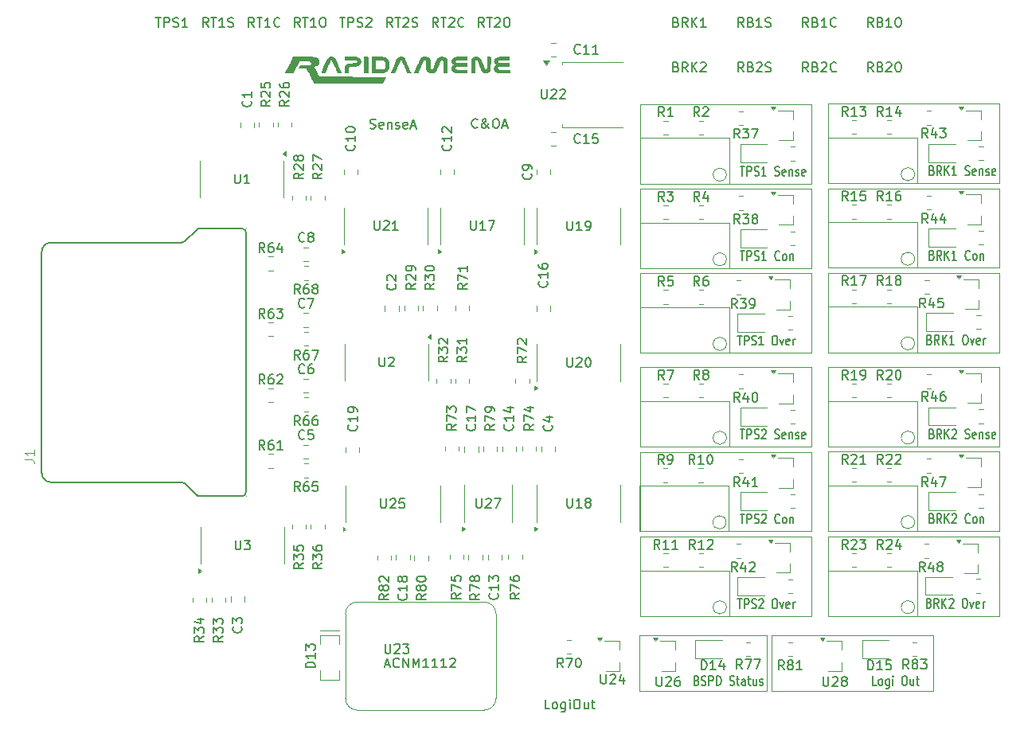
<source format=gbr>
%TF.GenerationSoftware,KiCad,Pcbnew,9.0.3*%
%TF.CreationDate,2025-12-22T19:21:40+07:00*%
%TF.ProjectId,BSPD v4 Rev 5,42535044-2076-4342-9052-657620352e6b,rev?*%
%TF.SameCoordinates,Original*%
%TF.FileFunction,Legend,Top*%
%TF.FilePolarity,Positive*%
%FSLAX46Y46*%
G04 Gerber Fmt 4.6, Leading zero omitted, Abs format (unit mm)*
G04 Created by KiCad (PCBNEW 9.0.3) date 2025-12-22 19:21:40*
%MOMM*%
%LPD*%
G01*
G04 APERTURE LIST*
%ADD10C,0.000000*%
%ADD11C,0.100000*%
%ADD12C,0.150000*%
%ADD13C,0.120000*%
%ADD14C,0.200000*%
%ADD15C,0.010050*%
G04 APERTURE END LIST*
D10*
G36*
X176894014Y-73751458D02*
G01*
X176930867Y-73753891D01*
X176966559Y-73758225D01*
X177001064Y-73764492D01*
X177034357Y-73772723D01*
X177066412Y-73782950D01*
X177097204Y-73795204D01*
X177126706Y-73809518D01*
X177154893Y-73825923D01*
X177181739Y-73844451D01*
X177207219Y-73865133D01*
X177231307Y-73888002D01*
X177253977Y-73913088D01*
X177275204Y-73940425D01*
X177294962Y-73970042D01*
X177313224Y-74001973D01*
X177329966Y-74036249D01*
X177943373Y-75389544D01*
X177949044Y-75402357D01*
X177954601Y-75415442D01*
X177965844Y-75443098D01*
X177992120Y-75509027D01*
X177766186Y-75509765D01*
X177657934Y-75508923D01*
X177604418Y-75507685D01*
X177551094Y-75505706D01*
X177549105Y-75505496D01*
X177547094Y-75505053D01*
X177545061Y-75504387D01*
X177543012Y-75503507D01*
X177540948Y-75502425D01*
X177538873Y-75501150D01*
X177536791Y-75499692D01*
X177534704Y-75498063D01*
X177532617Y-75496272D01*
X177530531Y-75494329D01*
X177528451Y-75492245D01*
X177526379Y-75490030D01*
X177522275Y-75485247D01*
X177518243Y-75480064D01*
X177514311Y-75474560D01*
X177510504Y-75468820D01*
X177506848Y-75462924D01*
X177503368Y-75456955D01*
X177500091Y-75450995D01*
X177497043Y-75445125D01*
X177494249Y-75439428D01*
X177491736Y-75433985D01*
X177310187Y-75028425D01*
X177130366Y-74622115D01*
X177086048Y-74520080D01*
X177042235Y-74417825D01*
X176997700Y-74315929D01*
X176974779Y-74265294D01*
X176951219Y-74214966D01*
X176947862Y-74208379D01*
X176943997Y-74201641D01*
X176939672Y-74194828D01*
X176934938Y-74188021D01*
X176929842Y-74181297D01*
X176924436Y-74174734D01*
X176918769Y-74168411D01*
X176912890Y-74162405D01*
X176906849Y-74156797D01*
X176900695Y-74151663D01*
X176894478Y-74147082D01*
X176888248Y-74143133D01*
X176885143Y-74141420D01*
X176882054Y-74139894D01*
X176878986Y-74138565D01*
X176875945Y-74137443D01*
X176872938Y-74136537D01*
X176869972Y-74135858D01*
X176867051Y-74135415D01*
X176864183Y-74135218D01*
X176861433Y-74135282D01*
X176858608Y-74135601D01*
X176855717Y-74136165D01*
X176852767Y-74136965D01*
X176849765Y-74137990D01*
X176846719Y-74139230D01*
X176843638Y-74140674D01*
X176840527Y-74142313D01*
X176834251Y-74146133D01*
X176827953Y-74150608D01*
X176821692Y-74155656D01*
X176815531Y-74161196D01*
X176809531Y-74167146D01*
X176803752Y-74173425D01*
X176798255Y-74179949D01*
X176793102Y-74186639D01*
X176788353Y-74193412D01*
X176784070Y-74200186D01*
X176780314Y-74206880D01*
X176777145Y-74213412D01*
X176540660Y-74741631D01*
X176482867Y-74874228D01*
X176426460Y-75007353D01*
X176371866Y-75141163D01*
X176319512Y-75275812D01*
X176305835Y-75309837D01*
X176291433Y-75341383D01*
X176276193Y-75370429D01*
X176268224Y-75384008D01*
X176260005Y-75396953D01*
X176251522Y-75409262D01*
X176242760Y-75420932D01*
X176233706Y-75431961D01*
X176224347Y-75442346D01*
X176214667Y-75452083D01*
X176204655Y-75461171D01*
X176194295Y-75469606D01*
X176183574Y-75477386D01*
X176172478Y-75484508D01*
X176160994Y-75490970D01*
X176149107Y-75496767D01*
X176136804Y-75501899D01*
X176124071Y-75506362D01*
X176110895Y-75510153D01*
X176097260Y-75513269D01*
X176083155Y-75515709D01*
X176068564Y-75517469D01*
X176053474Y-75518546D01*
X176037871Y-75518937D01*
X176021742Y-75518641D01*
X176005072Y-75517653D01*
X175987848Y-75515972D01*
X175970056Y-75513595D01*
X175951683Y-75510519D01*
X175940132Y-75508641D01*
X175928484Y-75507207D01*
X175916733Y-75506171D01*
X175904871Y-75505490D01*
X175892893Y-75505117D01*
X175880790Y-75505011D01*
X175856187Y-75505415D01*
X175805196Y-75507455D01*
X175778701Y-75508379D01*
X175751467Y-75508766D01*
X175756821Y-75489374D01*
X175761655Y-75472202D01*
X175766431Y-75455889D01*
X175771611Y-75439075D01*
X176091175Y-74728578D01*
X176411315Y-74022901D01*
X176420317Y-74004201D01*
X176429787Y-73986237D01*
X176439718Y-73969001D01*
X176450101Y-73952485D01*
X176460930Y-73936681D01*
X176472197Y-73921583D01*
X176483894Y-73907182D01*
X176496014Y-73893471D01*
X176508549Y-73880441D01*
X176521492Y-73868086D01*
X176534834Y-73856398D01*
X176548570Y-73845370D01*
X176562689Y-73834992D01*
X176577187Y-73825259D01*
X176592053Y-73816162D01*
X176607282Y-73807693D01*
X176622866Y-73799845D01*
X176638797Y-73792611D01*
X176655066Y-73785983D01*
X176671668Y-73779952D01*
X176688594Y-73774512D01*
X176705837Y-73769655D01*
X176723389Y-73765373D01*
X176741242Y-73761659D01*
X176759389Y-73758504D01*
X176777823Y-73755902D01*
X176796535Y-73753844D01*
X176815519Y-73752323D01*
X176854270Y-73750862D01*
X176894014Y-73751458D01*
G37*
G36*
X173244832Y-73755544D02*
G01*
X173293542Y-73756701D01*
X173342122Y-73758501D01*
X173343525Y-73758695D01*
X173344977Y-73759147D01*
X173346473Y-73759845D01*
X173348007Y-73760775D01*
X173349572Y-73761925D01*
X173351163Y-73763283D01*
X173352773Y-73764838D01*
X173354395Y-73766576D01*
X173356025Y-73768485D01*
X173357655Y-73770552D01*
X173360893Y-73775116D01*
X173364059Y-73780167D01*
X173367105Y-73785607D01*
X173369981Y-73791338D01*
X173372638Y-73797262D01*
X173375026Y-73803279D01*
X173377096Y-73809292D01*
X173378799Y-73815202D01*
X173380086Y-73820910D01*
X173380557Y-73823658D01*
X173380906Y-73826318D01*
X173381127Y-73828879D01*
X173381212Y-73831328D01*
X173382514Y-74357694D01*
X173381935Y-74884071D01*
X173381905Y-75507597D01*
X172944430Y-75507597D01*
X172944430Y-75307659D01*
X172944430Y-73755148D01*
X173146638Y-73754662D01*
X173244832Y-73755544D01*
G37*
D11*
X202250000Y-87800000D02*
X220500000Y-87800000D01*
X220500000Y-96250000D01*
X202250000Y-96250000D01*
X202250000Y-87800000D01*
D10*
G36*
X181245929Y-73749806D02*
G01*
X181286589Y-73752034D01*
X181326818Y-73756471D01*
X181366595Y-73763169D01*
X181405900Y-73772184D01*
X181444712Y-73783567D01*
X181483012Y-73797372D01*
X181520778Y-73813653D01*
X181557992Y-73832463D01*
X181594632Y-73853856D01*
X181630678Y-73877884D01*
X181666110Y-73904602D01*
X181679710Y-73915995D01*
X181692533Y-73927836D01*
X181704566Y-73940117D01*
X181715796Y-73952831D01*
X181726211Y-73965970D01*
X181735798Y-73979527D01*
X181744543Y-73993494D01*
X181752435Y-74007864D01*
X181759460Y-74022628D01*
X181765605Y-74037781D01*
X181770858Y-74053314D01*
X181775205Y-74069219D01*
X181778635Y-74085490D01*
X181781133Y-74102118D01*
X181782688Y-74119096D01*
X181783286Y-74136418D01*
X181784362Y-75517992D01*
X181578593Y-75518311D01*
X181475845Y-75517473D01*
X181373169Y-75514871D01*
X181371948Y-75514702D01*
X181370684Y-75514288D01*
X181369381Y-75513643D01*
X181368044Y-75512777D01*
X181366679Y-75511701D01*
X181365292Y-75510429D01*
X181363888Y-75508970D01*
X181362472Y-75507338D01*
X181361050Y-75505543D01*
X181359627Y-75503598D01*
X181356799Y-75499302D01*
X181354033Y-75494543D01*
X181351372Y-75489415D01*
X181348858Y-75484012D01*
X181346535Y-75478425D01*
X181344446Y-75472750D01*
X181342635Y-75467078D01*
X181341145Y-75461505D01*
X181340019Y-75456122D01*
X181339606Y-75453531D01*
X181339300Y-75451023D01*
X181339106Y-75448610D01*
X181339031Y-75446302D01*
X181336955Y-75031360D01*
X181336723Y-74616395D01*
X181336263Y-74447329D01*
X181336205Y-74362797D01*
X181336723Y-74278275D01*
X181336561Y-74264294D01*
X181335705Y-74250837D01*
X181334122Y-74237930D01*
X181331777Y-74225596D01*
X181328636Y-74213861D01*
X181324666Y-74202750D01*
X181322359Y-74197436D01*
X181319832Y-74192287D01*
X181317080Y-74187306D01*
X181314100Y-74182496D01*
X181310887Y-74177861D01*
X181307437Y-74173404D01*
X181303745Y-74169127D01*
X181299808Y-74165034D01*
X181295621Y-74161127D01*
X181291179Y-74157411D01*
X181286479Y-74153887D01*
X181281517Y-74150560D01*
X181276287Y-74147432D01*
X181270787Y-74144506D01*
X181265011Y-74141786D01*
X181258955Y-74139274D01*
X181252615Y-74136974D01*
X181245987Y-74134888D01*
X181239067Y-74133021D01*
X181231850Y-74131374D01*
X181224684Y-74130021D01*
X181217662Y-74128974D01*
X181210782Y-74128229D01*
X181204045Y-74127781D01*
X181197451Y-74127627D01*
X181190998Y-74127762D01*
X181184687Y-74128183D01*
X181178519Y-74128885D01*
X181172491Y-74129866D01*
X181166605Y-74131119D01*
X181160860Y-74132643D01*
X181155255Y-74134431D01*
X181149791Y-74136482D01*
X181144468Y-74138790D01*
X181139284Y-74141352D01*
X181134241Y-74144164D01*
X181129337Y-74147221D01*
X181124573Y-74150520D01*
X181119947Y-74154057D01*
X181115461Y-74157828D01*
X181106905Y-74166054D01*
X181098902Y-74175168D01*
X181091450Y-74185137D01*
X181084548Y-74195929D01*
X181078194Y-74207513D01*
X181072386Y-74219856D01*
X181031015Y-74316673D01*
X180990538Y-74413873D01*
X180910307Y-74608583D01*
X180790573Y-74894950D01*
X180731189Y-75038316D01*
X180673030Y-75182148D01*
X180660663Y-75211184D01*
X180647197Y-75238972D01*
X180632621Y-75265503D01*
X180616925Y-75290770D01*
X180600098Y-75314764D01*
X180582129Y-75337477D01*
X180563009Y-75358902D01*
X180542726Y-75379030D01*
X180521270Y-75397853D01*
X180498631Y-75415362D01*
X180474797Y-75431550D01*
X180449758Y-75446409D01*
X180423504Y-75459931D01*
X180396023Y-75472107D01*
X180367306Y-75482929D01*
X180337342Y-75492389D01*
X180298798Y-75502590D01*
X180260390Y-75511010D01*
X180222132Y-75517622D01*
X180184037Y-75522400D01*
X180146119Y-75525318D01*
X180108391Y-75526349D01*
X180070866Y-75525467D01*
X180033559Y-75522646D01*
X179996482Y-75517859D01*
X179959649Y-75511081D01*
X179923074Y-75502285D01*
X179886771Y-75491444D01*
X179850752Y-75478532D01*
X179815031Y-75463524D01*
X179779622Y-75446392D01*
X179744539Y-75427111D01*
X179731480Y-75419227D01*
X179718859Y-75411056D01*
X179706673Y-75402602D01*
X179694922Y-75393869D01*
X179683602Y-75384860D01*
X179672713Y-75375577D01*
X179662252Y-75366026D01*
X179652219Y-75356209D01*
X179642611Y-75346129D01*
X179633427Y-75335790D01*
X179624666Y-75325196D01*
X179616324Y-75314349D01*
X179608402Y-75303253D01*
X179600897Y-75291912D01*
X179593807Y-75280330D01*
X179587132Y-75268508D01*
X179580868Y-75256451D01*
X179575015Y-75244163D01*
X179569571Y-75231646D01*
X179564534Y-75218904D01*
X179559903Y-75205941D01*
X179555675Y-75192760D01*
X179551850Y-75179364D01*
X179548426Y-75165757D01*
X179545400Y-75151941D01*
X179542772Y-75137922D01*
X179538700Y-75109283D01*
X179536197Y-75079867D01*
X179535251Y-75049702D01*
X179534637Y-74288901D01*
X179534154Y-74271183D01*
X179532822Y-74254528D01*
X179530643Y-74238926D01*
X179527618Y-74224370D01*
X179523749Y-74210850D01*
X179519037Y-74198358D01*
X179516365Y-74192495D01*
X179513484Y-74186886D01*
X179510392Y-74181530D01*
X179507091Y-74176426D01*
X179503581Y-74171572D01*
X179499861Y-74166969D01*
X179495932Y-74162613D01*
X179491794Y-74158506D01*
X179487447Y-74154645D01*
X179482892Y-74151029D01*
X179478129Y-74147658D01*
X179473157Y-74144531D01*
X179467978Y-74141645D01*
X179462591Y-74139001D01*
X179456996Y-74136597D01*
X179451194Y-74134432D01*
X179438969Y-74130816D01*
X179425916Y-74128144D01*
X179412401Y-74126386D01*
X179399471Y-74125621D01*
X179393222Y-74125608D01*
X179387115Y-74125841D01*
X179381150Y-74126317D01*
X179375324Y-74127037D01*
X179369638Y-74127999D01*
X179364089Y-74129203D01*
X179358676Y-74130646D01*
X179353399Y-74132329D01*
X179348255Y-74134250D01*
X179343244Y-74136408D01*
X179338364Y-74138802D01*
X179333614Y-74141431D01*
X179328993Y-74144294D01*
X179324499Y-74147390D01*
X179320132Y-74150718D01*
X179315890Y-74154278D01*
X179311772Y-74158067D01*
X179307777Y-74162086D01*
X179300149Y-74170805D01*
X179292997Y-74180429D01*
X179286311Y-74190949D01*
X179280080Y-74202356D01*
X179274296Y-74214643D01*
X178758842Y-75384716D01*
X178740705Y-75425740D01*
X178732921Y-75442362D01*
X178725617Y-75456629D01*
X178722057Y-75462936D01*
X178718511Y-75468721D01*
X178714945Y-75474007D01*
X178711322Y-75478817D01*
X178707607Y-75483172D01*
X178703766Y-75487096D01*
X178699763Y-75490611D01*
X178695563Y-75493738D01*
X178691131Y-75496501D01*
X178686430Y-75498923D01*
X178681427Y-75501024D01*
X178676085Y-75502828D01*
X178670370Y-75504358D01*
X178664247Y-75505635D01*
X178657679Y-75506682D01*
X178650632Y-75507522D01*
X178634959Y-75508668D01*
X178616947Y-75509253D01*
X178572774Y-75509458D01*
X178217708Y-75509427D01*
X178274490Y-75373784D01*
X178301871Y-75308978D01*
X178329655Y-75245350D01*
X178589920Y-74669171D01*
X178719331Y-74380790D01*
X178846494Y-74091423D01*
X178855325Y-74071854D01*
X178864575Y-74052934D01*
X178874239Y-74034658D01*
X178884316Y-74017019D01*
X178894800Y-74000010D01*
X178905689Y-73983625D01*
X178916980Y-73967857D01*
X178928670Y-73952701D01*
X178940754Y-73938149D01*
X178953229Y-73924195D01*
X178966093Y-73910833D01*
X178979342Y-73898056D01*
X178992972Y-73885858D01*
X179006980Y-73874232D01*
X179021363Y-73863172D01*
X179036117Y-73852672D01*
X179051239Y-73842725D01*
X179066727Y-73833324D01*
X179082575Y-73824464D01*
X179098782Y-73816137D01*
X179132255Y-73801059D01*
X179167121Y-73788039D01*
X179203352Y-73777024D01*
X179240921Y-73767964D01*
X179279801Y-73760807D01*
X179319966Y-73755502D01*
X179345373Y-73753148D01*
X179370728Y-73751567D01*
X179396027Y-73750765D01*
X179421266Y-73750747D01*
X179446440Y-73751519D01*
X179471544Y-73753086D01*
X179496575Y-73755454D01*
X179521527Y-73758627D01*
X179546396Y-73762612D01*
X179571178Y-73767413D01*
X179595868Y-73773037D01*
X179620461Y-73779488D01*
X179644954Y-73786772D01*
X179669341Y-73794894D01*
X179693618Y-73803860D01*
X179717781Y-73813675D01*
X179749885Y-73828437D01*
X179780094Y-73844620D01*
X179794482Y-73853242D01*
X179808387Y-73862216D01*
X179821808Y-73871542D01*
X179834740Y-73881219D01*
X179847181Y-73891246D01*
X179859129Y-73901622D01*
X179870580Y-73912346D01*
X179881532Y-73923418D01*
X179891981Y-73934837D01*
X179901925Y-73946601D01*
X179911360Y-73958710D01*
X179920284Y-73971163D01*
X179928695Y-73983960D01*
X179936588Y-73997099D01*
X179943962Y-74010580D01*
X179950813Y-74024401D01*
X179957138Y-74038563D01*
X179962934Y-74053063D01*
X179968200Y-74067902D01*
X179972931Y-74083078D01*
X179977124Y-74098591D01*
X179980778Y-74114440D01*
X179983888Y-74130623D01*
X179986453Y-74147141D01*
X179988469Y-74163991D01*
X179989933Y-74181174D01*
X179990842Y-74198689D01*
X179991194Y-74216534D01*
X179991040Y-74938922D01*
X179990955Y-74944734D01*
X179990728Y-74950643D01*
X179990018Y-74962653D01*
X179989247Y-74974758D01*
X179988752Y-74986762D01*
X179988713Y-74992664D01*
X179988869Y-74998468D01*
X179989263Y-75004149D01*
X179989936Y-75009682D01*
X179990931Y-75015043D01*
X179992290Y-75020208D01*
X179994054Y-75025151D01*
X179995102Y-75027533D01*
X179996267Y-75029850D01*
X180004824Y-75045684D01*
X180014034Y-75061812D01*
X180018898Y-75069843D01*
X180023942Y-75077774D01*
X180029173Y-75085549D01*
X180034597Y-75093110D01*
X180040218Y-75100400D01*
X180046044Y-75107362D01*
X180052080Y-75113937D01*
X180058331Y-75120069D01*
X180064804Y-75125700D01*
X180071505Y-75130773D01*
X180078439Y-75135230D01*
X180081995Y-75137210D01*
X180085612Y-75139014D01*
X180090712Y-75141264D01*
X180095830Y-75143227D01*
X180100961Y-75144905D01*
X180106097Y-75146301D01*
X180111232Y-75147417D01*
X180116361Y-75148257D01*
X180121477Y-75148822D01*
X180126574Y-75149115D01*
X180131646Y-75149140D01*
X180136686Y-75148898D01*
X180141689Y-75148392D01*
X180146647Y-75147625D01*
X180151556Y-75146600D01*
X180156409Y-75145318D01*
X180161199Y-75143783D01*
X180165921Y-75141997D01*
X180170568Y-75139964D01*
X180175133Y-75137684D01*
X180179612Y-75135162D01*
X180183997Y-75132399D01*
X180188283Y-75129399D01*
X180192463Y-75126164D01*
X180196531Y-75122696D01*
X180200481Y-75118998D01*
X180204307Y-75115074D01*
X180208002Y-75110924D01*
X180211560Y-75106553D01*
X180214975Y-75101962D01*
X180218241Y-75097154D01*
X180221352Y-75092132D01*
X180224302Y-75086899D01*
X180227083Y-75081456D01*
X180239831Y-75054714D01*
X180252194Y-75027709D01*
X180276195Y-74972811D01*
X180324270Y-74858790D01*
X180476660Y-74489492D01*
X180551803Y-74306498D01*
X180625361Y-74123470D01*
X180640317Y-74088335D01*
X180656698Y-74054899D01*
X180674507Y-74023169D01*
X180693746Y-73993154D01*
X180714416Y-73964864D01*
X180736520Y-73938306D01*
X180760060Y-73913489D01*
X180785037Y-73890422D01*
X180811455Y-73869114D01*
X180839314Y-73849573D01*
X180868617Y-73831808D01*
X180899367Y-73815827D01*
X180931564Y-73801640D01*
X180965211Y-73789255D01*
X181000310Y-73778681D01*
X181036863Y-73769926D01*
X181079377Y-73761912D01*
X181121561Y-73755839D01*
X181163395Y-73751762D01*
X181204857Y-73749733D01*
X181245929Y-73749806D01*
G37*
D11*
X216225000Y-135250000D02*
X233475000Y-135250000D01*
X233475000Y-141250000D01*
X216225000Y-141250000D01*
X216225000Y-135250000D01*
D10*
G36*
X183864191Y-73752799D02*
G01*
X183871700Y-73753183D01*
X183878694Y-73753909D01*
X183885169Y-73755016D01*
X183888212Y-73755726D01*
X183891123Y-73756545D01*
X183893903Y-73757480D01*
X183896552Y-73758535D01*
X183899068Y-73759715D01*
X183901452Y-73761024D01*
X183903703Y-73762469D01*
X183905821Y-73764054D01*
X183907805Y-73765783D01*
X183909654Y-73767662D01*
X183911369Y-73769696D01*
X183912949Y-73771889D01*
X183914393Y-73774246D01*
X183915702Y-73776773D01*
X183916874Y-73779474D01*
X183917909Y-73782355D01*
X183918807Y-73785420D01*
X183919568Y-73788674D01*
X183920190Y-73792122D01*
X183920674Y-73795769D01*
X183921019Y-73799619D01*
X183921225Y-73803679D01*
X183921291Y-73807953D01*
X183921217Y-73812445D01*
X183919502Y-73881564D01*
X183918680Y-73950717D01*
X183918666Y-74019879D01*
X183919372Y-74089024D01*
X183919338Y-74094327D01*
X183919070Y-74099243D01*
X183918576Y-74103787D01*
X183917865Y-74107972D01*
X183916945Y-74111813D01*
X183915826Y-74115325D01*
X183914516Y-74118522D01*
X183913024Y-74121417D01*
X183911358Y-74124027D01*
X183909528Y-74126364D01*
X183907542Y-74128443D01*
X183905408Y-74130279D01*
X183903136Y-74131886D01*
X183900734Y-74133278D01*
X183898211Y-74134470D01*
X183895575Y-74135476D01*
X183892836Y-74136310D01*
X183890003Y-74136987D01*
X183887082Y-74137521D01*
X183884085Y-74137926D01*
X183877893Y-74138408D01*
X183871495Y-74138549D01*
X183845252Y-74137986D01*
X183368724Y-74138534D01*
X183130496Y-74139333D01*
X182892311Y-74141446D01*
X182882140Y-74141726D01*
X182871884Y-74142311D01*
X182861564Y-74143197D01*
X182851205Y-74144380D01*
X182840827Y-74145856D01*
X182830453Y-74147623D01*
X182820107Y-74149676D01*
X182809810Y-74152012D01*
X182799585Y-74154627D01*
X182789455Y-74157518D01*
X182779442Y-74160680D01*
X182769569Y-74164111D01*
X182759858Y-74167806D01*
X182750331Y-74171762D01*
X182741012Y-74175976D01*
X182731923Y-74180443D01*
X182722933Y-74185368D01*
X182714504Y-74190644D01*
X182706635Y-74196249D01*
X182699329Y-74202160D01*
X182692585Y-74208352D01*
X182686404Y-74214805D01*
X182680788Y-74221494D01*
X182675737Y-74228397D01*
X182671252Y-74235491D01*
X182667334Y-74242752D01*
X182663982Y-74250158D01*
X182661200Y-74257686D01*
X182658986Y-74265313D01*
X182657341Y-74273016D01*
X182656268Y-74280772D01*
X182655766Y-74288559D01*
X182655836Y-74296352D01*
X182656478Y-74304129D01*
X182657695Y-74311868D01*
X182659486Y-74319545D01*
X182661852Y-74327137D01*
X182664795Y-74334621D01*
X182668314Y-74341975D01*
X182672411Y-74349176D01*
X182677087Y-74356199D01*
X182682342Y-74363024D01*
X182688176Y-74369626D01*
X182694592Y-74375982D01*
X182701589Y-74382071D01*
X182709169Y-74387868D01*
X182717332Y-74393350D01*
X182726079Y-74398496D01*
X182735851Y-74403669D01*
X182745888Y-74408589D01*
X182756167Y-74413245D01*
X182766659Y-74417629D01*
X182777339Y-74421732D01*
X182788182Y-74425543D01*
X182799161Y-74429053D01*
X182810251Y-74432253D01*
X182821426Y-74435134D01*
X182832660Y-74437685D01*
X182843926Y-74439898D01*
X182855199Y-74441762D01*
X182866454Y-74443270D01*
X182877664Y-74444410D01*
X182888803Y-74445173D01*
X182899845Y-74445551D01*
X183136159Y-74448517D01*
X183372472Y-74449807D01*
X183845100Y-74448642D01*
X183855295Y-74448729D01*
X183864670Y-74449163D01*
X183873243Y-74449996D01*
X183881030Y-74451279D01*
X183884634Y-74452105D01*
X183888047Y-74453063D01*
X183891273Y-74454160D01*
X183894312Y-74455401D01*
X183897167Y-74456793D01*
X183899840Y-74458343D01*
X183902333Y-74460057D01*
X183904649Y-74461942D01*
X183906789Y-74464003D01*
X183908755Y-74466248D01*
X183910550Y-74468682D01*
X183912175Y-74471313D01*
X183913633Y-74474146D01*
X183914925Y-74477189D01*
X183916055Y-74480447D01*
X183917023Y-74483927D01*
X183917832Y-74487635D01*
X183918485Y-74491579D01*
X183918982Y-74495763D01*
X183919327Y-74500196D01*
X183919521Y-74504882D01*
X183919566Y-74509830D01*
X183919220Y-74520532D01*
X183917615Y-74554917D01*
X183916732Y-74589507D01*
X183916416Y-74624458D01*
X183916508Y-74659925D01*
X183917834Y-74810044D01*
X183230154Y-74810059D01*
X183046566Y-74808954D01*
X183001808Y-74809033D01*
X182957359Y-74809681D01*
X182913144Y-74811110D01*
X182869090Y-74813534D01*
X182858536Y-74814406D01*
X182847887Y-74815598D01*
X182837170Y-74817106D01*
X182826415Y-74818932D01*
X182815652Y-74821072D01*
X182804911Y-74823525D01*
X182794220Y-74826291D01*
X182783610Y-74829367D01*
X182773110Y-74832753D01*
X182762749Y-74836447D01*
X182752557Y-74840448D01*
X182742564Y-74844754D01*
X182732799Y-74849363D01*
X182723291Y-74854276D01*
X182714070Y-74859489D01*
X182705165Y-74865003D01*
X182696250Y-74871126D01*
X182687955Y-74877535D01*
X182680280Y-74884208D01*
X182673222Y-74891124D01*
X182666780Y-74898262D01*
X182660952Y-74905601D01*
X182655736Y-74913121D01*
X182651130Y-74920801D01*
X182647134Y-74928618D01*
X182643745Y-74936553D01*
X182640961Y-74944585D01*
X182638781Y-74952693D01*
X182637203Y-74960855D01*
X182636225Y-74969051D01*
X182635846Y-74977260D01*
X182636063Y-74985460D01*
X182636876Y-74993632D01*
X182638282Y-75001753D01*
X182640280Y-75009804D01*
X182642868Y-75017763D01*
X182646044Y-75025609D01*
X182649806Y-75033321D01*
X182654154Y-75040878D01*
X182659084Y-75048260D01*
X182664596Y-75055446D01*
X182670688Y-75062413D01*
X182677357Y-75069143D01*
X182684603Y-75075612D01*
X182692423Y-75081802D01*
X182700816Y-75087690D01*
X182709780Y-75093256D01*
X182719314Y-75098479D01*
X182728023Y-75102770D01*
X182736952Y-75106818D01*
X182746079Y-75110620D01*
X182755383Y-75114171D01*
X182764842Y-75117468D01*
X182774435Y-75120508D01*
X182784139Y-75123286D01*
X182793933Y-75125799D01*
X182803795Y-75128044D01*
X182813705Y-75130016D01*
X182823640Y-75131712D01*
X182833578Y-75133128D01*
X182843498Y-75134261D01*
X182853379Y-75135107D01*
X182863198Y-75135663D01*
X182872935Y-75135923D01*
X183357018Y-75139051D01*
X183841100Y-75137553D01*
X183852378Y-75137653D01*
X183862805Y-75138160D01*
X183872393Y-75139130D01*
X183881152Y-75140616D01*
X183885225Y-75141569D01*
X183889095Y-75142672D01*
X183892763Y-75143931D01*
X183896231Y-75145353D01*
X183899500Y-75146944D01*
X183902571Y-75148712D01*
X183905447Y-75150663D01*
X183908128Y-75152804D01*
X183910616Y-75155141D01*
X183912912Y-75157683D01*
X183915017Y-75160434D01*
X183916933Y-75163402D01*
X183918662Y-75166594D01*
X183920204Y-75170017D01*
X183921561Y-75173676D01*
X183922734Y-75177580D01*
X183923725Y-75181735D01*
X183924536Y-75186147D01*
X183925167Y-75190824D01*
X183925620Y-75195771D01*
X183925896Y-75200997D01*
X183925996Y-75206507D01*
X183925678Y-75218408D01*
X183924161Y-75254645D01*
X183923321Y-75290968D01*
X183923083Y-75364045D01*
X183924294Y-75513118D01*
X183914636Y-75514468D01*
X183905557Y-75515865D01*
X183888810Y-75518525D01*
X183880975Y-75519648D01*
X183873389Y-75520541D01*
X183865969Y-75521135D01*
X183862295Y-75521298D01*
X183858631Y-75521360D01*
X183355133Y-75523851D01*
X183103457Y-75523700D01*
X182851867Y-75520437D01*
X182816452Y-75519135D01*
X182781279Y-75516704D01*
X182746393Y-75513082D01*
X182711838Y-75508208D01*
X182677659Y-75502019D01*
X182643901Y-75494453D01*
X182610607Y-75485450D01*
X182577821Y-75474947D01*
X182545589Y-75462882D01*
X182513955Y-75449194D01*
X182482962Y-75433820D01*
X182452656Y-75416700D01*
X182423081Y-75397770D01*
X182394280Y-75376970D01*
X182366299Y-75354237D01*
X182339183Y-75329510D01*
X182320308Y-75310250D01*
X182302837Y-75290322D01*
X182286762Y-75269780D01*
X182272079Y-75248675D01*
X182258781Y-75227060D01*
X182246863Y-75204990D01*
X182236320Y-75182516D01*
X182227145Y-75159690D01*
X182219334Y-75136567D01*
X182212879Y-75113199D01*
X182207777Y-75089639D01*
X182204020Y-75065939D01*
X182201604Y-75042152D01*
X182200523Y-75018332D01*
X182200771Y-74994531D01*
X182202342Y-74970802D01*
X182205230Y-74947197D01*
X182209431Y-74923770D01*
X182214939Y-74900574D01*
X182221747Y-74877661D01*
X182229850Y-74855084D01*
X182239243Y-74832895D01*
X182249919Y-74811149D01*
X182261874Y-74789897D01*
X182275101Y-74769193D01*
X182289595Y-74749088D01*
X182305350Y-74729637D01*
X182322361Y-74710892D01*
X182340621Y-74692906D01*
X182360126Y-74675731D01*
X182380869Y-74659421D01*
X182402845Y-74644028D01*
X182406036Y-74641855D01*
X182409462Y-74639390D01*
X182413414Y-74636438D01*
X182418184Y-74632803D01*
X182431346Y-74622698D01*
X182440322Y-74615836D01*
X182451284Y-74607507D01*
X182443223Y-74604303D01*
X182435529Y-74601421D01*
X182421201Y-74596168D01*
X182414551Y-74593569D01*
X182408230Y-74590836D01*
X182405190Y-74589385D01*
X182402229Y-74587857D01*
X182399347Y-74586240D01*
X182396541Y-74584517D01*
X182373377Y-74568339D01*
X182351968Y-74550902D01*
X182332296Y-74532295D01*
X182314344Y-74512605D01*
X182298096Y-74491920D01*
X182283534Y-74470326D01*
X182270641Y-74447913D01*
X182259400Y-74424766D01*
X182249794Y-74400973D01*
X182241807Y-74376622D01*
X182235420Y-74351801D01*
X182230618Y-74326597D01*
X182227382Y-74301096D01*
X182225697Y-74275388D01*
X182225544Y-74249559D01*
X182226907Y-74223696D01*
X182229770Y-74197888D01*
X182234114Y-74172221D01*
X182239922Y-74146783D01*
X182247179Y-74121662D01*
X182255866Y-74096945D01*
X182265967Y-74072720D01*
X182277465Y-74049073D01*
X182290342Y-74026093D01*
X182304582Y-74003866D01*
X182320167Y-73982481D01*
X182337081Y-73962025D01*
X182355307Y-73942585D01*
X182374827Y-73924249D01*
X182395624Y-73907104D01*
X182417681Y-73891238D01*
X182440982Y-73876738D01*
X182466741Y-73862448D01*
X182492751Y-73849113D01*
X182519006Y-73836726D01*
X182545500Y-73825277D01*
X182572229Y-73814758D01*
X182599187Y-73805160D01*
X182626368Y-73796475D01*
X182653767Y-73788694D01*
X182681379Y-73781808D01*
X182709198Y-73775809D01*
X182737219Y-73770687D01*
X182765436Y-73766435D01*
X182793845Y-73763044D01*
X182822439Y-73760504D01*
X182851213Y-73758808D01*
X182880163Y-73757947D01*
X183124114Y-73755344D01*
X183368109Y-73754329D01*
X183856171Y-73752718D01*
X183864191Y-73752799D01*
G37*
D11*
X222250000Y-87750000D02*
X240500000Y-87750000D01*
X240500000Y-96200000D01*
X222250000Y-96200000D01*
X222250000Y-87750000D01*
X202250000Y-124825000D02*
X220500000Y-124825000D01*
X220500000Y-133275000D01*
X202250000Y-133275000D01*
X202250000Y-124825000D01*
X202250000Y-115775000D02*
X220500000Y-115775000D01*
X220500000Y-124225000D01*
X202250000Y-124225000D01*
X202250000Y-115775000D01*
X202250000Y-78800000D02*
X220500000Y-78800000D01*
X220500000Y-87250000D01*
X202250000Y-87250000D01*
X202250000Y-78800000D01*
D10*
G36*
X188384559Y-73754798D02*
G01*
X188392072Y-73755182D01*
X188399073Y-73755908D01*
X188405557Y-73757015D01*
X188408604Y-73757725D01*
X188411520Y-73758544D01*
X188414306Y-73759479D01*
X188416959Y-73760534D01*
X188419480Y-73761714D01*
X188421868Y-73763023D01*
X188424123Y-73764468D01*
X188426245Y-73766053D01*
X188428232Y-73767782D01*
X188430084Y-73769661D01*
X188431801Y-73771694D01*
X188433383Y-73773888D01*
X188434828Y-73776245D01*
X188436136Y-73778772D01*
X188437307Y-73781474D01*
X188438340Y-73784354D01*
X188439235Y-73787419D01*
X188439991Y-73790673D01*
X188440608Y-73794121D01*
X188441085Y-73797768D01*
X188441421Y-73801619D01*
X188441617Y-73805678D01*
X188441672Y-73809952D01*
X188441584Y-73814444D01*
X188439868Y-73883563D01*
X188439046Y-73952716D01*
X188439031Y-74021878D01*
X188439738Y-74091023D01*
X188439704Y-74096326D01*
X188439436Y-74101242D01*
X188438942Y-74105786D01*
X188438231Y-74109971D01*
X188437311Y-74113812D01*
X188436192Y-74117324D01*
X188434882Y-74120521D01*
X188433390Y-74123416D01*
X188431724Y-74126026D01*
X188429893Y-74128363D01*
X188427907Y-74130442D01*
X188425773Y-74132278D01*
X188423501Y-74133885D01*
X188421099Y-74135277D01*
X188418576Y-74136469D01*
X188415941Y-74137475D01*
X188413202Y-74138309D01*
X188410368Y-74138986D01*
X188407448Y-74139520D01*
X188404450Y-74139925D01*
X188398258Y-74140408D01*
X188391860Y-74140548D01*
X188365618Y-74139985D01*
X187889090Y-74140533D01*
X187650862Y-74141332D01*
X187412676Y-74143445D01*
X187402506Y-74143725D01*
X187392249Y-74144310D01*
X187381930Y-74145196D01*
X187371570Y-74146379D01*
X187361192Y-74147856D01*
X187350819Y-74149622D01*
X187340473Y-74151675D01*
X187330176Y-74154011D01*
X187319951Y-74156626D01*
X187309821Y-74159517D01*
X187299808Y-74162679D01*
X187289935Y-74166110D01*
X187280224Y-74169805D01*
X187270698Y-74173761D01*
X187261378Y-74177975D01*
X187252289Y-74182442D01*
X187243312Y-74187367D01*
X187234895Y-74192644D01*
X187227037Y-74198248D01*
X187219739Y-74204159D01*
X187213002Y-74210352D01*
X187206828Y-74216804D01*
X187201216Y-74223493D01*
X187196169Y-74230396D01*
X187191686Y-74237490D01*
X187187768Y-74244751D01*
X187184417Y-74252157D01*
X187181634Y-74259685D01*
X187179418Y-74267312D01*
X187177772Y-74275016D01*
X187176696Y-74282772D01*
X187176190Y-74290558D01*
X187176256Y-74298351D01*
X187176895Y-74306128D01*
X187178107Y-74313867D01*
X187179894Y-74321544D01*
X187182255Y-74329136D01*
X187185193Y-74336620D01*
X187188708Y-74343974D01*
X187192800Y-74351175D01*
X187197472Y-74358199D01*
X187202722Y-74365023D01*
X187208553Y-74371625D01*
X187214966Y-74377981D01*
X187221961Y-74384070D01*
X187229538Y-74389867D01*
X187237700Y-74395349D01*
X187246446Y-74400495D01*
X187256218Y-74405668D01*
X187266256Y-74410588D01*
X187276533Y-74415244D01*
X187287026Y-74419628D01*
X187297706Y-74423731D01*
X187308549Y-74427542D01*
X187319528Y-74431052D01*
X187330618Y-74434253D01*
X187341793Y-74437133D01*
X187353026Y-74439684D01*
X187364293Y-74441897D01*
X187375566Y-74443762D01*
X187386820Y-74445269D01*
X187398030Y-74446409D01*
X187409169Y-74447172D01*
X187420211Y-74447550D01*
X187656524Y-74450515D01*
X187892837Y-74451806D01*
X188365464Y-74450641D01*
X188375659Y-74450728D01*
X188385035Y-74451163D01*
X188393608Y-74451996D01*
X188401395Y-74453280D01*
X188404999Y-74454107D01*
X188408412Y-74455066D01*
X188411638Y-74456163D01*
X188414677Y-74457404D01*
X188417532Y-74458797D01*
X188420205Y-74460347D01*
X188422699Y-74462062D01*
X188425014Y-74463946D01*
X188427154Y-74466008D01*
X188429120Y-74468253D01*
X188430915Y-74470688D01*
X188432540Y-74473319D01*
X188433998Y-74476152D01*
X188435291Y-74479195D01*
X188436420Y-74482453D01*
X188437388Y-74485932D01*
X188438197Y-74489641D01*
X188438850Y-74493583D01*
X188439347Y-74497768D01*
X188439692Y-74502199D01*
X188439885Y-74506885D01*
X188439931Y-74511831D01*
X188439584Y-74522531D01*
X188438024Y-74556916D01*
X188437163Y-74591506D01*
X188436849Y-74626457D01*
X188436933Y-74661924D01*
X188438202Y-74812043D01*
X187750518Y-74812058D01*
X187566931Y-74810953D01*
X187522174Y-74811032D01*
X187477725Y-74811680D01*
X187433510Y-74813109D01*
X187389455Y-74815533D01*
X187378902Y-74816406D01*
X187368252Y-74817597D01*
X187357535Y-74819105D01*
X187346781Y-74820931D01*
X187336018Y-74823071D01*
X187325277Y-74825524D01*
X187314586Y-74828290D01*
X187303976Y-74831366D01*
X187293476Y-74834752D01*
X187283115Y-74838446D01*
X187272923Y-74842447D01*
X187262930Y-74846753D01*
X187253165Y-74851363D01*
X187243657Y-74856275D01*
X187234436Y-74861488D01*
X187225531Y-74867002D01*
X187216629Y-74873125D01*
X187208346Y-74879534D01*
X187200681Y-74886207D01*
X187193632Y-74893123D01*
X187187197Y-74900261D01*
X187181375Y-74907601D01*
X187176163Y-74915121D01*
X187171561Y-74922800D01*
X187167567Y-74930617D01*
X187164179Y-74938553D01*
X187161395Y-74946585D01*
X187159215Y-74954692D01*
X187157635Y-74962854D01*
X187156655Y-74971050D01*
X187156273Y-74979259D01*
X187156487Y-74987459D01*
X187157296Y-74995631D01*
X187158698Y-75003753D01*
X187160691Y-75011803D01*
X187163274Y-75019762D01*
X187166445Y-75027608D01*
X187170203Y-75035320D01*
X187174546Y-75042878D01*
X187179472Y-75050260D01*
X187184979Y-75057445D01*
X187191067Y-75064413D01*
X187197733Y-75071142D01*
X187204975Y-75077612D01*
X187212793Y-75083801D01*
X187221184Y-75089690D01*
X187230147Y-75095256D01*
X187239680Y-75100478D01*
X187248389Y-75104770D01*
X187257318Y-75108818D01*
X187266445Y-75112619D01*
X187275749Y-75116170D01*
X187285208Y-75119467D01*
X187294800Y-75122507D01*
X187304504Y-75125285D01*
X187314298Y-75127798D01*
X187324161Y-75130043D01*
X187334070Y-75132015D01*
X187344005Y-75133711D01*
X187353943Y-75135127D01*
X187363863Y-75136260D01*
X187373744Y-75137106D01*
X187383563Y-75137661D01*
X187393299Y-75137922D01*
X187877402Y-75141050D01*
X188361620Y-75139552D01*
X188372870Y-75139652D01*
X188383274Y-75140159D01*
X188392841Y-75141129D01*
X188401583Y-75142615D01*
X188405647Y-75143568D01*
X188409510Y-75144671D01*
X188413171Y-75145930D01*
X188416633Y-75147352D01*
X188419897Y-75148943D01*
X188422964Y-75150711D01*
X188425835Y-75152662D01*
X188428512Y-75154803D01*
X188430997Y-75157141D01*
X188433290Y-75159682D01*
X188435392Y-75162433D01*
X188437306Y-75165401D01*
X188439033Y-75168593D01*
X188440573Y-75172016D01*
X188441929Y-75175676D01*
X188443102Y-75179580D01*
X188444092Y-75183734D01*
X188444902Y-75188146D01*
X188445532Y-75192823D01*
X188445984Y-75197771D01*
X188446260Y-75202996D01*
X188446361Y-75208506D01*
X188446042Y-75220407D01*
X188444532Y-75256644D01*
X188443709Y-75292967D01*
X188443423Y-75329420D01*
X188443524Y-75366044D01*
X188444812Y-75515117D01*
X188435103Y-75516467D01*
X188425987Y-75517864D01*
X188409194Y-75520524D01*
X188401349Y-75521647D01*
X188393757Y-75522541D01*
X188386335Y-75523134D01*
X188382660Y-75523297D01*
X188378997Y-75523359D01*
X187875500Y-75525850D01*
X187623823Y-75525699D01*
X187372233Y-75522436D01*
X187336818Y-75521134D01*
X187301645Y-75518703D01*
X187266759Y-75515081D01*
X187232204Y-75510206D01*
X187198025Y-75504017D01*
X187164267Y-75496452D01*
X187130972Y-75487449D01*
X187098187Y-75476946D01*
X187065955Y-75464881D01*
X187034320Y-75451193D01*
X187003328Y-75435819D01*
X186973022Y-75418699D01*
X186943446Y-75399769D01*
X186914646Y-75378969D01*
X186886665Y-75356237D01*
X186859548Y-75331510D01*
X186840674Y-75312250D01*
X186823202Y-75292322D01*
X186807127Y-75271779D01*
X186792444Y-75250674D01*
X186779146Y-75229060D01*
X186767228Y-75206989D01*
X186756685Y-75184515D01*
X186747510Y-75161690D01*
X186739699Y-75138567D01*
X186733244Y-75115198D01*
X186728142Y-75091638D01*
X186724385Y-75067938D01*
X186721969Y-75044152D01*
X186720888Y-75020331D01*
X186721136Y-74996530D01*
X186722707Y-74972801D01*
X186725596Y-74949196D01*
X186729797Y-74925770D01*
X186735304Y-74902573D01*
X186742112Y-74879660D01*
X186750216Y-74857083D01*
X186759608Y-74834894D01*
X186770285Y-74813148D01*
X186782240Y-74791896D01*
X186795467Y-74771192D01*
X186809961Y-74751088D01*
X186825716Y-74731637D01*
X186842727Y-74712892D01*
X186860987Y-74694905D01*
X186880492Y-74677731D01*
X186901235Y-74661420D01*
X186923211Y-74646027D01*
X186926402Y-74643854D01*
X186929827Y-74641389D01*
X186933779Y-74638437D01*
X186938549Y-74634802D01*
X186951712Y-74624697D01*
X186960688Y-74617835D01*
X186971650Y-74609506D01*
X186963589Y-74606302D01*
X186955895Y-74603421D01*
X186941567Y-74598167D01*
X186934916Y-74595568D01*
X186928595Y-74592835D01*
X186925555Y-74591384D01*
X186922594Y-74589856D01*
X186919711Y-74588238D01*
X186916905Y-74586516D01*
X186893742Y-74570338D01*
X186872332Y-74552901D01*
X186852660Y-74534294D01*
X186834709Y-74514604D01*
X186818461Y-74493919D01*
X186803899Y-74472325D01*
X186791007Y-74449912D01*
X186779767Y-74426765D01*
X186770162Y-74402972D01*
X186762176Y-74378622D01*
X186755791Y-74353800D01*
X186750990Y-74328596D01*
X186747757Y-74303096D01*
X186746074Y-74277387D01*
X186745925Y-74251558D01*
X186747291Y-74225695D01*
X186750158Y-74199887D01*
X186754506Y-74174220D01*
X186760320Y-74148783D01*
X186767582Y-74123661D01*
X186776275Y-74098944D01*
X186786382Y-74074719D01*
X186797887Y-74051072D01*
X186810772Y-74028092D01*
X186825020Y-74005865D01*
X186840615Y-73984480D01*
X186857539Y-73964024D01*
X186875775Y-73944584D01*
X186895306Y-73926248D01*
X186916115Y-73909103D01*
X186938186Y-73893237D01*
X186961501Y-73878737D01*
X186987233Y-73864447D01*
X187013219Y-73851112D01*
X187039453Y-73838725D01*
X187065930Y-73827276D01*
X187092644Y-73816757D01*
X187119590Y-73807160D01*
X187146761Y-73798474D01*
X187174152Y-73790693D01*
X187201757Y-73783807D01*
X187229571Y-73777808D01*
X187257589Y-73772686D01*
X187285804Y-73768434D01*
X187314211Y-73765043D01*
X187342804Y-73762503D01*
X187371578Y-73760807D01*
X187400527Y-73759946D01*
X187644479Y-73757343D01*
X187888475Y-73756328D01*
X188376537Y-73754718D01*
X188384559Y-73754798D01*
G37*
G36*
X186361880Y-73753602D02*
G01*
X186368666Y-73754138D01*
X186374967Y-73755044D01*
X186377934Y-73755650D01*
X186380778Y-73756366D01*
X186383499Y-73757199D01*
X186386097Y-73758154D01*
X186388571Y-73759238D01*
X186390920Y-73760456D01*
X186393144Y-73761814D01*
X186395243Y-73763319D01*
X186397217Y-73764977D01*
X186399064Y-73766793D01*
X186400785Y-73768774D01*
X186402379Y-73770926D01*
X186403845Y-73773255D01*
X186405184Y-73775766D01*
X186406394Y-73778466D01*
X186407476Y-73781361D01*
X186408429Y-73784457D01*
X186409252Y-73787759D01*
X186409945Y-73791275D01*
X186410508Y-73795010D01*
X186410940Y-73798970D01*
X186411241Y-73803161D01*
X186411411Y-73807589D01*
X186411448Y-73812260D01*
X186410428Y-74450101D01*
X186409739Y-74769008D01*
X186406987Y-75087884D01*
X186406397Y-75104161D01*
X186405095Y-75120421D01*
X186400393Y-75152805D01*
X186392964Y-75184864D01*
X186382889Y-75216421D01*
X186370250Y-75247305D01*
X186355128Y-75277340D01*
X186337604Y-75306352D01*
X186317761Y-75334168D01*
X186295680Y-75360614D01*
X186271442Y-75385515D01*
X186245129Y-75408697D01*
X186216822Y-75429987D01*
X186201947Y-75439868D01*
X186186604Y-75449211D01*
X186170803Y-75457993D01*
X186154555Y-75466194D01*
X186137869Y-75473791D01*
X186120757Y-75480762D01*
X186103227Y-75487087D01*
X186085292Y-75492742D01*
X186026476Y-75507958D01*
X185969233Y-75518707D01*
X185913659Y-75524981D01*
X185859852Y-75526774D01*
X185833642Y-75525987D01*
X185807911Y-75524077D01*
X185782670Y-75521043D01*
X185757932Y-75516884D01*
X185733710Y-75511599D01*
X185710014Y-75505187D01*
X185686859Y-75497647D01*
X185664255Y-75488979D01*
X185642215Y-75479181D01*
X185620752Y-75468253D01*
X185599877Y-75456193D01*
X185579603Y-75443000D01*
X185559941Y-75428675D01*
X185540905Y-75413215D01*
X185522506Y-75396620D01*
X185504757Y-75378889D01*
X185487669Y-75360021D01*
X185471256Y-75340016D01*
X185455529Y-75318871D01*
X185440500Y-75296587D01*
X185426182Y-75273162D01*
X185412587Y-75248595D01*
X185399727Y-75222886D01*
X185387615Y-75196034D01*
X185328519Y-75054733D01*
X185271111Y-74912702D01*
X185158183Y-74627836D01*
X185121740Y-74535070D01*
X185085774Y-74442109D01*
X185013941Y-74256162D01*
X185011090Y-74249060D01*
X185008079Y-74242011D01*
X185004925Y-74235015D01*
X185001640Y-74228071D01*
X184998240Y-74221181D01*
X184994739Y-74214344D01*
X184991152Y-74207562D01*
X184987492Y-74200834D01*
X184981909Y-74191356D01*
X184975995Y-74182442D01*
X184969744Y-74174122D01*
X184966490Y-74170193D01*
X184963151Y-74166423D01*
X184959723Y-74162814D01*
X184956208Y-74159372D01*
X184952605Y-74156098D01*
X184948912Y-74152997D01*
X184945128Y-74150072D01*
X184941254Y-74147327D01*
X184937288Y-74144765D01*
X184933229Y-74142390D01*
X184929077Y-74140204D01*
X184924832Y-74138212D01*
X184920491Y-74136418D01*
X184916055Y-74134823D01*
X184911522Y-74133433D01*
X184906893Y-74132250D01*
X184902166Y-74131279D01*
X184897340Y-74130521D01*
X184892414Y-74129982D01*
X184887389Y-74129664D01*
X184882263Y-74129572D01*
X184877035Y-74129707D01*
X184871705Y-74130075D01*
X184866272Y-74130678D01*
X184860735Y-74131520D01*
X184855093Y-74132604D01*
X184849184Y-74133968D01*
X184843478Y-74135516D01*
X184837975Y-74137245D01*
X184832673Y-74139152D01*
X184827569Y-74141235D01*
X184822663Y-74143492D01*
X184817953Y-74145918D01*
X184813436Y-74148513D01*
X184809113Y-74151274D01*
X184804980Y-74154197D01*
X184801037Y-74157280D01*
X184797282Y-74160521D01*
X184793713Y-74163916D01*
X184790328Y-74167465D01*
X184787126Y-74171162D01*
X184784106Y-74175007D01*
X184781266Y-74178997D01*
X184778603Y-74183128D01*
X184776117Y-74187399D01*
X184773807Y-74191806D01*
X184771669Y-74196348D01*
X184769703Y-74201021D01*
X184767908Y-74205823D01*
X184766280Y-74210751D01*
X184764820Y-74215803D01*
X184763525Y-74220975D01*
X184761425Y-74231674D01*
X184759967Y-74242825D01*
X184759138Y-74254409D01*
X184758562Y-74269758D01*
X184758191Y-74285116D01*
X184757908Y-74315850D01*
X184758061Y-74377337D01*
X184756984Y-75460880D01*
X184756984Y-75512549D01*
X184318265Y-75512549D01*
X184318265Y-74938768D01*
X184320513Y-74593830D01*
X184320275Y-74423937D01*
X184318926Y-74339352D01*
X184316419Y-74254901D01*
X184315965Y-74225849D01*
X184316797Y-74197800D01*
X184318877Y-74170741D01*
X184322168Y-74144659D01*
X184326631Y-74119544D01*
X184332227Y-74095383D01*
X184338919Y-74072165D01*
X184346669Y-74049877D01*
X184355439Y-74028508D01*
X184365190Y-74008045D01*
X184375884Y-73988477D01*
X184387483Y-73969791D01*
X184399949Y-73951977D01*
X184413244Y-73935021D01*
X184427330Y-73918913D01*
X184442169Y-73903639D01*
X184457722Y-73889188D01*
X184473951Y-73875549D01*
X184490819Y-73862709D01*
X184508287Y-73850657D01*
X184526316Y-73839379D01*
X184544870Y-73828866D01*
X184583397Y-73810081D01*
X184623561Y-73794207D01*
X184665059Y-73781149D01*
X184707585Y-73770812D01*
X184750833Y-73763098D01*
X184808025Y-73756621D01*
X184863826Y-73754271D01*
X184918088Y-73756035D01*
X184970664Y-73761898D01*
X185021405Y-73771846D01*
X185070163Y-73785864D01*
X185093753Y-73794395D01*
X185116792Y-73803938D01*
X185139261Y-73814492D01*
X185161143Y-73826054D01*
X185182418Y-73838623D01*
X185203068Y-73852197D01*
X185223075Y-73866774D01*
X185242420Y-73882352D01*
X185261085Y-73898930D01*
X185279051Y-73916506D01*
X185296300Y-73935078D01*
X185312813Y-73954645D01*
X185328572Y-73975203D01*
X185343558Y-73996753D01*
X185357754Y-74019291D01*
X185371139Y-74042816D01*
X185383697Y-74067326D01*
X185395408Y-74092820D01*
X185406254Y-74119296D01*
X185416217Y-74146751D01*
X185456069Y-74260501D01*
X185497653Y-74373660D01*
X185584581Y-74598692D01*
X185763440Y-75047011D01*
X185767657Y-75057447D01*
X185772100Y-75067788D01*
X185776824Y-75077934D01*
X185781886Y-75087781D01*
X185787342Y-75097227D01*
X185793247Y-75106170D01*
X185799659Y-75114508D01*
X185803072Y-75118419D01*
X185806632Y-75122139D01*
X185810347Y-75125658D01*
X185814224Y-75128961D01*
X185818269Y-75132037D01*
X185822489Y-75134872D01*
X185826892Y-75137453D01*
X185831485Y-75139768D01*
X185836275Y-75141805D01*
X185841268Y-75143550D01*
X185846471Y-75144990D01*
X185851892Y-75146113D01*
X185857538Y-75146906D01*
X185863416Y-75147356D01*
X185869532Y-75147450D01*
X185875894Y-75147176D01*
X185882508Y-75146522D01*
X185889383Y-75145473D01*
X185896468Y-75144058D01*
X185903227Y-75142398D01*
X185909667Y-75140498D01*
X185915792Y-75138362D01*
X185921611Y-75135996D01*
X185927130Y-75133404D01*
X185932356Y-75130593D01*
X185937295Y-75127566D01*
X185941954Y-75124330D01*
X185946340Y-75120888D01*
X185950459Y-75117246D01*
X185954318Y-75113410D01*
X185957924Y-75109383D01*
X185961283Y-75105172D01*
X185964402Y-75100781D01*
X185967288Y-75096215D01*
X185969947Y-75091480D01*
X185972387Y-75086580D01*
X185974613Y-75081520D01*
X185976633Y-75076306D01*
X185978452Y-75070942D01*
X185980079Y-75065434D01*
X185981519Y-75059787D01*
X185982779Y-75054005D01*
X185984785Y-75042059D01*
X185986153Y-75029637D01*
X185986934Y-75016778D01*
X185987183Y-75003523D01*
X185987796Y-73835496D01*
X185987972Y-73823881D01*
X185988639Y-73813281D01*
X185989834Y-73803666D01*
X185990641Y-73799217D01*
X185991594Y-73795003D01*
X185992698Y-73791019D01*
X185993956Y-73787262D01*
X185995374Y-73783727D01*
X185996956Y-73780411D01*
X185998708Y-73777309D01*
X186000633Y-73774418D01*
X186002736Y-73771734D01*
X186005021Y-73769253D01*
X186007495Y-73766971D01*
X186010160Y-73764884D01*
X186013022Y-73762989D01*
X186016085Y-73761280D01*
X186019354Y-73759755D01*
X186022833Y-73758410D01*
X186026528Y-73757240D01*
X186030442Y-73756241D01*
X186034581Y-73755411D01*
X186038948Y-73754744D01*
X186043550Y-73754237D01*
X186048389Y-73753886D01*
X186058801Y-73753637D01*
X186070221Y-73753964D01*
X186104732Y-73755363D01*
X186139288Y-73756136D01*
X186173876Y-73756385D01*
X186208484Y-73756217D01*
X186277709Y-73755041D01*
X186346864Y-73753441D01*
X186354611Y-73753385D01*
X186361880Y-73753602D01*
G37*
G36*
X166000000Y-73750000D02*
G01*
X166025039Y-73750750D01*
X166038295Y-73751344D01*
X166052223Y-73752135D01*
X166066955Y-73753165D01*
X166082627Y-73754471D01*
X166209661Y-73754363D01*
X166333480Y-73753301D01*
X166575752Y-73749581D01*
X166599724Y-73750001D01*
X166624766Y-73750735D01*
X166638024Y-73751320D01*
X166651951Y-73752103D01*
X166666682Y-73753125D01*
X166682350Y-73754426D01*
X167211809Y-73767556D01*
X167732724Y-73778137D01*
X167735047Y-73778595D01*
X167737470Y-73779100D01*
X167740089Y-73779701D01*
X167743003Y-73780448D01*
X167746309Y-73781390D01*
X167750105Y-73782575D01*
X167754489Y-73784053D01*
X167759557Y-73785872D01*
X167871341Y-73832353D01*
X167976873Y-73875708D01*
X167977073Y-73875881D01*
X167977628Y-73876389D01*
X167978019Y-73876763D01*
X167978473Y-73877215D01*
X167978982Y-73877742D01*
X167979539Y-73878343D01*
X167980134Y-73879015D01*
X167980760Y-73879755D01*
X167981407Y-73880563D01*
X167982069Y-73881436D01*
X167982736Y-73882372D01*
X167983068Y-73882862D01*
X167983399Y-73883368D01*
X167983727Y-73883888D01*
X167984052Y-73884423D01*
X167984371Y-73884971D01*
X167984684Y-73885534D01*
X167987385Y-73887653D01*
X167990014Y-73889638D01*
X167992574Y-73891499D01*
X167995072Y-73893244D01*
X167997511Y-73894882D01*
X167999897Y-73896422D01*
X168004528Y-73899245D01*
X168009004Y-73901783D01*
X168013362Y-73904107D01*
X168021882Y-73908400D01*
X168035742Y-73922233D01*
X168042791Y-73929393D01*
X168049984Y-73936845D01*
X168057367Y-73944684D01*
X168064988Y-73953007D01*
X168072894Y-73961912D01*
X168081131Y-73971494D01*
X168095269Y-73991293D01*
X168108100Y-74011259D01*
X168119685Y-74031391D01*
X168130082Y-74051689D01*
X168139354Y-74072153D01*
X168147559Y-74092784D01*
X168154759Y-74113581D01*
X168161012Y-74134543D01*
X168166380Y-74155672D01*
X168170922Y-74176967D01*
X168174698Y-74198427D01*
X168177770Y-74220054D01*
X168180196Y-74241846D01*
X168182038Y-74263803D01*
X168183355Y-74285926D01*
X168184207Y-74308215D01*
X168184221Y-74333586D01*
X168182841Y-74358390D01*
X168180131Y-74382656D01*
X168176154Y-74406412D01*
X168170976Y-74429688D01*
X168164658Y-74452512D01*
X168157266Y-74474913D01*
X168148863Y-74496920D01*
X168139514Y-74518561D01*
X168129281Y-74539866D01*
X168118228Y-74560862D01*
X168106421Y-74581580D01*
X168093922Y-74602047D01*
X168080795Y-74622293D01*
X168067104Y-74642346D01*
X168052914Y-74662235D01*
X168052909Y-74662233D01*
X168052889Y-74662226D01*
X168052872Y-74662222D01*
X168052849Y-74662217D01*
X168052819Y-74662212D01*
X168052781Y-74662207D01*
X168052735Y-74662202D01*
X168052679Y-74662197D01*
X168052613Y-74662192D01*
X168052537Y-74662188D01*
X168052448Y-74662185D01*
X168052347Y-74662183D01*
X168052233Y-74662181D01*
X168052104Y-74662181D01*
X168051961Y-74662183D01*
X168051802Y-74662186D01*
X168051626Y-74662191D01*
X168051432Y-74662198D01*
X168051221Y-74662207D01*
X168050990Y-74662218D01*
X168050739Y-74662232D01*
X168050468Y-74662248D01*
X168050175Y-74662268D01*
X168049860Y-74662290D01*
X168049522Y-74662315D01*
X168049159Y-74662344D01*
X168048772Y-74662377D01*
X168048360Y-74662413D01*
X168047921Y-74662453D01*
X168047454Y-74662497D01*
X168035097Y-74671781D01*
X168023161Y-74681024D01*
X168011585Y-74690231D01*
X168000311Y-74699408D01*
X167978425Y-74717698D01*
X167957020Y-74735940D01*
X167956030Y-74736411D01*
X167954848Y-74736926D01*
X167954103Y-74737232D01*
X167953260Y-74737562D01*
X167952325Y-74737910D01*
X167951303Y-74738270D01*
X167950198Y-74738636D01*
X167949014Y-74739002D01*
X167947758Y-74739361D01*
X167946433Y-74739707D01*
X167945043Y-74740035D01*
X167943595Y-74740338D01*
X167914591Y-74748882D01*
X167886288Y-74757590D01*
X167831257Y-74774752D01*
X167804266Y-74782838D01*
X167777451Y-74790346D01*
X167750679Y-74797093D01*
X167723820Y-74802893D01*
X167713014Y-74805115D01*
X167703189Y-74807418D01*
X167694361Y-74809880D01*
X167686546Y-74812576D01*
X167683023Y-74814036D01*
X167679758Y-74815583D01*
X167676755Y-74817226D01*
X167674015Y-74818976D01*
X167671540Y-74820841D01*
X167669332Y-74822832D01*
X167667392Y-74824957D01*
X167665724Y-74827226D01*
X167664328Y-74829649D01*
X167663207Y-74832235D01*
X167662363Y-74834994D01*
X167661797Y-74837935D01*
X167661513Y-74841067D01*
X167661511Y-74844401D01*
X167661793Y-74847946D01*
X167662363Y-74851711D01*
X167663221Y-74855705D01*
X167664369Y-74859939D01*
X167665810Y-74864422D01*
X167667545Y-74869162D01*
X167669577Y-74874171D01*
X167671908Y-74879457D01*
X167677472Y-74890898D01*
X167786408Y-75105802D01*
X167894039Y-75321374D01*
X168108842Y-75752761D01*
X168117503Y-75769245D01*
X168126695Y-75785464D01*
X168136299Y-75801476D01*
X168146197Y-75817342D01*
X168166397Y-75848869D01*
X168176461Y-75864648D01*
X168186343Y-75880517D01*
X168186361Y-75880510D01*
X168186413Y-75880497D01*
X168186451Y-75880492D01*
X168186497Y-75880491D01*
X168186549Y-75880494D01*
X168186607Y-75880504D01*
X168186672Y-75880522D01*
X168186743Y-75880548D01*
X168186819Y-75880586D01*
X168186901Y-75880637D01*
X168186987Y-75880701D01*
X168187077Y-75880781D01*
X168187171Y-75880878D01*
X168187268Y-75880993D01*
X168187369Y-75881129D01*
X168187472Y-75881287D01*
X168187578Y-75881467D01*
X168187686Y-75881673D01*
X168187795Y-75881905D01*
X168187905Y-75882165D01*
X168188016Y-75882454D01*
X168188128Y-75882774D01*
X168188240Y-75883127D01*
X168188351Y-75883514D01*
X168188461Y-75883936D01*
X168188571Y-75884396D01*
X168188678Y-75884894D01*
X168188784Y-75885433D01*
X168188888Y-75886013D01*
X168188989Y-75886637D01*
X168198578Y-75890559D01*
X168208083Y-75894115D01*
X168217516Y-75897257D01*
X168222208Y-75898658D01*
X168226887Y-75899936D01*
X168231553Y-75901088D01*
X168236209Y-75902105D01*
X168240856Y-75902982D01*
X168245494Y-75903714D01*
X168250127Y-75904293D01*
X168254754Y-75904715D01*
X168259378Y-75904972D01*
X168264001Y-75905059D01*
X175143288Y-75904290D01*
X175232786Y-75904290D01*
X175232536Y-75911673D01*
X175232024Y-75918605D01*
X175231257Y-75925101D01*
X175230243Y-75931173D01*
X175228989Y-75936838D01*
X175227503Y-75942109D01*
X175225792Y-75947000D01*
X175223864Y-75951525D01*
X175221727Y-75955699D01*
X175219388Y-75959536D01*
X175216856Y-75963050D01*
X175214137Y-75966255D01*
X175211239Y-75969166D01*
X175208170Y-75971797D01*
X175204938Y-75974163D01*
X175201550Y-75976276D01*
X175198013Y-75978152D01*
X175194336Y-75979805D01*
X175190526Y-75981249D01*
X175186591Y-75982498D01*
X175182538Y-75983567D01*
X175178375Y-75984469D01*
X175169749Y-75985832D01*
X175160775Y-75986701D01*
X175151512Y-75987190D01*
X175132369Y-75987482D01*
X173771846Y-75993710D01*
X173760462Y-75993959D01*
X173748999Y-75994526D01*
X173737373Y-75995328D01*
X173725503Y-75996282D01*
X173700697Y-75998321D01*
X173687597Y-75999240D01*
X173673923Y-75999984D01*
X173589664Y-76000290D01*
X173548208Y-76000134D01*
X173505462Y-75999385D01*
X173088486Y-75997943D01*
X172676723Y-75999338D01*
X172671869Y-75999514D01*
X172667016Y-75999954D01*
X172662162Y-76000631D01*
X172657306Y-76001519D01*
X172652448Y-76002591D01*
X172647586Y-76003821D01*
X172637844Y-76006647D01*
X172618257Y-76013014D01*
X172608393Y-76016129D01*
X172603438Y-76017576D01*
X172598467Y-76018914D01*
X172594274Y-76021560D01*
X172593298Y-76022142D01*
X172592359Y-76022671D01*
X172591460Y-76023135D01*
X172590606Y-76023523D01*
X172589801Y-76023826D01*
X172589048Y-76024032D01*
X172588693Y-76024095D01*
X172588352Y-76024129D01*
X172588026Y-76024134D01*
X172587716Y-76024108D01*
X172587422Y-76024050D01*
X172587145Y-76023958D01*
X172586885Y-76023830D01*
X172586642Y-76023667D01*
X172586418Y-76023465D01*
X172586212Y-76023224D01*
X172586025Y-76022943D01*
X172585858Y-76022620D01*
X172560970Y-76017721D01*
X172535798Y-76013428D01*
X172510382Y-76009653D01*
X172484762Y-76006310D01*
X172433076Y-76000574D01*
X172381061Y-75995525D01*
X172378724Y-76026034D01*
X172392307Y-76029196D01*
X172399181Y-76030929D01*
X172406153Y-76032844D01*
X172413256Y-76035001D01*
X172420524Y-76037458D01*
X172424229Y-76038819D01*
X172427988Y-76040277D01*
X172431804Y-76041841D01*
X172435682Y-76043518D01*
X172532696Y-76045791D01*
X172629594Y-76046593D01*
X172727313Y-76046381D01*
X172826793Y-76045609D01*
X173004992Y-76047122D01*
X173177784Y-76047978D01*
X173518887Y-76045702D01*
X173549363Y-76048211D01*
X173578169Y-76050786D01*
X173592194Y-76052283D01*
X173606101Y-76054021D01*
X173619989Y-76056072D01*
X173633957Y-76058511D01*
X173646005Y-76059742D01*
X173657980Y-76060567D01*
X173669986Y-76061043D01*
X173682130Y-76061227D01*
X173694518Y-76061175D01*
X173707255Y-76060944D01*
X173734203Y-76060172D01*
X173849630Y-76056589D01*
X173906235Y-76055068D01*
X173963650Y-76053836D01*
X173965772Y-76053540D01*
X173967778Y-76053222D01*
X173969676Y-76052884D01*
X173971474Y-76052528D01*
X173974799Y-76051766D01*
X173977816Y-76050947D01*
X173980587Y-76050083D01*
X173983173Y-76049185D01*
X173988040Y-76047332D01*
X174712565Y-76064754D01*
X174767519Y-76066009D01*
X174782317Y-76066534D01*
X174797829Y-76067247D01*
X174814203Y-76068200D01*
X174831585Y-76069444D01*
X174915307Y-76071817D01*
X174995626Y-76073262D01*
X175150668Y-76074611D01*
X175146890Y-76093582D01*
X175143130Y-76110447D01*
X175139251Y-76125330D01*
X175135111Y-76138355D01*
X175132901Y-76144210D01*
X175130573Y-76149646D01*
X175128110Y-76154680D01*
X175125495Y-76159327D01*
X175122711Y-76163602D01*
X175119740Y-76167521D01*
X175116564Y-76171100D01*
X175113167Y-76174353D01*
X175109531Y-76177297D01*
X175105637Y-76179946D01*
X175101470Y-76182317D01*
X175097011Y-76184425D01*
X175092244Y-76186284D01*
X175087149Y-76187912D01*
X175081712Y-76189322D01*
X175075912Y-76190532D01*
X175063161Y-76192408D01*
X175048755Y-76193666D01*
X175032556Y-76194427D01*
X175014424Y-76194817D01*
X174730114Y-76198075D01*
X174585414Y-76198902D01*
X174437614Y-76198692D01*
X174423502Y-76198696D01*
X174410262Y-76199004D01*
X174397771Y-76199570D01*
X174385908Y-76200353D01*
X174374549Y-76201309D01*
X174363572Y-76202394D01*
X174342275Y-76204782D01*
X174339940Y-76204741D01*
X174337461Y-76204662D01*
X174334711Y-76204507D01*
X174331562Y-76204238D01*
X174329797Y-76204048D01*
X174327884Y-76203816D01*
X174325807Y-76203537D01*
X174323550Y-76203205D01*
X174321096Y-76202816D01*
X174318430Y-76202366D01*
X174315535Y-76201848D01*
X174312396Y-76201260D01*
X171849230Y-76220359D01*
X171755430Y-76218856D01*
X171663684Y-76218085D01*
X171483615Y-76217760D01*
X171482586Y-76249346D01*
X171682062Y-76262612D01*
X171781822Y-76268777D01*
X171881631Y-76273826D01*
X171891548Y-76274138D01*
X171901483Y-76274234D01*
X171921446Y-76273875D01*
X171941593Y-76272930D01*
X171961993Y-76271583D01*
X172003844Y-76268418D01*
X172025437Y-76266966D01*
X172047569Y-76265846D01*
X173423962Y-76279824D01*
X173427685Y-76279797D01*
X173431409Y-76279655D01*
X173435133Y-76279409D01*
X173438859Y-76279071D01*
X173446312Y-76278166D01*
X173453767Y-76277033D01*
X173468681Y-76274452D01*
X173476139Y-76273191D01*
X173483595Y-76272074D01*
X173591046Y-76273137D01*
X173647886Y-76274364D01*
X173708460Y-76276425D01*
X174305867Y-76286342D01*
X174893250Y-76293663D01*
X174896507Y-76293636D01*
X174899760Y-76293486D01*
X174903010Y-76293226D01*
X174906259Y-76292869D01*
X174909505Y-76292427D01*
X174912750Y-76291911D01*
X174919238Y-76290711D01*
X174932217Y-76287976D01*
X174938716Y-76286639D01*
X174945226Y-76285452D01*
X174964438Y-76286122D01*
X174974203Y-76286675D01*
X174984170Y-76287489D01*
X174994410Y-76288653D01*
X174999655Y-76289393D01*
X175004996Y-76290253D01*
X175010441Y-76291243D01*
X175016000Y-76292375D01*
X175021681Y-76293660D01*
X175027494Y-76295109D01*
X175030173Y-76300490D01*
X175032372Y-76305262D01*
X175034160Y-76309511D01*
X175035606Y-76313325D01*
X175036778Y-76316791D01*
X175037744Y-76319997D01*
X175039335Y-76325972D01*
X175030196Y-76341181D01*
X175025356Y-76348933D01*
X175020191Y-76356861D01*
X175014594Y-76365024D01*
X175008456Y-76373481D01*
X175005151Y-76377838D01*
X175001670Y-76382290D01*
X174997999Y-76386845D01*
X174994126Y-76391511D01*
X174971539Y-76395437D01*
X174949724Y-76398950D01*
X174907975Y-76404977D01*
X174868012Y-76410064D01*
X174828972Y-76414684D01*
X173666142Y-76429416D01*
X173361182Y-76433531D01*
X173212305Y-76435010D01*
X173063913Y-76435537D01*
X173061810Y-76434727D01*
X173059756Y-76433992D01*
X173057739Y-76433321D01*
X173055749Y-76432701D01*
X173051806Y-76431576D01*
X173047838Y-76430525D01*
X173043758Y-76429461D01*
X173039480Y-76428294D01*
X173034915Y-76426935D01*
X173032497Y-76426155D01*
X173029976Y-76425295D01*
X172968673Y-76422036D01*
X172908749Y-76419788D01*
X172879166Y-76419133D01*
X172849763Y-76418840D01*
X172820482Y-76418944D01*
X172791271Y-76419482D01*
X172784153Y-76419776D01*
X172777031Y-76420271D01*
X172769893Y-76420949D01*
X172762731Y-76421790D01*
X172748293Y-76423891D01*
X172733634Y-76426425D01*
X172703334Y-76432201D01*
X172687532Y-76435148D01*
X172671188Y-76437935D01*
X172606079Y-76440130D01*
X172542254Y-76441749D01*
X172478541Y-76442571D01*
X172413769Y-76442379D01*
X171984613Y-76440549D01*
X171966950Y-76440778D01*
X171949592Y-76441320D01*
X171932414Y-76442129D01*
X171915290Y-76443160D01*
X171880697Y-76445709D01*
X171844802Y-76448607D01*
X171825784Y-76448989D01*
X171807834Y-76449136D01*
X171798871Y-76449042D01*
X171789711Y-76448795D01*
X171780197Y-76448363D01*
X171770175Y-76447715D01*
X171637886Y-76446195D01*
X171507591Y-76445414D01*
X171250324Y-76445085D01*
X171250708Y-76484606D01*
X171785445Y-76484990D01*
X172428839Y-76486436D01*
X173598773Y-76489034D01*
X173607244Y-76488865D01*
X173615713Y-76488390D01*
X173624182Y-76487679D01*
X173632650Y-76486801D01*
X173649587Y-76484813D01*
X173658056Y-76483841D01*
X173666526Y-76482976D01*
X173995037Y-76487087D01*
X174323560Y-76490126D01*
X174619305Y-76490691D01*
X174769630Y-76491731D01*
X174922929Y-76494509D01*
X174925490Y-76497172D01*
X174927821Y-76499706D01*
X174929938Y-76502119D01*
X174931854Y-76504421D01*
X174933586Y-76506619D01*
X174935148Y-76508723D01*
X174936556Y-76510741D01*
X174937825Y-76512681D01*
X174938969Y-76514553D01*
X174940004Y-76516364D01*
X174940944Y-76518123D01*
X174941806Y-76519840D01*
X174943352Y-76523178D01*
X174944763Y-76526448D01*
X174937469Y-76538805D01*
X174933551Y-76545171D01*
X174929309Y-76551761D01*
X174924635Y-76558652D01*
X174919420Y-76565919D01*
X174916576Y-76569717D01*
X174913556Y-76573638D01*
X174910347Y-76577690D01*
X174906936Y-76581884D01*
X174897208Y-76584550D01*
X174888247Y-76586758D01*
X174879943Y-76588540D01*
X174872182Y-76589926D01*
X174864855Y-76590949D01*
X174857848Y-76591641D01*
X174851050Y-76592033D01*
X174844350Y-76592156D01*
X171042142Y-76592956D01*
X167708581Y-76595339D01*
X167701635Y-76595214D01*
X167694690Y-76594849D01*
X167687744Y-76594269D01*
X167680798Y-76593498D01*
X167666907Y-76591478D01*
X167653017Y-76588984D01*
X167625238Y-76583346D01*
X167611350Y-76580589D01*
X167597463Y-76578131D01*
X167597207Y-76577134D01*
X167596518Y-76574362D01*
X167596049Y-76572414D01*
X167595517Y-76570146D01*
X167594938Y-76567599D01*
X167594327Y-76564815D01*
X167563449Y-76504116D01*
X167533039Y-76445589D01*
X167472998Y-76332153D01*
X167472096Y-76330165D01*
X167471174Y-76328076D01*
X167470211Y-76325786D01*
X167469186Y-76323192D01*
X167468079Y-76320193D01*
X167466868Y-76316687D01*
X167465531Y-76312573D01*
X167464049Y-76307749D01*
X167404032Y-76188149D01*
X167344510Y-76070980D01*
X167307637Y-75999154D01*
X171652107Y-75999154D01*
X171652368Y-76032062D01*
X171917890Y-76032031D01*
X172001481Y-76031787D01*
X172095854Y-76031878D01*
X172110718Y-76031635D01*
X172125617Y-76031780D01*
X172155490Y-76032892D01*
X172215322Y-76036039D01*
X172245157Y-76036719D01*
X172260027Y-76036540D01*
X172274854Y-76035901D01*
X172289633Y-76034719D01*
X172304353Y-76032909D01*
X172319009Y-76030385D01*
X172333591Y-76027064D01*
X172332283Y-76002137D01*
X172205907Y-76001764D01*
X172139353Y-76000879D01*
X172068759Y-75999154D01*
X171652107Y-75999154D01*
X167307637Y-75999154D01*
X167226297Y-75840704D01*
X167224665Y-75836518D01*
X167223797Y-75834167D01*
X167222870Y-75831507D01*
X167221862Y-75828433D01*
X167220754Y-75824843D01*
X167219528Y-75820633D01*
X167218162Y-75815700D01*
X167027295Y-75423498D01*
X166931630Y-75230682D01*
X166834709Y-75039414D01*
X166833394Y-75037052D01*
X166831891Y-75034716D01*
X166830208Y-75032409D01*
X166828356Y-75030135D01*
X166826342Y-75027896D01*
X166824177Y-75025696D01*
X166821868Y-75023538D01*
X166819424Y-75021425D01*
X166814170Y-75017345D01*
X166808487Y-75013482D01*
X166802444Y-75009860D01*
X166796116Y-75006504D01*
X166789572Y-75003440D01*
X166782884Y-75000691D01*
X166776124Y-74998283D01*
X166769364Y-74996241D01*
X166762675Y-74994588D01*
X166756129Y-74993351D01*
X166749797Y-74992554D01*
X166743751Y-74992221D01*
X166574995Y-74990560D01*
X166406216Y-74990376D01*
X166068634Y-74991528D01*
X165972202Y-74991544D01*
X166041135Y-74849794D01*
X166073028Y-74783511D01*
X166103541Y-74718240D01*
X166105725Y-74713631D01*
X166107969Y-74709210D01*
X166110275Y-74704975D01*
X166112647Y-74700923D01*
X166115087Y-74697052D01*
X166117597Y-74693359D01*
X166120181Y-74689840D01*
X166122841Y-74686495D01*
X166125579Y-74683320D01*
X166128400Y-74680312D01*
X166131304Y-74677469D01*
X166134296Y-74674788D01*
X166137377Y-74672267D01*
X166140551Y-74669903D01*
X166143821Y-74667693D01*
X166147188Y-74665636D01*
X166150656Y-74663727D01*
X166154227Y-74661965D01*
X166157904Y-74660348D01*
X166161691Y-74658871D01*
X166165588Y-74657534D01*
X166169601Y-74656333D01*
X166173730Y-74655265D01*
X166177979Y-74654329D01*
X166182351Y-74653520D01*
X166186847Y-74652838D01*
X166196228Y-74651840D01*
X166206142Y-74651315D01*
X166216611Y-74651240D01*
X166423738Y-74653156D01*
X166630885Y-74653714D01*
X167045181Y-74652440D01*
X167071763Y-74652162D01*
X167085038Y-74651769D01*
X167098252Y-74651081D01*
X167111368Y-74650005D01*
X167124347Y-74648447D01*
X167137151Y-74646313D01*
X167149742Y-74643509D01*
X167162083Y-74639942D01*
X167174135Y-74635516D01*
X167185860Y-74630140D01*
X167197221Y-74623718D01*
X167202753Y-74620086D01*
X167208180Y-74616157D01*
X167213496Y-74611920D01*
X167218698Y-74607363D01*
X167223780Y-74602475D01*
X167228737Y-74597243D01*
X167233566Y-74591656D01*
X167238261Y-74585702D01*
X167238254Y-74585695D01*
X167238241Y-74585676D01*
X167238235Y-74585663D01*
X167238232Y-74585647D01*
X167238231Y-74585629D01*
X167238235Y-74585609D01*
X167238245Y-74585588D01*
X167238261Y-74585565D01*
X167238286Y-74585541D01*
X167238320Y-74585517D01*
X167238365Y-74585491D01*
X167238421Y-74585465D01*
X167238490Y-74585439D01*
X167238574Y-74585413D01*
X167238673Y-74585387D01*
X167238789Y-74585362D01*
X167238923Y-74585338D01*
X167239076Y-74585314D01*
X167239249Y-74585292D01*
X167239443Y-74585271D01*
X167239661Y-74585252D01*
X167239902Y-74585234D01*
X167240169Y-74585219D01*
X167240462Y-74585207D01*
X167240783Y-74585197D01*
X167241132Y-74585189D01*
X167241512Y-74585185D01*
X167241923Y-74585184D01*
X167242366Y-74585187D01*
X167242844Y-74585194D01*
X167244946Y-74583218D01*
X167246932Y-74581239D01*
X167248809Y-74579258D01*
X167250587Y-74577276D01*
X167252272Y-74575291D01*
X167253872Y-74573305D01*
X167255395Y-74571317D01*
X167256848Y-74569328D01*
X167258240Y-74567338D01*
X167259578Y-74565347D01*
X167262123Y-74561364D01*
X167264546Y-74557379D01*
X167266909Y-74553394D01*
X167266976Y-74553420D01*
X167267064Y-74553446D01*
X167267193Y-74553476D01*
X167267273Y-74553490D01*
X167267365Y-74553503D01*
X167267469Y-74553515D01*
X167267584Y-74553525D01*
X167267712Y-74553532D01*
X167267853Y-74553536D01*
X167268008Y-74553536D01*
X167268176Y-74553532D01*
X167268357Y-74553523D01*
X167268554Y-74553508D01*
X167268765Y-74553488D01*
X167268991Y-74553461D01*
X167269233Y-74553427D01*
X167269491Y-74553385D01*
X167269765Y-74553335D01*
X167270055Y-74553277D01*
X167270363Y-74553209D01*
X167270689Y-74553131D01*
X167271032Y-74553042D01*
X167271393Y-74552943D01*
X167271774Y-74552832D01*
X167272173Y-74552709D01*
X167272591Y-74552574D01*
X167273030Y-74552425D01*
X167281237Y-74538719D01*
X167288329Y-74525160D01*
X167294280Y-74511750D01*
X167299064Y-74498490D01*
X167302656Y-74485380D01*
X167303996Y-74478882D01*
X167305029Y-74472422D01*
X167305750Y-74466001D01*
X167306157Y-74459617D01*
X167306247Y-74453272D01*
X167306016Y-74446966D01*
X167305461Y-74440698D01*
X167304579Y-74434469D01*
X167303366Y-74428280D01*
X167301820Y-74422129D01*
X167299937Y-74416018D01*
X167297714Y-74409946D01*
X167295147Y-74403914D01*
X167292234Y-74397921D01*
X167288971Y-74391968D01*
X167285356Y-74386056D01*
X167281384Y-74380183D01*
X167277052Y-74374350D01*
X167272358Y-74368558D01*
X167267299Y-74362807D01*
X167261870Y-74357096D01*
X167256068Y-74351425D01*
X167255937Y-74351541D01*
X167255786Y-74351657D01*
X167255591Y-74351788D01*
X167255481Y-74351853D01*
X167255362Y-74351915D01*
X167255238Y-74351971D01*
X167255108Y-74352019D01*
X167254974Y-74352057D01*
X167254838Y-74352083D01*
X167254699Y-74352093D01*
X167254561Y-74352087D01*
X167254423Y-74352061D01*
X167254287Y-74352013D01*
X167254154Y-74351941D01*
X167254089Y-74351896D01*
X167254025Y-74351843D01*
X167253963Y-74351783D01*
X167253902Y-74351716D01*
X167253843Y-74351641D01*
X167253785Y-74351558D01*
X167253677Y-74351367D01*
X167253576Y-74351140D01*
X167253487Y-74350875D01*
X167253408Y-74350570D01*
X167253342Y-74350223D01*
X167253289Y-74349830D01*
X167253251Y-74349390D01*
X167253229Y-74348901D01*
X167253225Y-74348360D01*
X167253238Y-74347765D01*
X167232696Y-74336062D01*
X167212156Y-74323826D01*
X167191604Y-74311683D01*
X167181321Y-74305843D01*
X167171030Y-74300261D01*
X167160731Y-74295016D01*
X167150421Y-74290187D01*
X167140100Y-74285851D01*
X167129766Y-74282088D01*
X167119418Y-74278975D01*
X167109053Y-74276590D01*
X167098671Y-74275014D01*
X167093472Y-74274553D01*
X167088269Y-74274323D01*
X166844227Y-74270652D01*
X166600132Y-74269462D01*
X166111891Y-74271047D01*
X166109951Y-74271123D01*
X166108011Y-74271325D01*
X166106072Y-74271647D01*
X166104134Y-74272083D01*
X166102196Y-74272628D01*
X166100258Y-74273275D01*
X166098321Y-74274018D01*
X166096385Y-74274851D01*
X166092512Y-74276764D01*
X166088642Y-74278963D01*
X166084772Y-74281401D01*
X166080903Y-74284030D01*
X166073166Y-74289663D01*
X166065430Y-74295474D01*
X166057692Y-74301075D01*
X166053822Y-74303675D01*
X166049950Y-74306077D01*
X166047336Y-74308563D01*
X166044436Y-74311300D01*
X166040801Y-74314704D01*
X166032419Y-74330527D01*
X166024466Y-74345949D01*
X166009597Y-74375820D01*
X165995707Y-74404777D01*
X165982305Y-74433280D01*
X165971794Y-74451403D01*
X165960703Y-74470243D01*
X165948453Y-74490520D01*
X165941713Y-74501421D01*
X165934465Y-74512951D01*
X165902010Y-74576254D01*
X165871288Y-74637404D01*
X165812737Y-74756115D01*
X165811786Y-74758093D01*
X165810773Y-74760145D01*
X165809633Y-74762347D01*
X165808304Y-74764774D01*
X165806723Y-74767502D01*
X165804827Y-74770606D01*
X165802552Y-74774161D01*
X165799835Y-74778243D01*
X165623701Y-75117576D01*
X165452781Y-75452700D01*
X165447755Y-75462233D01*
X165442585Y-75471124D01*
X165437228Y-75479375D01*
X165431639Y-75486986D01*
X165428744Y-75490553D01*
X165425775Y-75493961D01*
X165422727Y-75497211D01*
X165419594Y-75500301D01*
X165416370Y-75503233D01*
X165413050Y-75506007D01*
X165409630Y-75508624D01*
X165406102Y-75511082D01*
X165402463Y-75513383D01*
X165398706Y-75515527D01*
X165394826Y-75517514D01*
X165390818Y-75519344D01*
X165386676Y-75521017D01*
X165382395Y-75522535D01*
X165377969Y-75523896D01*
X165373393Y-75525101D01*
X165368661Y-75526150D01*
X165363768Y-75527044D01*
X165358710Y-75527783D01*
X165353479Y-75528367D01*
X165348071Y-75528796D01*
X165342480Y-75529070D01*
X165336702Y-75529190D01*
X165330729Y-75529156D01*
X165142622Y-75526959D01*
X164954477Y-75526619D01*
X164578156Y-75527357D01*
X164569450Y-75527195D01*
X164560715Y-75526769D01*
X164551922Y-75526135D01*
X164543039Y-75525348D01*
X164524888Y-75523545D01*
X164506020Y-75521806D01*
X164559626Y-75383501D01*
X164567612Y-75372160D01*
X164572741Y-75364817D01*
X164579232Y-75355467D01*
X164591552Y-75329554D01*
X164602517Y-75305643D01*
X164612577Y-75283066D01*
X164622181Y-75261157D01*
X164625336Y-75258753D01*
X164628766Y-75256091D01*
X164630795Y-75254495D01*
X164632976Y-75252761D01*
X164705036Y-75110870D01*
X164775416Y-74970321D01*
X164913369Y-74691468D01*
X164915746Y-74687823D01*
X164917090Y-74685802D01*
X164918623Y-74683541D01*
X164920407Y-74680960D01*
X164922506Y-74677978D01*
X164924983Y-74674516D01*
X164927901Y-74670493D01*
X164946211Y-74638044D01*
X164963044Y-74607538D01*
X164978790Y-74578277D01*
X164993840Y-74549564D01*
X165407156Y-73750212D01*
X165609475Y-73751081D01*
X165713358Y-73752292D01*
X165820502Y-73754441D01*
X165842321Y-73754521D01*
X165863189Y-73754326D01*
X165883241Y-73753894D01*
X165902614Y-73753266D01*
X165939866Y-73751575D01*
X165976031Y-73749566D01*
X166000000Y-73750000D01*
G37*
D11*
X202225000Y-135250000D02*
X215725000Y-135250000D01*
X215725000Y-141250000D01*
X202225000Y-141250000D01*
X202225000Y-135250000D01*
X222250000Y-78750000D02*
X240500000Y-78750000D01*
X240500000Y-87200000D01*
X222250000Y-87200000D01*
X222250000Y-78750000D01*
X222250000Y-124800000D02*
X240500000Y-124800000D01*
X240500000Y-133250000D01*
X222250000Y-133250000D01*
X222250000Y-124800000D01*
D10*
G36*
X174302082Y-73752103D02*
G01*
X174536353Y-73753115D01*
X174770537Y-73757132D01*
X174815772Y-73758890D01*
X174860728Y-73761844D01*
X174905340Y-73766109D01*
X174949545Y-73771802D01*
X174993280Y-73779039D01*
X175036482Y-73787937D01*
X175079085Y-73798611D01*
X175121028Y-73811178D01*
X175162247Y-73825754D01*
X175202677Y-73842455D01*
X175242256Y-73861398D01*
X175280920Y-73882699D01*
X175318606Y-73906474D01*
X175355249Y-73932840D01*
X175390787Y-73961912D01*
X175425156Y-73993807D01*
X175444406Y-74013502D01*
X175462640Y-74033528D01*
X175479881Y-74053877D01*
X175496150Y-74074541D01*
X175525865Y-74116777D01*
X175551964Y-74160170D01*
X175574624Y-74204655D01*
X175594024Y-74250163D01*
X175610342Y-74296628D01*
X175623757Y-74343985D01*
X175634448Y-74392165D01*
X175642592Y-74441103D01*
X175648369Y-74490732D01*
X175651956Y-74540985D01*
X175653532Y-74591795D01*
X175653275Y-74643096D01*
X175651364Y-74694821D01*
X175647977Y-74746904D01*
X175644229Y-74787009D01*
X175639220Y-74826605D01*
X175632875Y-74865648D01*
X175625119Y-74904097D01*
X175615878Y-74941907D01*
X175605076Y-74979038D01*
X175592638Y-75015445D01*
X175578489Y-75051086D01*
X175562554Y-75085918D01*
X175544759Y-75119899D01*
X175525028Y-75152985D01*
X175503286Y-75185135D01*
X175479458Y-75216304D01*
X175453469Y-75246451D01*
X175425245Y-75275533D01*
X175394709Y-75303507D01*
X175386715Y-75310220D01*
X175378540Y-75316732D01*
X175370192Y-75323067D01*
X175361683Y-75329249D01*
X175344218Y-75341251D01*
X175326221Y-75352929D01*
X175288943Y-75376086D01*
X175269816Y-75387950D01*
X175250467Y-75400262D01*
X175218228Y-75415500D01*
X175185863Y-75429444D01*
X175153367Y-75442134D01*
X175120738Y-75453611D01*
X175087970Y-75463914D01*
X175055061Y-75473085D01*
X175022006Y-75481162D01*
X174988802Y-75488187D01*
X174955444Y-75494199D01*
X174921930Y-75499239D01*
X174888255Y-75503348D01*
X174854415Y-75506564D01*
X174820407Y-75508930D01*
X174786226Y-75510483D01*
X174751869Y-75511266D01*
X174717332Y-75511319D01*
X174500382Y-75510134D01*
X174283417Y-75510273D01*
X173849502Y-75514117D01*
X173837957Y-75514045D01*
X173827475Y-75513470D01*
X173822618Y-75512983D01*
X173818010Y-75512356D01*
X173813646Y-75511585D01*
X173809521Y-75510665D01*
X173805629Y-75509593D01*
X173801964Y-75508362D01*
X173798521Y-75506970D01*
X173795296Y-75505410D01*
X173792281Y-75503680D01*
X173789473Y-75501773D01*
X173786866Y-75499686D01*
X173784454Y-75497413D01*
X173782231Y-75494951D01*
X173780194Y-75492295D01*
X173778335Y-75489440D01*
X173776650Y-75486381D01*
X173775133Y-75483115D01*
X173773780Y-75479636D01*
X173772584Y-75475940D01*
X173771540Y-75472023D01*
X173770642Y-75467879D01*
X173769886Y-75463504D01*
X173768777Y-75454045D01*
X173768169Y-75443607D01*
X173768018Y-75432155D01*
X173770241Y-74631995D01*
X174199266Y-74631995D01*
X174200339Y-75085193D01*
X174200427Y-75086780D01*
X174200664Y-75088441D01*
X174201044Y-75090169D01*
X174201559Y-75091955D01*
X174202203Y-75093790D01*
X174202968Y-75095668D01*
X174204831Y-75099515D01*
X174207093Y-75103431D01*
X174209694Y-75107350D01*
X174212578Y-75111207D01*
X174215687Y-75114935D01*
X174218963Y-75118469D01*
X174222349Y-75121745D01*
X174225786Y-75124695D01*
X174229218Y-75127255D01*
X174232587Y-75129359D01*
X174234229Y-75130219D01*
X174235834Y-75130941D01*
X174237395Y-75131516D01*
X174238904Y-75131936D01*
X174240353Y-75132193D01*
X174241737Y-75132279D01*
X174406844Y-75131268D01*
X174573172Y-75129017D01*
X174914316Y-75121868D01*
X174941431Y-75114812D01*
X174967352Y-75106443D01*
X174992065Y-75096763D01*
X175015558Y-75085772D01*
X175037819Y-75073470D01*
X175058834Y-75059857D01*
X175078591Y-75044934D01*
X175097078Y-75028700D01*
X175114282Y-75011156D01*
X175130190Y-74992303D01*
X175144790Y-74972139D01*
X175158069Y-74950666D01*
X175170015Y-74927885D01*
X175180614Y-74903794D01*
X175189854Y-74878394D01*
X175197724Y-74851686D01*
X175204569Y-74823801D01*
X175210462Y-74795856D01*
X175215408Y-74767862D01*
X175219415Y-74739825D01*
X175222489Y-74711755D01*
X175224635Y-74683662D01*
X175225861Y-74655553D01*
X175226172Y-74627438D01*
X175225574Y-74599325D01*
X175224075Y-74571223D01*
X175221680Y-74543141D01*
X175218396Y-74515088D01*
X175214229Y-74487073D01*
X175209185Y-74459104D01*
X175203271Y-74431190D01*
X175196493Y-74403340D01*
X175189404Y-74378901D01*
X175181011Y-74355326D01*
X175171339Y-74332690D01*
X175160409Y-74311068D01*
X175148244Y-74290535D01*
X175134868Y-74271167D01*
X175120304Y-74253040D01*
X175104574Y-74236227D01*
X175087702Y-74220805D01*
X175078845Y-74213639D01*
X175069710Y-74206849D01*
X175060302Y-74200444D01*
X175050622Y-74194434D01*
X175040674Y-74188829D01*
X175030460Y-74183636D01*
X175019984Y-74178867D01*
X175009248Y-74174530D01*
X174998254Y-74170635D01*
X174987007Y-74167191D01*
X174975509Y-74164207D01*
X174963762Y-74161694D01*
X174951770Y-74159660D01*
X174939536Y-74158115D01*
X174852973Y-74150216D01*
X174766197Y-74144407D01*
X174679252Y-74140287D01*
X174592184Y-74137459D01*
X174243597Y-74131082D01*
X174242236Y-74131143D01*
X174240805Y-74131380D01*
X174239312Y-74131786D01*
X174237763Y-74132351D01*
X174236167Y-74133068D01*
X174234530Y-74133928D01*
X174232860Y-74134922D01*
X174231164Y-74136042D01*
X174227725Y-74138626D01*
X174224272Y-74141614D01*
X174220865Y-74144937D01*
X174217561Y-74148527D01*
X174214421Y-74152318D01*
X174211504Y-74156242D01*
X174208869Y-74160232D01*
X174206574Y-74164219D01*
X174205573Y-74166191D01*
X174204679Y-74168137D01*
X174203900Y-74170049D01*
X174203243Y-74171918D01*
X174202716Y-74173735D01*
X174202325Y-74175494D01*
X174202079Y-74177184D01*
X174201985Y-74178798D01*
X174199266Y-74631995D01*
X173770241Y-74631995D01*
X173770259Y-74625727D01*
X173769524Y-73819288D01*
X173769655Y-73810431D01*
X173770114Y-73802251D01*
X173770942Y-73794736D01*
X173772179Y-73787870D01*
X173772963Y-73784677D01*
X173773864Y-73781641D01*
X173774888Y-73778761D01*
X173776038Y-73776034D01*
X173777322Y-73773460D01*
X173778742Y-73771035D01*
X173780305Y-73768760D01*
X173782015Y-73766631D01*
X173783877Y-73764648D01*
X173785897Y-73762808D01*
X173788080Y-73761109D01*
X173790429Y-73759551D01*
X173792951Y-73758131D01*
X173795651Y-73756847D01*
X173798533Y-73755698D01*
X173801602Y-73754682D01*
X173804865Y-73753797D01*
X173808324Y-73753042D01*
X173811986Y-73752415D01*
X173815856Y-73751914D01*
X173819938Y-73751537D01*
X173824238Y-73751282D01*
X173833510Y-73751135D01*
X174302082Y-73752103D01*
G37*
D11*
X222250000Y-115750000D02*
X240500000Y-115750000D01*
X240500000Y-124200000D01*
X222250000Y-124200000D01*
X222250000Y-115750000D01*
X222250000Y-96750000D02*
X240500000Y-96750000D01*
X240500000Y-105200000D01*
X222250000Y-105200000D01*
X222250000Y-96750000D01*
D10*
G36*
X175256927Y-75899877D02*
G01*
X174910934Y-76591863D01*
X174711027Y-76591863D01*
X168198661Y-76591863D01*
X168198661Y-75892188D01*
X175256927Y-75899877D01*
G37*
D11*
X202250000Y-96800000D02*
X220500000Y-96800000D01*
X220500000Y-105250000D01*
X202250000Y-105250000D01*
X202250000Y-96800000D01*
D10*
G36*
X171422461Y-73752026D02*
G01*
X171662681Y-73752763D01*
X171902883Y-73754887D01*
X171938244Y-73755698D01*
X171973453Y-73757284D01*
X172008480Y-73759722D01*
X172043293Y-73763090D01*
X172077862Y-73767464D01*
X172112155Y-73772922D01*
X172146143Y-73779541D01*
X172179795Y-73787399D01*
X172213079Y-73796572D01*
X172245964Y-73807139D01*
X172278421Y-73819176D01*
X172310418Y-73832761D01*
X172341924Y-73847971D01*
X172372908Y-73864884D01*
X172403341Y-73883576D01*
X172433191Y-73904125D01*
X172457757Y-73923312D01*
X172480592Y-73943786D01*
X172501700Y-73965456D01*
X172521087Y-73988229D01*
X172538758Y-74012014D01*
X172554719Y-74036718D01*
X172568975Y-74062250D01*
X172581531Y-74088517D01*
X172592394Y-74115427D01*
X172601568Y-74142889D01*
X172609059Y-74170810D01*
X172614873Y-74199098D01*
X172619014Y-74227662D01*
X172621489Y-74256409D01*
X172622303Y-74285246D01*
X172621461Y-74314083D01*
X172618969Y-74342827D01*
X172614832Y-74371386D01*
X172609055Y-74399668D01*
X172601645Y-74427581D01*
X172592607Y-74455033D01*
X172581945Y-74481932D01*
X172569667Y-74508185D01*
X172555776Y-74533701D01*
X172540278Y-74558389D01*
X172523180Y-74582154D01*
X172504486Y-74604907D01*
X172484202Y-74626554D01*
X172462333Y-74647004D01*
X172438885Y-74666164D01*
X172413863Y-74683943D01*
X172387273Y-74700249D01*
X172365063Y-74712396D01*
X172342619Y-74723764D01*
X172319944Y-74734355D01*
X172297042Y-74744169D01*
X172273915Y-74753206D01*
X172250568Y-74761466D01*
X172227003Y-74768950D01*
X172203224Y-74775660D01*
X172179234Y-74781594D01*
X172155037Y-74786754D01*
X172130635Y-74791140D01*
X172106033Y-74794752D01*
X172081233Y-74797592D01*
X172056239Y-74799659D01*
X172031054Y-74800954D01*
X172005681Y-74801478D01*
X171544464Y-74802539D01*
X171514668Y-74803411D01*
X171487050Y-74805888D01*
X171474045Y-74807741D01*
X171461570Y-74810012D01*
X171449619Y-74812706D01*
X171438188Y-74815828D01*
X171427271Y-74819383D01*
X171416865Y-74823378D01*
X171406963Y-74827817D01*
X171397562Y-74832706D01*
X171388655Y-74838049D01*
X171380239Y-74843854D01*
X171372308Y-74850124D01*
X171364857Y-74856866D01*
X171357882Y-74864085D01*
X171351377Y-74871786D01*
X171345338Y-74879974D01*
X171339759Y-74888655D01*
X171334637Y-74897835D01*
X171329965Y-74907519D01*
X171325739Y-74917711D01*
X171321954Y-74928418D01*
X171318605Y-74939646D01*
X171315687Y-74951398D01*
X171313195Y-74963681D01*
X171311125Y-74976501D01*
X171308229Y-75003770D01*
X171306959Y-75033248D01*
X171306029Y-75127400D01*
X171305875Y-75221564D01*
X171306267Y-75409904D01*
X171307465Y-75475089D01*
X171307010Y-75485866D01*
X171306486Y-75490547D01*
X171305718Y-75494785D01*
X171304673Y-75498603D01*
X171303319Y-75502021D01*
X171301620Y-75505062D01*
X171299545Y-75507747D01*
X171297058Y-75510099D01*
X171294128Y-75512139D01*
X171290720Y-75513889D01*
X171286800Y-75515371D01*
X171282336Y-75516606D01*
X171277293Y-75517617D01*
X171271638Y-75518425D01*
X171265338Y-75519052D01*
X171250666Y-75519851D01*
X171233011Y-75520189D01*
X171187675Y-75520176D01*
X170871699Y-75520191D01*
X170870824Y-75437114D01*
X170868751Y-75354532D01*
X170864327Y-75190919D01*
X170863635Y-75109917D01*
X170865062Y-75029471D01*
X170869437Y-74949596D01*
X170872989Y-74909878D01*
X170877588Y-74870308D01*
X170880740Y-74849582D01*
X170884697Y-74829414D01*
X170889441Y-74809804D01*
X170894956Y-74790753D01*
X170901224Y-74772261D01*
X170908228Y-74754328D01*
X170915950Y-74736955D01*
X170924373Y-74720142D01*
X170933481Y-74703889D01*
X170943255Y-74688197D01*
X170953678Y-74673065D01*
X170964733Y-74658495D01*
X170976403Y-74644487D01*
X170988671Y-74631041D01*
X171001518Y-74618157D01*
X171014929Y-74605836D01*
X171028885Y-74594079D01*
X171043369Y-74582884D01*
X171058365Y-74572253D01*
X171073854Y-74562187D01*
X171089819Y-74552685D01*
X171106244Y-74543748D01*
X171140401Y-74527569D01*
X171176187Y-74513654D01*
X171213464Y-74502005D01*
X171252092Y-74492625D01*
X171291935Y-74485517D01*
X171371466Y-74475321D01*
X171451386Y-74467768D01*
X171531609Y-74462260D01*
X171612048Y-74458197D01*
X171773229Y-74452014D01*
X171853798Y-74448696D01*
X171934237Y-74444429D01*
X171970559Y-74442048D01*
X171988757Y-74440569D01*
X172006909Y-74438743D01*
X172024962Y-74436454D01*
X172042864Y-74433586D01*
X172051741Y-74431899D01*
X172060561Y-74430024D01*
X172069316Y-74427947D01*
X172078001Y-74425653D01*
X172090159Y-74421923D01*
X172101855Y-74417623D01*
X172113042Y-74412738D01*
X172123674Y-74407254D01*
X172133705Y-74401160D01*
X172143088Y-74394440D01*
X172147523Y-74390841D01*
X172151779Y-74387081D01*
X172155850Y-74383158D01*
X172159730Y-74379070D01*
X172163415Y-74374816D01*
X172166897Y-74370394D01*
X172170171Y-74365802D01*
X172173232Y-74361038D01*
X172176073Y-74356102D01*
X172178690Y-74350990D01*
X172181075Y-74345702D01*
X172183224Y-74340236D01*
X172185131Y-74334589D01*
X172186790Y-74328761D01*
X172188195Y-74322750D01*
X172189340Y-74316554D01*
X172190220Y-74310171D01*
X172190829Y-74303599D01*
X172191161Y-74296838D01*
X172191210Y-74289885D01*
X172190997Y-74283132D01*
X172190542Y-74276535D01*
X172189850Y-74270095D01*
X172188922Y-74263810D01*
X172187763Y-74257682D01*
X172186376Y-74251710D01*
X172184762Y-74245895D01*
X172182926Y-74240237D01*
X172180871Y-74234736D01*
X172178598Y-74229392D01*
X172176112Y-74224205D01*
X172173416Y-74219176D01*
X172170512Y-74214305D01*
X172167404Y-74209591D01*
X172164094Y-74205035D01*
X172160586Y-74200638D01*
X172156883Y-74196399D01*
X172152987Y-74192318D01*
X172148902Y-74188396D01*
X172144631Y-74184632D01*
X172135542Y-74177583D01*
X172125744Y-74171170D01*
X172115262Y-74165396D01*
X172104121Y-74160262D01*
X172092343Y-74155769D01*
X172079954Y-74151918D01*
X172064349Y-74147884D01*
X172048520Y-74144385D01*
X172032516Y-74141419D01*
X172016386Y-74138986D01*
X172000178Y-74137082D01*
X171983943Y-74135708D01*
X171967728Y-74134862D01*
X171951582Y-74134541D01*
X171451928Y-74133229D01*
X171202107Y-74133817D01*
X170952308Y-74135987D01*
X170939174Y-74135872D01*
X170927259Y-74135160D01*
X170921746Y-74134569D01*
X170916520Y-74133818D01*
X170911578Y-74132901D01*
X170906912Y-74131814D01*
X170902518Y-74130554D01*
X170898389Y-74129116D01*
X170894521Y-74127496D01*
X170890908Y-74125691D01*
X170887544Y-74123697D01*
X170884423Y-74121508D01*
X170881540Y-74119122D01*
X170878890Y-74116534D01*
X170876466Y-74113741D01*
X170874263Y-74110737D01*
X170872276Y-74107520D01*
X170870499Y-74104085D01*
X170868927Y-74100427D01*
X170867553Y-74096544D01*
X170866372Y-74092431D01*
X170865379Y-74088084D01*
X170864568Y-74083499D01*
X170863934Y-74078672D01*
X170863171Y-74068275D01*
X170863048Y-74056861D01*
X170863519Y-74044399D01*
X170865140Y-74009125D01*
X170866027Y-73973747D01*
X170866339Y-73938213D01*
X170866236Y-73902472D01*
X170864871Y-73756394D01*
X170887509Y-73754841D01*
X170907273Y-73753362D01*
X170916377Y-73752746D01*
X170925120Y-73752261D01*
X170933623Y-73751947D01*
X170942005Y-73751842D01*
X171422461Y-73752026D01*
G37*
G36*
X169491760Y-73747141D02*
G01*
X169512640Y-73748719D01*
X169533483Y-73751168D01*
X169554257Y-73754496D01*
X169574931Y-73758716D01*
X169607893Y-73767169D01*
X169639230Y-73777217D01*
X169668994Y-73788844D01*
X169697236Y-73802038D01*
X169724010Y-73816783D01*
X169749367Y-73833066D01*
X169773360Y-73850872D01*
X169796040Y-73870189D01*
X169817460Y-73891002D01*
X169837671Y-73913296D01*
X169856726Y-73937058D01*
X169874678Y-73962275D01*
X169891577Y-73988931D01*
X169907477Y-74017013D01*
X169922429Y-74046507D01*
X169936486Y-74077399D01*
X170083027Y-74412398D01*
X170232030Y-74746333D01*
X170531980Y-75413364D01*
X170536131Y-75422924D01*
X170540188Y-75432768D01*
X170544268Y-75443080D01*
X170548490Y-75454047D01*
X170557832Y-75478685D01*
X170569162Y-75508166D01*
X170536416Y-75507725D01*
X170504455Y-75506674D01*
X170442661Y-75504372D01*
X170412715Y-75503936D01*
X170383327Y-75504520D01*
X170368824Y-75505322D01*
X170354440Y-75506532D01*
X170340167Y-75508201D01*
X170325998Y-75510380D01*
X170310554Y-75512814D01*
X170295624Y-75514668D01*
X170281197Y-75515948D01*
X170267258Y-75516654D01*
X170253793Y-75516789D01*
X170240789Y-75516356D01*
X170228234Y-75515357D01*
X170216112Y-75513796D01*
X170204411Y-75511674D01*
X170193117Y-75508994D01*
X170182216Y-75505759D01*
X170171695Y-75501971D01*
X170161541Y-75497633D01*
X170151739Y-75492747D01*
X170142277Y-75487316D01*
X170133141Y-75481342D01*
X170124317Y-75474828D01*
X170115792Y-75467777D01*
X170107552Y-75460191D01*
X170099584Y-75452073D01*
X170091874Y-75443424D01*
X170084408Y-75434249D01*
X170070157Y-75414326D01*
X170056722Y-75392325D01*
X170043995Y-75368266D01*
X170031868Y-75342170D01*
X170020232Y-75314056D01*
X169965776Y-75178188D01*
X169909578Y-75043005D01*
X169793424Y-74774114D01*
X169556387Y-74238186D01*
X169551791Y-74227500D01*
X169549383Y-74222124D01*
X169546821Y-74216846D01*
X169545464Y-74214272D01*
X169544046Y-74211757D01*
X169542560Y-74209311D01*
X169540998Y-74206947D01*
X169539352Y-74204675D01*
X169537616Y-74202507D01*
X169535782Y-74200454D01*
X169533842Y-74198527D01*
X169528924Y-74193814D01*
X169523965Y-74188873D01*
X169513932Y-74178588D01*
X169503747Y-74168234D01*
X169498599Y-74163206D01*
X169493415Y-74158371D01*
X169488196Y-74153799D01*
X169482943Y-74149561D01*
X169477655Y-74145727D01*
X169472334Y-74142366D01*
X169469661Y-74140885D01*
X169466980Y-74139549D01*
X169464291Y-74138367D01*
X169461594Y-74137347D01*
X169458889Y-74136497D01*
X169456176Y-74135828D01*
X169453455Y-74135348D01*
X169450727Y-74135064D01*
X169448583Y-74135044D01*
X169446372Y-74135256D01*
X169444101Y-74135692D01*
X169441776Y-74136341D01*
X169439403Y-74137194D01*
X169436989Y-74138241D01*
X169434539Y-74139474D01*
X169432061Y-74140881D01*
X169429560Y-74142454D01*
X169427042Y-74144183D01*
X169421983Y-74148071D01*
X169416934Y-74152468D01*
X169411943Y-74157298D01*
X169407062Y-74162484D01*
X169402341Y-74167949D01*
X169397828Y-74173616D01*
X169393576Y-74179410D01*
X169389632Y-74185253D01*
X169386049Y-74191068D01*
X169382875Y-74196779D01*
X169380160Y-74202310D01*
X169359029Y-74249485D01*
X169338432Y-74296905D01*
X169298265Y-74392214D01*
X169258511Y-74487720D01*
X169218020Y-74582903D01*
X169103400Y-74842832D01*
X168985481Y-75106014D01*
X168906393Y-75281592D01*
X168867370Y-75367531D01*
X168827570Y-75452500D01*
X168825465Y-75456553D01*
X168823003Y-75460694D01*
X168820217Y-75464876D01*
X168817143Y-75469051D01*
X168813815Y-75473174D01*
X168810269Y-75477195D01*
X168806539Y-75481069D01*
X168802659Y-75484748D01*
X168798664Y-75488185D01*
X168794590Y-75491333D01*
X168790471Y-75494145D01*
X168786341Y-75496573D01*
X168784283Y-75497628D01*
X168782235Y-75498570D01*
X168780203Y-75499393D01*
X168778189Y-75500090D01*
X168776199Y-75500656D01*
X168774236Y-75501085D01*
X168772306Y-75501371D01*
X168770412Y-75501508D01*
X168668793Y-75503681D01*
X168565738Y-75504250D01*
X168349900Y-75503753D01*
X168377379Y-75432649D01*
X168390505Y-75399546D01*
X168397255Y-75383421D01*
X168404258Y-75367509D01*
X168710392Y-74690307D01*
X169019419Y-74014443D01*
X169028603Y-73995834D01*
X169038627Y-73977807D01*
X169049461Y-73960372D01*
X169061074Y-73943541D01*
X169073434Y-73927322D01*
X169086509Y-73911727D01*
X169100269Y-73896765D01*
X169114682Y-73882447D01*
X169129717Y-73868784D01*
X169145341Y-73855785D01*
X169161525Y-73843460D01*
X169178236Y-73831821D01*
X169195443Y-73820877D01*
X169213115Y-73810639D01*
X169231221Y-73801116D01*
X169249728Y-73792319D01*
X169268606Y-73784259D01*
X169287824Y-73776946D01*
X169307349Y-73770390D01*
X169327151Y-73764600D01*
X169347199Y-73759589D01*
X169367460Y-73755365D01*
X169387903Y-73751939D01*
X169408498Y-73749322D01*
X169429212Y-73747523D01*
X169450015Y-73746553D01*
X169470875Y-73746422D01*
X169491760Y-73747141D01*
G37*
D11*
X222250000Y-106775000D02*
X240500000Y-106775000D01*
X240500000Y-115225000D01*
X222250000Y-115225000D01*
X222250000Y-106775000D01*
X202250000Y-106775000D02*
X220500000Y-106775000D01*
X220500000Y-115225000D01*
X202250000Y-115225000D01*
X202250000Y-106775000D01*
D12*
X212926093Y-85419819D02*
X213390550Y-85419819D01*
X213158322Y-86419819D02*
X213158322Y-85419819D01*
X213661483Y-86419819D02*
X213661483Y-85419819D01*
X213661483Y-85419819D02*
X213971121Y-85419819D01*
X213971121Y-85419819D02*
X214048531Y-85467438D01*
X214048531Y-85467438D02*
X214087236Y-85515057D01*
X214087236Y-85515057D02*
X214125940Y-85610295D01*
X214125940Y-85610295D02*
X214125940Y-85753152D01*
X214125940Y-85753152D02*
X214087236Y-85848390D01*
X214087236Y-85848390D02*
X214048531Y-85896009D01*
X214048531Y-85896009D02*
X213971121Y-85943628D01*
X213971121Y-85943628D02*
X213661483Y-85943628D01*
X214435579Y-86372200D02*
X214551693Y-86419819D01*
X214551693Y-86419819D02*
X214745217Y-86419819D01*
X214745217Y-86419819D02*
X214822626Y-86372200D01*
X214822626Y-86372200D02*
X214861331Y-86324580D01*
X214861331Y-86324580D02*
X214900036Y-86229342D01*
X214900036Y-86229342D02*
X214900036Y-86134104D01*
X214900036Y-86134104D02*
X214861331Y-86038866D01*
X214861331Y-86038866D02*
X214822626Y-85991247D01*
X214822626Y-85991247D02*
X214745217Y-85943628D01*
X214745217Y-85943628D02*
X214590398Y-85896009D01*
X214590398Y-85896009D02*
X214512988Y-85848390D01*
X214512988Y-85848390D02*
X214474283Y-85800771D01*
X214474283Y-85800771D02*
X214435579Y-85705533D01*
X214435579Y-85705533D02*
X214435579Y-85610295D01*
X214435579Y-85610295D02*
X214474283Y-85515057D01*
X214474283Y-85515057D02*
X214512988Y-85467438D01*
X214512988Y-85467438D02*
X214590398Y-85419819D01*
X214590398Y-85419819D02*
X214783921Y-85419819D01*
X214783921Y-85419819D02*
X214900036Y-85467438D01*
X215674131Y-86419819D02*
X215209674Y-86419819D01*
X215441902Y-86419819D02*
X215441902Y-85419819D01*
X215441902Y-85419819D02*
X215364493Y-85562676D01*
X215364493Y-85562676D02*
X215287083Y-85657914D01*
X215287083Y-85657914D02*
X215209674Y-85705533D01*
X216603045Y-86372200D02*
X216719159Y-86419819D01*
X216719159Y-86419819D02*
X216912683Y-86419819D01*
X216912683Y-86419819D02*
X216990092Y-86372200D01*
X216990092Y-86372200D02*
X217028797Y-86324580D01*
X217028797Y-86324580D02*
X217067502Y-86229342D01*
X217067502Y-86229342D02*
X217067502Y-86134104D01*
X217067502Y-86134104D02*
X217028797Y-86038866D01*
X217028797Y-86038866D02*
X216990092Y-85991247D01*
X216990092Y-85991247D02*
X216912683Y-85943628D01*
X216912683Y-85943628D02*
X216757864Y-85896009D01*
X216757864Y-85896009D02*
X216680454Y-85848390D01*
X216680454Y-85848390D02*
X216641749Y-85800771D01*
X216641749Y-85800771D02*
X216603045Y-85705533D01*
X216603045Y-85705533D02*
X216603045Y-85610295D01*
X216603045Y-85610295D02*
X216641749Y-85515057D01*
X216641749Y-85515057D02*
X216680454Y-85467438D01*
X216680454Y-85467438D02*
X216757864Y-85419819D01*
X216757864Y-85419819D02*
X216951387Y-85419819D01*
X216951387Y-85419819D02*
X217067502Y-85467438D01*
X217725482Y-86372200D02*
X217648073Y-86419819D01*
X217648073Y-86419819D02*
X217493254Y-86419819D01*
X217493254Y-86419819D02*
X217415844Y-86372200D01*
X217415844Y-86372200D02*
X217377140Y-86276961D01*
X217377140Y-86276961D02*
X217377140Y-85896009D01*
X217377140Y-85896009D02*
X217415844Y-85800771D01*
X217415844Y-85800771D02*
X217493254Y-85753152D01*
X217493254Y-85753152D02*
X217648073Y-85753152D01*
X217648073Y-85753152D02*
X217725482Y-85800771D01*
X217725482Y-85800771D02*
X217764187Y-85896009D01*
X217764187Y-85896009D02*
X217764187Y-85991247D01*
X217764187Y-85991247D02*
X217377140Y-86086485D01*
X218112530Y-85753152D02*
X218112530Y-86419819D01*
X218112530Y-85848390D02*
X218151235Y-85800771D01*
X218151235Y-85800771D02*
X218228645Y-85753152D01*
X218228645Y-85753152D02*
X218344759Y-85753152D01*
X218344759Y-85753152D02*
X218422168Y-85800771D01*
X218422168Y-85800771D02*
X218460873Y-85896009D01*
X218460873Y-85896009D02*
X218460873Y-86419819D01*
X218809216Y-86372200D02*
X218886625Y-86419819D01*
X218886625Y-86419819D02*
X219041444Y-86419819D01*
X219041444Y-86419819D02*
X219118854Y-86372200D01*
X219118854Y-86372200D02*
X219157558Y-86276961D01*
X219157558Y-86276961D02*
X219157558Y-86229342D01*
X219157558Y-86229342D02*
X219118854Y-86134104D01*
X219118854Y-86134104D02*
X219041444Y-86086485D01*
X219041444Y-86086485D02*
X218925330Y-86086485D01*
X218925330Y-86086485D02*
X218847920Y-86038866D01*
X218847920Y-86038866D02*
X218809216Y-85943628D01*
X218809216Y-85943628D02*
X218809216Y-85896009D01*
X218809216Y-85896009D02*
X218847920Y-85800771D01*
X218847920Y-85800771D02*
X218925330Y-85753152D01*
X218925330Y-85753152D02*
X219041444Y-85753152D01*
X219041444Y-85753152D02*
X219118854Y-85800771D01*
X219815539Y-86372200D02*
X219738130Y-86419819D01*
X219738130Y-86419819D02*
X219583311Y-86419819D01*
X219583311Y-86419819D02*
X219505901Y-86372200D01*
X219505901Y-86372200D02*
X219467197Y-86276961D01*
X219467197Y-86276961D02*
X219467197Y-85896009D01*
X219467197Y-85896009D02*
X219505901Y-85800771D01*
X219505901Y-85800771D02*
X219583311Y-85753152D01*
X219583311Y-85753152D02*
X219738130Y-85753152D01*
X219738130Y-85753152D02*
X219815539Y-85800771D01*
X219815539Y-85800771D02*
X219854244Y-85896009D01*
X219854244Y-85896009D02*
X219854244Y-85991247D01*
X219854244Y-85991247D02*
X219467197Y-86086485D01*
X233063141Y-103836009D02*
X233179255Y-103883628D01*
X233179255Y-103883628D02*
X233217960Y-103931247D01*
X233217960Y-103931247D02*
X233256664Y-104026485D01*
X233256664Y-104026485D02*
X233256664Y-104169342D01*
X233256664Y-104169342D02*
X233217960Y-104264580D01*
X233217960Y-104264580D02*
X233179255Y-104312200D01*
X233179255Y-104312200D02*
X233101845Y-104359819D01*
X233101845Y-104359819D02*
X232792207Y-104359819D01*
X232792207Y-104359819D02*
X232792207Y-103359819D01*
X232792207Y-103359819D02*
X233063141Y-103359819D01*
X233063141Y-103359819D02*
X233140550Y-103407438D01*
X233140550Y-103407438D02*
X233179255Y-103455057D01*
X233179255Y-103455057D02*
X233217960Y-103550295D01*
X233217960Y-103550295D02*
X233217960Y-103645533D01*
X233217960Y-103645533D02*
X233179255Y-103740771D01*
X233179255Y-103740771D02*
X233140550Y-103788390D01*
X233140550Y-103788390D02*
X233063141Y-103836009D01*
X233063141Y-103836009D02*
X232792207Y-103836009D01*
X234069464Y-104359819D02*
X233798531Y-103883628D01*
X233605007Y-104359819D02*
X233605007Y-103359819D01*
X233605007Y-103359819D02*
X233914645Y-103359819D01*
X233914645Y-103359819D02*
X233992055Y-103407438D01*
X233992055Y-103407438D02*
X234030760Y-103455057D01*
X234030760Y-103455057D02*
X234069464Y-103550295D01*
X234069464Y-103550295D02*
X234069464Y-103693152D01*
X234069464Y-103693152D02*
X234030760Y-103788390D01*
X234030760Y-103788390D02*
X233992055Y-103836009D01*
X233992055Y-103836009D02*
X233914645Y-103883628D01*
X233914645Y-103883628D02*
X233605007Y-103883628D01*
X234417807Y-104359819D02*
X234417807Y-103359819D01*
X234882264Y-104359819D02*
X234533922Y-103788390D01*
X234882264Y-103359819D02*
X234417807Y-103931247D01*
X235656360Y-104359819D02*
X235191903Y-104359819D01*
X235424131Y-104359819D02*
X235424131Y-103359819D01*
X235424131Y-103359819D02*
X235346722Y-103502676D01*
X235346722Y-103502676D02*
X235269312Y-103597914D01*
X235269312Y-103597914D02*
X235191903Y-103645533D01*
X236778797Y-103359819D02*
X236933616Y-103359819D01*
X236933616Y-103359819D02*
X237011026Y-103407438D01*
X237011026Y-103407438D02*
X237088435Y-103502676D01*
X237088435Y-103502676D02*
X237127140Y-103693152D01*
X237127140Y-103693152D02*
X237127140Y-104026485D01*
X237127140Y-104026485D02*
X237088435Y-104216961D01*
X237088435Y-104216961D02*
X237011026Y-104312200D01*
X237011026Y-104312200D02*
X236933616Y-104359819D01*
X236933616Y-104359819D02*
X236778797Y-104359819D01*
X236778797Y-104359819D02*
X236701388Y-104312200D01*
X236701388Y-104312200D02*
X236623978Y-104216961D01*
X236623978Y-104216961D02*
X236585274Y-104026485D01*
X236585274Y-104026485D02*
X236585274Y-103693152D01*
X236585274Y-103693152D02*
X236623978Y-103502676D01*
X236623978Y-103502676D02*
X236701388Y-103407438D01*
X236701388Y-103407438D02*
X236778797Y-103359819D01*
X237398074Y-103693152D02*
X237591598Y-104359819D01*
X237591598Y-104359819D02*
X237785121Y-103693152D01*
X238404397Y-104312200D02*
X238326988Y-104359819D01*
X238326988Y-104359819D02*
X238172169Y-104359819D01*
X238172169Y-104359819D02*
X238094759Y-104312200D01*
X238094759Y-104312200D02*
X238056055Y-104216961D01*
X238056055Y-104216961D02*
X238056055Y-103836009D01*
X238056055Y-103836009D02*
X238094759Y-103740771D01*
X238094759Y-103740771D02*
X238172169Y-103693152D01*
X238172169Y-103693152D02*
X238326988Y-103693152D01*
X238326988Y-103693152D02*
X238404397Y-103740771D01*
X238404397Y-103740771D02*
X238443102Y-103836009D01*
X238443102Y-103836009D02*
X238443102Y-103931247D01*
X238443102Y-103931247D02*
X238056055Y-104026485D01*
X238791445Y-104359819D02*
X238791445Y-103693152D01*
X238791445Y-103883628D02*
X238830150Y-103788390D01*
X238830150Y-103788390D02*
X238868855Y-103740771D01*
X238868855Y-103740771D02*
X238946264Y-103693152D01*
X238946264Y-103693152D02*
X239023674Y-103693152D01*
X212651093Y-103419819D02*
X213115550Y-103419819D01*
X212883322Y-104419819D02*
X212883322Y-103419819D01*
X213386483Y-104419819D02*
X213386483Y-103419819D01*
X213386483Y-103419819D02*
X213696121Y-103419819D01*
X213696121Y-103419819D02*
X213773531Y-103467438D01*
X213773531Y-103467438D02*
X213812236Y-103515057D01*
X213812236Y-103515057D02*
X213850940Y-103610295D01*
X213850940Y-103610295D02*
X213850940Y-103753152D01*
X213850940Y-103753152D02*
X213812236Y-103848390D01*
X213812236Y-103848390D02*
X213773531Y-103896009D01*
X213773531Y-103896009D02*
X213696121Y-103943628D01*
X213696121Y-103943628D02*
X213386483Y-103943628D01*
X214160579Y-104372200D02*
X214276693Y-104419819D01*
X214276693Y-104419819D02*
X214470217Y-104419819D01*
X214470217Y-104419819D02*
X214547626Y-104372200D01*
X214547626Y-104372200D02*
X214586331Y-104324580D01*
X214586331Y-104324580D02*
X214625036Y-104229342D01*
X214625036Y-104229342D02*
X214625036Y-104134104D01*
X214625036Y-104134104D02*
X214586331Y-104038866D01*
X214586331Y-104038866D02*
X214547626Y-103991247D01*
X214547626Y-103991247D02*
X214470217Y-103943628D01*
X214470217Y-103943628D02*
X214315398Y-103896009D01*
X214315398Y-103896009D02*
X214237988Y-103848390D01*
X214237988Y-103848390D02*
X214199283Y-103800771D01*
X214199283Y-103800771D02*
X214160579Y-103705533D01*
X214160579Y-103705533D02*
X214160579Y-103610295D01*
X214160579Y-103610295D02*
X214199283Y-103515057D01*
X214199283Y-103515057D02*
X214237988Y-103467438D01*
X214237988Y-103467438D02*
X214315398Y-103419819D01*
X214315398Y-103419819D02*
X214508921Y-103419819D01*
X214508921Y-103419819D02*
X214625036Y-103467438D01*
X215399131Y-104419819D02*
X214934674Y-104419819D01*
X215166902Y-104419819D02*
X215166902Y-103419819D01*
X215166902Y-103419819D02*
X215089493Y-103562676D01*
X215089493Y-103562676D02*
X215012083Y-103657914D01*
X215012083Y-103657914D02*
X214934674Y-103705533D01*
X216521568Y-103419819D02*
X216676387Y-103419819D01*
X216676387Y-103419819D02*
X216753797Y-103467438D01*
X216753797Y-103467438D02*
X216831206Y-103562676D01*
X216831206Y-103562676D02*
X216869911Y-103753152D01*
X216869911Y-103753152D02*
X216869911Y-104086485D01*
X216869911Y-104086485D02*
X216831206Y-104276961D01*
X216831206Y-104276961D02*
X216753797Y-104372200D01*
X216753797Y-104372200D02*
X216676387Y-104419819D01*
X216676387Y-104419819D02*
X216521568Y-104419819D01*
X216521568Y-104419819D02*
X216444159Y-104372200D01*
X216444159Y-104372200D02*
X216366749Y-104276961D01*
X216366749Y-104276961D02*
X216328045Y-104086485D01*
X216328045Y-104086485D02*
X216328045Y-103753152D01*
X216328045Y-103753152D02*
X216366749Y-103562676D01*
X216366749Y-103562676D02*
X216444159Y-103467438D01*
X216444159Y-103467438D02*
X216521568Y-103419819D01*
X217140845Y-103753152D02*
X217334369Y-104419819D01*
X217334369Y-104419819D02*
X217527892Y-103753152D01*
X218147168Y-104372200D02*
X218069759Y-104419819D01*
X218069759Y-104419819D02*
X217914940Y-104419819D01*
X217914940Y-104419819D02*
X217837530Y-104372200D01*
X217837530Y-104372200D02*
X217798826Y-104276961D01*
X217798826Y-104276961D02*
X217798826Y-103896009D01*
X217798826Y-103896009D02*
X217837530Y-103800771D01*
X217837530Y-103800771D02*
X217914940Y-103753152D01*
X217914940Y-103753152D02*
X218069759Y-103753152D01*
X218069759Y-103753152D02*
X218147168Y-103800771D01*
X218147168Y-103800771D02*
X218185873Y-103896009D01*
X218185873Y-103896009D02*
X218185873Y-103991247D01*
X218185873Y-103991247D02*
X217798826Y-104086485D01*
X218534216Y-104419819D02*
X218534216Y-103753152D01*
X218534216Y-103943628D02*
X218572921Y-103848390D01*
X218572921Y-103848390D02*
X218611626Y-103800771D01*
X218611626Y-103800771D02*
X218689035Y-103753152D01*
X218689035Y-103753152D02*
X218766445Y-103753152D01*
X212926093Y-94424819D02*
X213390550Y-94424819D01*
X213158322Y-95424819D02*
X213158322Y-94424819D01*
X213661483Y-95424819D02*
X213661483Y-94424819D01*
X213661483Y-94424819D02*
X213971121Y-94424819D01*
X213971121Y-94424819D02*
X214048531Y-94472438D01*
X214048531Y-94472438D02*
X214087236Y-94520057D01*
X214087236Y-94520057D02*
X214125940Y-94615295D01*
X214125940Y-94615295D02*
X214125940Y-94758152D01*
X214125940Y-94758152D02*
X214087236Y-94853390D01*
X214087236Y-94853390D02*
X214048531Y-94901009D01*
X214048531Y-94901009D02*
X213971121Y-94948628D01*
X213971121Y-94948628D02*
X213661483Y-94948628D01*
X214435579Y-95377200D02*
X214551693Y-95424819D01*
X214551693Y-95424819D02*
X214745217Y-95424819D01*
X214745217Y-95424819D02*
X214822626Y-95377200D01*
X214822626Y-95377200D02*
X214861331Y-95329580D01*
X214861331Y-95329580D02*
X214900036Y-95234342D01*
X214900036Y-95234342D02*
X214900036Y-95139104D01*
X214900036Y-95139104D02*
X214861331Y-95043866D01*
X214861331Y-95043866D02*
X214822626Y-94996247D01*
X214822626Y-94996247D02*
X214745217Y-94948628D01*
X214745217Y-94948628D02*
X214590398Y-94901009D01*
X214590398Y-94901009D02*
X214512988Y-94853390D01*
X214512988Y-94853390D02*
X214474283Y-94805771D01*
X214474283Y-94805771D02*
X214435579Y-94710533D01*
X214435579Y-94710533D02*
X214435579Y-94615295D01*
X214435579Y-94615295D02*
X214474283Y-94520057D01*
X214474283Y-94520057D02*
X214512988Y-94472438D01*
X214512988Y-94472438D02*
X214590398Y-94424819D01*
X214590398Y-94424819D02*
X214783921Y-94424819D01*
X214783921Y-94424819D02*
X214900036Y-94472438D01*
X215674131Y-95424819D02*
X215209674Y-95424819D01*
X215441902Y-95424819D02*
X215441902Y-94424819D01*
X215441902Y-94424819D02*
X215364493Y-94567676D01*
X215364493Y-94567676D02*
X215287083Y-94662914D01*
X215287083Y-94662914D02*
X215209674Y-94710533D01*
X217106206Y-95329580D02*
X217067502Y-95377200D01*
X217067502Y-95377200D02*
X216951387Y-95424819D01*
X216951387Y-95424819D02*
X216873978Y-95424819D01*
X216873978Y-95424819D02*
X216757864Y-95377200D01*
X216757864Y-95377200D02*
X216680454Y-95281961D01*
X216680454Y-95281961D02*
X216641749Y-95186723D01*
X216641749Y-95186723D02*
X216603045Y-94996247D01*
X216603045Y-94996247D02*
X216603045Y-94853390D01*
X216603045Y-94853390D02*
X216641749Y-94662914D01*
X216641749Y-94662914D02*
X216680454Y-94567676D01*
X216680454Y-94567676D02*
X216757864Y-94472438D01*
X216757864Y-94472438D02*
X216873978Y-94424819D01*
X216873978Y-94424819D02*
X216951387Y-94424819D01*
X216951387Y-94424819D02*
X217067502Y-94472438D01*
X217067502Y-94472438D02*
X217106206Y-94520057D01*
X217570664Y-95424819D02*
X217493254Y-95377200D01*
X217493254Y-95377200D02*
X217454549Y-95329580D01*
X217454549Y-95329580D02*
X217415845Y-95234342D01*
X217415845Y-95234342D02*
X217415845Y-94948628D01*
X217415845Y-94948628D02*
X217454549Y-94853390D01*
X217454549Y-94853390D02*
X217493254Y-94805771D01*
X217493254Y-94805771D02*
X217570664Y-94758152D01*
X217570664Y-94758152D02*
X217686778Y-94758152D01*
X217686778Y-94758152D02*
X217764187Y-94805771D01*
X217764187Y-94805771D02*
X217802892Y-94853390D01*
X217802892Y-94853390D02*
X217841597Y-94948628D01*
X217841597Y-94948628D02*
X217841597Y-95234342D01*
X217841597Y-95234342D02*
X217802892Y-95329580D01*
X217802892Y-95329580D02*
X217764187Y-95377200D01*
X217764187Y-95377200D02*
X217686778Y-95424819D01*
X217686778Y-95424819D02*
X217570664Y-95424819D01*
X218189939Y-94758152D02*
X218189939Y-95424819D01*
X218189939Y-94853390D02*
X218228644Y-94805771D01*
X218228644Y-94805771D02*
X218306054Y-94758152D01*
X218306054Y-94758152D02*
X218422168Y-94758152D01*
X218422168Y-94758152D02*
X218499577Y-94805771D01*
X218499577Y-94805771D02*
X218538282Y-94901009D01*
X218538282Y-94901009D02*
X218538282Y-95424819D01*
X212926093Y-122389819D02*
X213390550Y-122389819D01*
X213158322Y-123389819D02*
X213158322Y-122389819D01*
X213661483Y-123389819D02*
X213661483Y-122389819D01*
X213661483Y-122389819D02*
X213971121Y-122389819D01*
X213971121Y-122389819D02*
X214048531Y-122437438D01*
X214048531Y-122437438D02*
X214087236Y-122485057D01*
X214087236Y-122485057D02*
X214125940Y-122580295D01*
X214125940Y-122580295D02*
X214125940Y-122723152D01*
X214125940Y-122723152D02*
X214087236Y-122818390D01*
X214087236Y-122818390D02*
X214048531Y-122866009D01*
X214048531Y-122866009D02*
X213971121Y-122913628D01*
X213971121Y-122913628D02*
X213661483Y-122913628D01*
X214435579Y-123342200D02*
X214551693Y-123389819D01*
X214551693Y-123389819D02*
X214745217Y-123389819D01*
X214745217Y-123389819D02*
X214822626Y-123342200D01*
X214822626Y-123342200D02*
X214861331Y-123294580D01*
X214861331Y-123294580D02*
X214900036Y-123199342D01*
X214900036Y-123199342D02*
X214900036Y-123104104D01*
X214900036Y-123104104D02*
X214861331Y-123008866D01*
X214861331Y-123008866D02*
X214822626Y-122961247D01*
X214822626Y-122961247D02*
X214745217Y-122913628D01*
X214745217Y-122913628D02*
X214590398Y-122866009D01*
X214590398Y-122866009D02*
X214512988Y-122818390D01*
X214512988Y-122818390D02*
X214474283Y-122770771D01*
X214474283Y-122770771D02*
X214435579Y-122675533D01*
X214435579Y-122675533D02*
X214435579Y-122580295D01*
X214435579Y-122580295D02*
X214474283Y-122485057D01*
X214474283Y-122485057D02*
X214512988Y-122437438D01*
X214512988Y-122437438D02*
X214590398Y-122389819D01*
X214590398Y-122389819D02*
X214783921Y-122389819D01*
X214783921Y-122389819D02*
X214900036Y-122437438D01*
X215209674Y-122485057D02*
X215248378Y-122437438D01*
X215248378Y-122437438D02*
X215325788Y-122389819D01*
X215325788Y-122389819D02*
X215519312Y-122389819D01*
X215519312Y-122389819D02*
X215596721Y-122437438D01*
X215596721Y-122437438D02*
X215635426Y-122485057D01*
X215635426Y-122485057D02*
X215674131Y-122580295D01*
X215674131Y-122580295D02*
X215674131Y-122675533D01*
X215674131Y-122675533D02*
X215635426Y-122818390D01*
X215635426Y-122818390D02*
X215170969Y-123389819D01*
X215170969Y-123389819D02*
X215674131Y-123389819D01*
X217106206Y-123294580D02*
X217067502Y-123342200D01*
X217067502Y-123342200D02*
X216951387Y-123389819D01*
X216951387Y-123389819D02*
X216873978Y-123389819D01*
X216873978Y-123389819D02*
X216757864Y-123342200D01*
X216757864Y-123342200D02*
X216680454Y-123246961D01*
X216680454Y-123246961D02*
X216641749Y-123151723D01*
X216641749Y-123151723D02*
X216603045Y-122961247D01*
X216603045Y-122961247D02*
X216603045Y-122818390D01*
X216603045Y-122818390D02*
X216641749Y-122627914D01*
X216641749Y-122627914D02*
X216680454Y-122532676D01*
X216680454Y-122532676D02*
X216757864Y-122437438D01*
X216757864Y-122437438D02*
X216873978Y-122389819D01*
X216873978Y-122389819D02*
X216951387Y-122389819D01*
X216951387Y-122389819D02*
X217067502Y-122437438D01*
X217067502Y-122437438D02*
X217106206Y-122485057D01*
X217570664Y-123389819D02*
X217493254Y-123342200D01*
X217493254Y-123342200D02*
X217454549Y-123294580D01*
X217454549Y-123294580D02*
X217415845Y-123199342D01*
X217415845Y-123199342D02*
X217415845Y-122913628D01*
X217415845Y-122913628D02*
X217454549Y-122818390D01*
X217454549Y-122818390D02*
X217493254Y-122770771D01*
X217493254Y-122770771D02*
X217570664Y-122723152D01*
X217570664Y-122723152D02*
X217686778Y-122723152D01*
X217686778Y-122723152D02*
X217764187Y-122770771D01*
X217764187Y-122770771D02*
X217802892Y-122818390D01*
X217802892Y-122818390D02*
X217841597Y-122913628D01*
X217841597Y-122913628D02*
X217841597Y-123199342D01*
X217841597Y-123199342D02*
X217802892Y-123294580D01*
X217802892Y-123294580D02*
X217764187Y-123342200D01*
X217764187Y-123342200D02*
X217686778Y-123389819D01*
X217686778Y-123389819D02*
X217570664Y-123389819D01*
X218189939Y-122723152D02*
X218189939Y-123389819D01*
X218189939Y-122818390D02*
X218228644Y-122770771D01*
X218228644Y-122770771D02*
X218306054Y-122723152D01*
X218306054Y-122723152D02*
X218422168Y-122723152D01*
X218422168Y-122723152D02*
X218499577Y-122770771D01*
X218499577Y-122770771D02*
X218538282Y-122866009D01*
X218538282Y-122866009D02*
X218538282Y-123389819D01*
X233313141Y-122846009D02*
X233429255Y-122893628D01*
X233429255Y-122893628D02*
X233467960Y-122941247D01*
X233467960Y-122941247D02*
X233506664Y-123036485D01*
X233506664Y-123036485D02*
X233506664Y-123179342D01*
X233506664Y-123179342D02*
X233467960Y-123274580D01*
X233467960Y-123274580D02*
X233429255Y-123322200D01*
X233429255Y-123322200D02*
X233351845Y-123369819D01*
X233351845Y-123369819D02*
X233042207Y-123369819D01*
X233042207Y-123369819D02*
X233042207Y-122369819D01*
X233042207Y-122369819D02*
X233313141Y-122369819D01*
X233313141Y-122369819D02*
X233390550Y-122417438D01*
X233390550Y-122417438D02*
X233429255Y-122465057D01*
X233429255Y-122465057D02*
X233467960Y-122560295D01*
X233467960Y-122560295D02*
X233467960Y-122655533D01*
X233467960Y-122655533D02*
X233429255Y-122750771D01*
X233429255Y-122750771D02*
X233390550Y-122798390D01*
X233390550Y-122798390D02*
X233313141Y-122846009D01*
X233313141Y-122846009D02*
X233042207Y-122846009D01*
X234319464Y-123369819D02*
X234048531Y-122893628D01*
X233855007Y-123369819D02*
X233855007Y-122369819D01*
X233855007Y-122369819D02*
X234164645Y-122369819D01*
X234164645Y-122369819D02*
X234242055Y-122417438D01*
X234242055Y-122417438D02*
X234280760Y-122465057D01*
X234280760Y-122465057D02*
X234319464Y-122560295D01*
X234319464Y-122560295D02*
X234319464Y-122703152D01*
X234319464Y-122703152D02*
X234280760Y-122798390D01*
X234280760Y-122798390D02*
X234242055Y-122846009D01*
X234242055Y-122846009D02*
X234164645Y-122893628D01*
X234164645Y-122893628D02*
X233855007Y-122893628D01*
X234667807Y-123369819D02*
X234667807Y-122369819D01*
X235132264Y-123369819D02*
X234783922Y-122798390D01*
X235132264Y-122369819D02*
X234667807Y-122941247D01*
X235441903Y-122465057D02*
X235480607Y-122417438D01*
X235480607Y-122417438D02*
X235558017Y-122369819D01*
X235558017Y-122369819D02*
X235751541Y-122369819D01*
X235751541Y-122369819D02*
X235828950Y-122417438D01*
X235828950Y-122417438D02*
X235867655Y-122465057D01*
X235867655Y-122465057D02*
X235906360Y-122560295D01*
X235906360Y-122560295D02*
X235906360Y-122655533D01*
X235906360Y-122655533D02*
X235867655Y-122798390D01*
X235867655Y-122798390D02*
X235403198Y-123369819D01*
X235403198Y-123369819D02*
X235906360Y-123369819D01*
X237338435Y-123274580D02*
X237299731Y-123322200D01*
X237299731Y-123322200D02*
X237183616Y-123369819D01*
X237183616Y-123369819D02*
X237106207Y-123369819D01*
X237106207Y-123369819D02*
X236990093Y-123322200D01*
X236990093Y-123322200D02*
X236912683Y-123226961D01*
X236912683Y-123226961D02*
X236873978Y-123131723D01*
X236873978Y-123131723D02*
X236835274Y-122941247D01*
X236835274Y-122941247D02*
X236835274Y-122798390D01*
X236835274Y-122798390D02*
X236873978Y-122607914D01*
X236873978Y-122607914D02*
X236912683Y-122512676D01*
X236912683Y-122512676D02*
X236990093Y-122417438D01*
X236990093Y-122417438D02*
X237106207Y-122369819D01*
X237106207Y-122369819D02*
X237183616Y-122369819D01*
X237183616Y-122369819D02*
X237299731Y-122417438D01*
X237299731Y-122417438D02*
X237338435Y-122465057D01*
X237802893Y-123369819D02*
X237725483Y-123322200D01*
X237725483Y-123322200D02*
X237686778Y-123274580D01*
X237686778Y-123274580D02*
X237648074Y-123179342D01*
X237648074Y-123179342D02*
X237648074Y-122893628D01*
X237648074Y-122893628D02*
X237686778Y-122798390D01*
X237686778Y-122798390D02*
X237725483Y-122750771D01*
X237725483Y-122750771D02*
X237802893Y-122703152D01*
X237802893Y-122703152D02*
X237919007Y-122703152D01*
X237919007Y-122703152D02*
X237996416Y-122750771D01*
X237996416Y-122750771D02*
X238035121Y-122798390D01*
X238035121Y-122798390D02*
X238073826Y-122893628D01*
X238073826Y-122893628D02*
X238073826Y-123179342D01*
X238073826Y-123179342D02*
X238035121Y-123274580D01*
X238035121Y-123274580D02*
X237996416Y-123322200D01*
X237996416Y-123322200D02*
X237919007Y-123369819D01*
X237919007Y-123369819D02*
X237802893Y-123369819D01*
X238422168Y-122703152D02*
X238422168Y-123369819D01*
X238422168Y-122798390D02*
X238460873Y-122750771D01*
X238460873Y-122750771D02*
X238538283Y-122703152D01*
X238538283Y-122703152D02*
X238654397Y-122703152D01*
X238654397Y-122703152D02*
X238731806Y-122750771D01*
X238731806Y-122750771D02*
X238770511Y-122846009D01*
X238770511Y-122846009D02*
X238770511Y-123369819D01*
X233313141Y-113846009D02*
X233429255Y-113893628D01*
X233429255Y-113893628D02*
X233467960Y-113941247D01*
X233467960Y-113941247D02*
X233506664Y-114036485D01*
X233506664Y-114036485D02*
X233506664Y-114179342D01*
X233506664Y-114179342D02*
X233467960Y-114274580D01*
X233467960Y-114274580D02*
X233429255Y-114322200D01*
X233429255Y-114322200D02*
X233351845Y-114369819D01*
X233351845Y-114369819D02*
X233042207Y-114369819D01*
X233042207Y-114369819D02*
X233042207Y-113369819D01*
X233042207Y-113369819D02*
X233313141Y-113369819D01*
X233313141Y-113369819D02*
X233390550Y-113417438D01*
X233390550Y-113417438D02*
X233429255Y-113465057D01*
X233429255Y-113465057D02*
X233467960Y-113560295D01*
X233467960Y-113560295D02*
X233467960Y-113655533D01*
X233467960Y-113655533D02*
X233429255Y-113750771D01*
X233429255Y-113750771D02*
X233390550Y-113798390D01*
X233390550Y-113798390D02*
X233313141Y-113846009D01*
X233313141Y-113846009D02*
X233042207Y-113846009D01*
X234319464Y-114369819D02*
X234048531Y-113893628D01*
X233855007Y-114369819D02*
X233855007Y-113369819D01*
X233855007Y-113369819D02*
X234164645Y-113369819D01*
X234164645Y-113369819D02*
X234242055Y-113417438D01*
X234242055Y-113417438D02*
X234280760Y-113465057D01*
X234280760Y-113465057D02*
X234319464Y-113560295D01*
X234319464Y-113560295D02*
X234319464Y-113703152D01*
X234319464Y-113703152D02*
X234280760Y-113798390D01*
X234280760Y-113798390D02*
X234242055Y-113846009D01*
X234242055Y-113846009D02*
X234164645Y-113893628D01*
X234164645Y-113893628D02*
X233855007Y-113893628D01*
X234667807Y-114369819D02*
X234667807Y-113369819D01*
X235132264Y-114369819D02*
X234783922Y-113798390D01*
X235132264Y-113369819D02*
X234667807Y-113941247D01*
X235441903Y-113465057D02*
X235480607Y-113417438D01*
X235480607Y-113417438D02*
X235558017Y-113369819D01*
X235558017Y-113369819D02*
X235751541Y-113369819D01*
X235751541Y-113369819D02*
X235828950Y-113417438D01*
X235828950Y-113417438D02*
X235867655Y-113465057D01*
X235867655Y-113465057D02*
X235906360Y-113560295D01*
X235906360Y-113560295D02*
X235906360Y-113655533D01*
X235906360Y-113655533D02*
X235867655Y-113798390D01*
X235867655Y-113798390D02*
X235403198Y-114369819D01*
X235403198Y-114369819D02*
X235906360Y-114369819D01*
X236835274Y-114322200D02*
X236951388Y-114369819D01*
X236951388Y-114369819D02*
X237144912Y-114369819D01*
X237144912Y-114369819D02*
X237222321Y-114322200D01*
X237222321Y-114322200D02*
X237261026Y-114274580D01*
X237261026Y-114274580D02*
X237299731Y-114179342D01*
X237299731Y-114179342D02*
X237299731Y-114084104D01*
X237299731Y-114084104D02*
X237261026Y-113988866D01*
X237261026Y-113988866D02*
X237222321Y-113941247D01*
X237222321Y-113941247D02*
X237144912Y-113893628D01*
X237144912Y-113893628D02*
X236990093Y-113846009D01*
X236990093Y-113846009D02*
X236912683Y-113798390D01*
X236912683Y-113798390D02*
X236873978Y-113750771D01*
X236873978Y-113750771D02*
X236835274Y-113655533D01*
X236835274Y-113655533D02*
X236835274Y-113560295D01*
X236835274Y-113560295D02*
X236873978Y-113465057D01*
X236873978Y-113465057D02*
X236912683Y-113417438D01*
X236912683Y-113417438D02*
X236990093Y-113369819D01*
X236990093Y-113369819D02*
X237183616Y-113369819D01*
X237183616Y-113369819D02*
X237299731Y-113417438D01*
X237957711Y-114322200D02*
X237880302Y-114369819D01*
X237880302Y-114369819D02*
X237725483Y-114369819D01*
X237725483Y-114369819D02*
X237648073Y-114322200D01*
X237648073Y-114322200D02*
X237609369Y-114226961D01*
X237609369Y-114226961D02*
X237609369Y-113846009D01*
X237609369Y-113846009D02*
X237648073Y-113750771D01*
X237648073Y-113750771D02*
X237725483Y-113703152D01*
X237725483Y-113703152D02*
X237880302Y-113703152D01*
X237880302Y-113703152D02*
X237957711Y-113750771D01*
X237957711Y-113750771D02*
X237996416Y-113846009D01*
X237996416Y-113846009D02*
X237996416Y-113941247D01*
X237996416Y-113941247D02*
X237609369Y-114036485D01*
X238344759Y-113703152D02*
X238344759Y-114369819D01*
X238344759Y-113798390D02*
X238383464Y-113750771D01*
X238383464Y-113750771D02*
X238460874Y-113703152D01*
X238460874Y-113703152D02*
X238576988Y-113703152D01*
X238576988Y-113703152D02*
X238654397Y-113750771D01*
X238654397Y-113750771D02*
X238693102Y-113846009D01*
X238693102Y-113846009D02*
X238693102Y-114369819D01*
X239041445Y-114322200D02*
X239118854Y-114369819D01*
X239118854Y-114369819D02*
X239273673Y-114369819D01*
X239273673Y-114369819D02*
X239351083Y-114322200D01*
X239351083Y-114322200D02*
X239389787Y-114226961D01*
X239389787Y-114226961D02*
X239389787Y-114179342D01*
X239389787Y-114179342D02*
X239351083Y-114084104D01*
X239351083Y-114084104D02*
X239273673Y-114036485D01*
X239273673Y-114036485D02*
X239157559Y-114036485D01*
X239157559Y-114036485D02*
X239080149Y-113988866D01*
X239080149Y-113988866D02*
X239041445Y-113893628D01*
X239041445Y-113893628D02*
X239041445Y-113846009D01*
X239041445Y-113846009D02*
X239080149Y-113750771D01*
X239080149Y-113750771D02*
X239157559Y-113703152D01*
X239157559Y-113703152D02*
X239273673Y-113703152D01*
X239273673Y-113703152D02*
X239351083Y-113750771D01*
X240047768Y-114322200D02*
X239970359Y-114369819D01*
X239970359Y-114369819D02*
X239815540Y-114369819D01*
X239815540Y-114369819D02*
X239738130Y-114322200D01*
X239738130Y-114322200D02*
X239699426Y-114226961D01*
X239699426Y-114226961D02*
X239699426Y-113846009D01*
X239699426Y-113846009D02*
X239738130Y-113750771D01*
X239738130Y-113750771D02*
X239815540Y-113703152D01*
X239815540Y-113703152D02*
X239970359Y-113703152D01*
X239970359Y-113703152D02*
X240047768Y-113750771D01*
X240047768Y-113750771D02*
X240086473Y-113846009D01*
X240086473Y-113846009D02*
X240086473Y-113941247D01*
X240086473Y-113941247D02*
X239699426Y-114036485D01*
X233313141Y-94846009D02*
X233429255Y-94893628D01*
X233429255Y-94893628D02*
X233467960Y-94941247D01*
X233467960Y-94941247D02*
X233506664Y-95036485D01*
X233506664Y-95036485D02*
X233506664Y-95179342D01*
X233506664Y-95179342D02*
X233467960Y-95274580D01*
X233467960Y-95274580D02*
X233429255Y-95322200D01*
X233429255Y-95322200D02*
X233351845Y-95369819D01*
X233351845Y-95369819D02*
X233042207Y-95369819D01*
X233042207Y-95369819D02*
X233042207Y-94369819D01*
X233042207Y-94369819D02*
X233313141Y-94369819D01*
X233313141Y-94369819D02*
X233390550Y-94417438D01*
X233390550Y-94417438D02*
X233429255Y-94465057D01*
X233429255Y-94465057D02*
X233467960Y-94560295D01*
X233467960Y-94560295D02*
X233467960Y-94655533D01*
X233467960Y-94655533D02*
X233429255Y-94750771D01*
X233429255Y-94750771D02*
X233390550Y-94798390D01*
X233390550Y-94798390D02*
X233313141Y-94846009D01*
X233313141Y-94846009D02*
X233042207Y-94846009D01*
X234319464Y-95369819D02*
X234048531Y-94893628D01*
X233855007Y-95369819D02*
X233855007Y-94369819D01*
X233855007Y-94369819D02*
X234164645Y-94369819D01*
X234164645Y-94369819D02*
X234242055Y-94417438D01*
X234242055Y-94417438D02*
X234280760Y-94465057D01*
X234280760Y-94465057D02*
X234319464Y-94560295D01*
X234319464Y-94560295D02*
X234319464Y-94703152D01*
X234319464Y-94703152D02*
X234280760Y-94798390D01*
X234280760Y-94798390D02*
X234242055Y-94846009D01*
X234242055Y-94846009D02*
X234164645Y-94893628D01*
X234164645Y-94893628D02*
X233855007Y-94893628D01*
X234667807Y-95369819D02*
X234667807Y-94369819D01*
X235132264Y-95369819D02*
X234783922Y-94798390D01*
X235132264Y-94369819D02*
X234667807Y-94941247D01*
X235906360Y-95369819D02*
X235441903Y-95369819D01*
X235674131Y-95369819D02*
X235674131Y-94369819D01*
X235674131Y-94369819D02*
X235596722Y-94512676D01*
X235596722Y-94512676D02*
X235519312Y-94607914D01*
X235519312Y-94607914D02*
X235441903Y-94655533D01*
X237338435Y-95274580D02*
X237299731Y-95322200D01*
X237299731Y-95322200D02*
X237183616Y-95369819D01*
X237183616Y-95369819D02*
X237106207Y-95369819D01*
X237106207Y-95369819D02*
X236990093Y-95322200D01*
X236990093Y-95322200D02*
X236912683Y-95226961D01*
X236912683Y-95226961D02*
X236873978Y-95131723D01*
X236873978Y-95131723D02*
X236835274Y-94941247D01*
X236835274Y-94941247D02*
X236835274Y-94798390D01*
X236835274Y-94798390D02*
X236873978Y-94607914D01*
X236873978Y-94607914D02*
X236912683Y-94512676D01*
X236912683Y-94512676D02*
X236990093Y-94417438D01*
X236990093Y-94417438D02*
X237106207Y-94369819D01*
X237106207Y-94369819D02*
X237183616Y-94369819D01*
X237183616Y-94369819D02*
X237299731Y-94417438D01*
X237299731Y-94417438D02*
X237338435Y-94465057D01*
X237802893Y-95369819D02*
X237725483Y-95322200D01*
X237725483Y-95322200D02*
X237686778Y-95274580D01*
X237686778Y-95274580D02*
X237648074Y-95179342D01*
X237648074Y-95179342D02*
X237648074Y-94893628D01*
X237648074Y-94893628D02*
X237686778Y-94798390D01*
X237686778Y-94798390D02*
X237725483Y-94750771D01*
X237725483Y-94750771D02*
X237802893Y-94703152D01*
X237802893Y-94703152D02*
X237919007Y-94703152D01*
X237919007Y-94703152D02*
X237996416Y-94750771D01*
X237996416Y-94750771D02*
X238035121Y-94798390D01*
X238035121Y-94798390D02*
X238073826Y-94893628D01*
X238073826Y-94893628D02*
X238073826Y-95179342D01*
X238073826Y-95179342D02*
X238035121Y-95274580D01*
X238035121Y-95274580D02*
X237996416Y-95322200D01*
X237996416Y-95322200D02*
X237919007Y-95369819D01*
X237919007Y-95369819D02*
X237802893Y-95369819D01*
X238422168Y-94703152D02*
X238422168Y-95369819D01*
X238422168Y-94798390D02*
X238460873Y-94750771D01*
X238460873Y-94750771D02*
X238538283Y-94703152D01*
X238538283Y-94703152D02*
X238654397Y-94703152D01*
X238654397Y-94703152D02*
X238731806Y-94750771D01*
X238731806Y-94750771D02*
X238770511Y-94846009D01*
X238770511Y-94846009D02*
X238770511Y-95369819D01*
X233313141Y-85846009D02*
X233429255Y-85893628D01*
X233429255Y-85893628D02*
X233467960Y-85941247D01*
X233467960Y-85941247D02*
X233506664Y-86036485D01*
X233506664Y-86036485D02*
X233506664Y-86179342D01*
X233506664Y-86179342D02*
X233467960Y-86274580D01*
X233467960Y-86274580D02*
X233429255Y-86322200D01*
X233429255Y-86322200D02*
X233351845Y-86369819D01*
X233351845Y-86369819D02*
X233042207Y-86369819D01*
X233042207Y-86369819D02*
X233042207Y-85369819D01*
X233042207Y-85369819D02*
X233313141Y-85369819D01*
X233313141Y-85369819D02*
X233390550Y-85417438D01*
X233390550Y-85417438D02*
X233429255Y-85465057D01*
X233429255Y-85465057D02*
X233467960Y-85560295D01*
X233467960Y-85560295D02*
X233467960Y-85655533D01*
X233467960Y-85655533D02*
X233429255Y-85750771D01*
X233429255Y-85750771D02*
X233390550Y-85798390D01*
X233390550Y-85798390D02*
X233313141Y-85846009D01*
X233313141Y-85846009D02*
X233042207Y-85846009D01*
X234319464Y-86369819D02*
X234048531Y-85893628D01*
X233855007Y-86369819D02*
X233855007Y-85369819D01*
X233855007Y-85369819D02*
X234164645Y-85369819D01*
X234164645Y-85369819D02*
X234242055Y-85417438D01*
X234242055Y-85417438D02*
X234280760Y-85465057D01*
X234280760Y-85465057D02*
X234319464Y-85560295D01*
X234319464Y-85560295D02*
X234319464Y-85703152D01*
X234319464Y-85703152D02*
X234280760Y-85798390D01*
X234280760Y-85798390D02*
X234242055Y-85846009D01*
X234242055Y-85846009D02*
X234164645Y-85893628D01*
X234164645Y-85893628D02*
X233855007Y-85893628D01*
X234667807Y-86369819D02*
X234667807Y-85369819D01*
X235132264Y-86369819D02*
X234783922Y-85798390D01*
X235132264Y-85369819D02*
X234667807Y-85941247D01*
X235906360Y-86369819D02*
X235441903Y-86369819D01*
X235674131Y-86369819D02*
X235674131Y-85369819D01*
X235674131Y-85369819D02*
X235596722Y-85512676D01*
X235596722Y-85512676D02*
X235519312Y-85607914D01*
X235519312Y-85607914D02*
X235441903Y-85655533D01*
X236835274Y-86322200D02*
X236951388Y-86369819D01*
X236951388Y-86369819D02*
X237144912Y-86369819D01*
X237144912Y-86369819D02*
X237222321Y-86322200D01*
X237222321Y-86322200D02*
X237261026Y-86274580D01*
X237261026Y-86274580D02*
X237299731Y-86179342D01*
X237299731Y-86179342D02*
X237299731Y-86084104D01*
X237299731Y-86084104D02*
X237261026Y-85988866D01*
X237261026Y-85988866D02*
X237222321Y-85941247D01*
X237222321Y-85941247D02*
X237144912Y-85893628D01*
X237144912Y-85893628D02*
X236990093Y-85846009D01*
X236990093Y-85846009D02*
X236912683Y-85798390D01*
X236912683Y-85798390D02*
X236873978Y-85750771D01*
X236873978Y-85750771D02*
X236835274Y-85655533D01*
X236835274Y-85655533D02*
X236835274Y-85560295D01*
X236835274Y-85560295D02*
X236873978Y-85465057D01*
X236873978Y-85465057D02*
X236912683Y-85417438D01*
X236912683Y-85417438D02*
X236990093Y-85369819D01*
X236990093Y-85369819D02*
X237183616Y-85369819D01*
X237183616Y-85369819D02*
X237299731Y-85417438D01*
X237957711Y-86322200D02*
X237880302Y-86369819D01*
X237880302Y-86369819D02*
X237725483Y-86369819D01*
X237725483Y-86369819D02*
X237648073Y-86322200D01*
X237648073Y-86322200D02*
X237609369Y-86226961D01*
X237609369Y-86226961D02*
X237609369Y-85846009D01*
X237609369Y-85846009D02*
X237648073Y-85750771D01*
X237648073Y-85750771D02*
X237725483Y-85703152D01*
X237725483Y-85703152D02*
X237880302Y-85703152D01*
X237880302Y-85703152D02*
X237957711Y-85750771D01*
X237957711Y-85750771D02*
X237996416Y-85846009D01*
X237996416Y-85846009D02*
X237996416Y-85941247D01*
X237996416Y-85941247D02*
X237609369Y-86036485D01*
X238344759Y-85703152D02*
X238344759Y-86369819D01*
X238344759Y-85798390D02*
X238383464Y-85750771D01*
X238383464Y-85750771D02*
X238460874Y-85703152D01*
X238460874Y-85703152D02*
X238576988Y-85703152D01*
X238576988Y-85703152D02*
X238654397Y-85750771D01*
X238654397Y-85750771D02*
X238693102Y-85846009D01*
X238693102Y-85846009D02*
X238693102Y-86369819D01*
X239041445Y-86322200D02*
X239118854Y-86369819D01*
X239118854Y-86369819D02*
X239273673Y-86369819D01*
X239273673Y-86369819D02*
X239351083Y-86322200D01*
X239351083Y-86322200D02*
X239389787Y-86226961D01*
X239389787Y-86226961D02*
X239389787Y-86179342D01*
X239389787Y-86179342D02*
X239351083Y-86084104D01*
X239351083Y-86084104D02*
X239273673Y-86036485D01*
X239273673Y-86036485D02*
X239157559Y-86036485D01*
X239157559Y-86036485D02*
X239080149Y-85988866D01*
X239080149Y-85988866D02*
X239041445Y-85893628D01*
X239041445Y-85893628D02*
X239041445Y-85846009D01*
X239041445Y-85846009D02*
X239080149Y-85750771D01*
X239080149Y-85750771D02*
X239157559Y-85703152D01*
X239157559Y-85703152D02*
X239273673Y-85703152D01*
X239273673Y-85703152D02*
X239351083Y-85750771D01*
X240047768Y-86322200D02*
X239970359Y-86369819D01*
X239970359Y-86369819D02*
X239815540Y-86369819D01*
X239815540Y-86369819D02*
X239738130Y-86322200D01*
X239738130Y-86322200D02*
X239699426Y-86226961D01*
X239699426Y-86226961D02*
X239699426Y-85846009D01*
X239699426Y-85846009D02*
X239738130Y-85750771D01*
X239738130Y-85750771D02*
X239815540Y-85703152D01*
X239815540Y-85703152D02*
X239970359Y-85703152D01*
X239970359Y-85703152D02*
X240047768Y-85750771D01*
X240047768Y-85750771D02*
X240086473Y-85846009D01*
X240086473Y-85846009D02*
X240086473Y-85941247D01*
X240086473Y-85941247D02*
X239699426Y-86036485D01*
X212651093Y-131429819D02*
X213115550Y-131429819D01*
X212883322Y-132429819D02*
X212883322Y-131429819D01*
X213386483Y-132429819D02*
X213386483Y-131429819D01*
X213386483Y-131429819D02*
X213696121Y-131429819D01*
X213696121Y-131429819D02*
X213773531Y-131477438D01*
X213773531Y-131477438D02*
X213812236Y-131525057D01*
X213812236Y-131525057D02*
X213850940Y-131620295D01*
X213850940Y-131620295D02*
X213850940Y-131763152D01*
X213850940Y-131763152D02*
X213812236Y-131858390D01*
X213812236Y-131858390D02*
X213773531Y-131906009D01*
X213773531Y-131906009D02*
X213696121Y-131953628D01*
X213696121Y-131953628D02*
X213386483Y-131953628D01*
X214160579Y-132382200D02*
X214276693Y-132429819D01*
X214276693Y-132429819D02*
X214470217Y-132429819D01*
X214470217Y-132429819D02*
X214547626Y-132382200D01*
X214547626Y-132382200D02*
X214586331Y-132334580D01*
X214586331Y-132334580D02*
X214625036Y-132239342D01*
X214625036Y-132239342D02*
X214625036Y-132144104D01*
X214625036Y-132144104D02*
X214586331Y-132048866D01*
X214586331Y-132048866D02*
X214547626Y-132001247D01*
X214547626Y-132001247D02*
X214470217Y-131953628D01*
X214470217Y-131953628D02*
X214315398Y-131906009D01*
X214315398Y-131906009D02*
X214237988Y-131858390D01*
X214237988Y-131858390D02*
X214199283Y-131810771D01*
X214199283Y-131810771D02*
X214160579Y-131715533D01*
X214160579Y-131715533D02*
X214160579Y-131620295D01*
X214160579Y-131620295D02*
X214199283Y-131525057D01*
X214199283Y-131525057D02*
X214237988Y-131477438D01*
X214237988Y-131477438D02*
X214315398Y-131429819D01*
X214315398Y-131429819D02*
X214508921Y-131429819D01*
X214508921Y-131429819D02*
X214625036Y-131477438D01*
X214934674Y-131525057D02*
X214973378Y-131477438D01*
X214973378Y-131477438D02*
X215050788Y-131429819D01*
X215050788Y-131429819D02*
X215244312Y-131429819D01*
X215244312Y-131429819D02*
X215321721Y-131477438D01*
X215321721Y-131477438D02*
X215360426Y-131525057D01*
X215360426Y-131525057D02*
X215399131Y-131620295D01*
X215399131Y-131620295D02*
X215399131Y-131715533D01*
X215399131Y-131715533D02*
X215360426Y-131858390D01*
X215360426Y-131858390D02*
X214895969Y-132429819D01*
X214895969Y-132429819D02*
X215399131Y-132429819D01*
X216521568Y-131429819D02*
X216676387Y-131429819D01*
X216676387Y-131429819D02*
X216753797Y-131477438D01*
X216753797Y-131477438D02*
X216831206Y-131572676D01*
X216831206Y-131572676D02*
X216869911Y-131763152D01*
X216869911Y-131763152D02*
X216869911Y-132096485D01*
X216869911Y-132096485D02*
X216831206Y-132286961D01*
X216831206Y-132286961D02*
X216753797Y-132382200D01*
X216753797Y-132382200D02*
X216676387Y-132429819D01*
X216676387Y-132429819D02*
X216521568Y-132429819D01*
X216521568Y-132429819D02*
X216444159Y-132382200D01*
X216444159Y-132382200D02*
X216366749Y-132286961D01*
X216366749Y-132286961D02*
X216328045Y-132096485D01*
X216328045Y-132096485D02*
X216328045Y-131763152D01*
X216328045Y-131763152D02*
X216366749Y-131572676D01*
X216366749Y-131572676D02*
X216444159Y-131477438D01*
X216444159Y-131477438D02*
X216521568Y-131429819D01*
X217140845Y-131763152D02*
X217334369Y-132429819D01*
X217334369Y-132429819D02*
X217527892Y-131763152D01*
X218147168Y-132382200D02*
X218069759Y-132429819D01*
X218069759Y-132429819D02*
X217914940Y-132429819D01*
X217914940Y-132429819D02*
X217837530Y-132382200D01*
X217837530Y-132382200D02*
X217798826Y-132286961D01*
X217798826Y-132286961D02*
X217798826Y-131906009D01*
X217798826Y-131906009D02*
X217837530Y-131810771D01*
X217837530Y-131810771D02*
X217914940Y-131763152D01*
X217914940Y-131763152D02*
X218069759Y-131763152D01*
X218069759Y-131763152D02*
X218147168Y-131810771D01*
X218147168Y-131810771D02*
X218185873Y-131906009D01*
X218185873Y-131906009D02*
X218185873Y-132001247D01*
X218185873Y-132001247D02*
X217798826Y-132096485D01*
X218534216Y-132429819D02*
X218534216Y-131763152D01*
X218534216Y-131953628D02*
X218572921Y-131858390D01*
X218572921Y-131858390D02*
X218611626Y-131810771D01*
X218611626Y-131810771D02*
X218689035Y-131763152D01*
X218689035Y-131763152D02*
X218766445Y-131763152D01*
X208288141Y-140096009D02*
X208404255Y-140143628D01*
X208404255Y-140143628D02*
X208442960Y-140191247D01*
X208442960Y-140191247D02*
X208481664Y-140286485D01*
X208481664Y-140286485D02*
X208481664Y-140429342D01*
X208481664Y-140429342D02*
X208442960Y-140524580D01*
X208442960Y-140524580D02*
X208404255Y-140572200D01*
X208404255Y-140572200D02*
X208326845Y-140619819D01*
X208326845Y-140619819D02*
X208017207Y-140619819D01*
X208017207Y-140619819D02*
X208017207Y-139619819D01*
X208017207Y-139619819D02*
X208288141Y-139619819D01*
X208288141Y-139619819D02*
X208365550Y-139667438D01*
X208365550Y-139667438D02*
X208404255Y-139715057D01*
X208404255Y-139715057D02*
X208442960Y-139810295D01*
X208442960Y-139810295D02*
X208442960Y-139905533D01*
X208442960Y-139905533D02*
X208404255Y-140000771D01*
X208404255Y-140000771D02*
X208365550Y-140048390D01*
X208365550Y-140048390D02*
X208288141Y-140096009D01*
X208288141Y-140096009D02*
X208017207Y-140096009D01*
X208791303Y-140572200D02*
X208907417Y-140619819D01*
X208907417Y-140619819D02*
X209100941Y-140619819D01*
X209100941Y-140619819D02*
X209178350Y-140572200D01*
X209178350Y-140572200D02*
X209217055Y-140524580D01*
X209217055Y-140524580D02*
X209255760Y-140429342D01*
X209255760Y-140429342D02*
X209255760Y-140334104D01*
X209255760Y-140334104D02*
X209217055Y-140238866D01*
X209217055Y-140238866D02*
X209178350Y-140191247D01*
X209178350Y-140191247D02*
X209100941Y-140143628D01*
X209100941Y-140143628D02*
X208946122Y-140096009D01*
X208946122Y-140096009D02*
X208868712Y-140048390D01*
X208868712Y-140048390D02*
X208830007Y-140000771D01*
X208830007Y-140000771D02*
X208791303Y-139905533D01*
X208791303Y-139905533D02*
X208791303Y-139810295D01*
X208791303Y-139810295D02*
X208830007Y-139715057D01*
X208830007Y-139715057D02*
X208868712Y-139667438D01*
X208868712Y-139667438D02*
X208946122Y-139619819D01*
X208946122Y-139619819D02*
X209139645Y-139619819D01*
X209139645Y-139619819D02*
X209255760Y-139667438D01*
X209604102Y-140619819D02*
X209604102Y-139619819D01*
X209604102Y-139619819D02*
X209913740Y-139619819D01*
X209913740Y-139619819D02*
X209991150Y-139667438D01*
X209991150Y-139667438D02*
X210029855Y-139715057D01*
X210029855Y-139715057D02*
X210068559Y-139810295D01*
X210068559Y-139810295D02*
X210068559Y-139953152D01*
X210068559Y-139953152D02*
X210029855Y-140048390D01*
X210029855Y-140048390D02*
X209991150Y-140096009D01*
X209991150Y-140096009D02*
X209913740Y-140143628D01*
X209913740Y-140143628D02*
X209604102Y-140143628D01*
X210416902Y-140619819D02*
X210416902Y-139619819D01*
X210416902Y-139619819D02*
X210610426Y-139619819D01*
X210610426Y-139619819D02*
X210726540Y-139667438D01*
X210726540Y-139667438D02*
X210803950Y-139762676D01*
X210803950Y-139762676D02*
X210842655Y-139857914D01*
X210842655Y-139857914D02*
X210881359Y-140048390D01*
X210881359Y-140048390D02*
X210881359Y-140191247D01*
X210881359Y-140191247D02*
X210842655Y-140381723D01*
X210842655Y-140381723D02*
X210803950Y-140476961D01*
X210803950Y-140476961D02*
X210726540Y-140572200D01*
X210726540Y-140572200D02*
X210610426Y-140619819D01*
X210610426Y-140619819D02*
X210416902Y-140619819D01*
X211810274Y-140572200D02*
X211926388Y-140619819D01*
X211926388Y-140619819D02*
X212119912Y-140619819D01*
X212119912Y-140619819D02*
X212197321Y-140572200D01*
X212197321Y-140572200D02*
X212236026Y-140524580D01*
X212236026Y-140524580D02*
X212274731Y-140429342D01*
X212274731Y-140429342D02*
X212274731Y-140334104D01*
X212274731Y-140334104D02*
X212236026Y-140238866D01*
X212236026Y-140238866D02*
X212197321Y-140191247D01*
X212197321Y-140191247D02*
X212119912Y-140143628D01*
X212119912Y-140143628D02*
X211965093Y-140096009D01*
X211965093Y-140096009D02*
X211887683Y-140048390D01*
X211887683Y-140048390D02*
X211848978Y-140000771D01*
X211848978Y-140000771D02*
X211810274Y-139905533D01*
X211810274Y-139905533D02*
X211810274Y-139810295D01*
X211810274Y-139810295D02*
X211848978Y-139715057D01*
X211848978Y-139715057D02*
X211887683Y-139667438D01*
X211887683Y-139667438D02*
X211965093Y-139619819D01*
X211965093Y-139619819D02*
X212158616Y-139619819D01*
X212158616Y-139619819D02*
X212274731Y-139667438D01*
X212506959Y-139953152D02*
X212816597Y-139953152D01*
X212623073Y-139619819D02*
X212623073Y-140476961D01*
X212623073Y-140476961D02*
X212661778Y-140572200D01*
X212661778Y-140572200D02*
X212739188Y-140619819D01*
X212739188Y-140619819D02*
X212816597Y-140619819D01*
X213435873Y-140619819D02*
X213435873Y-140096009D01*
X213435873Y-140096009D02*
X213397168Y-140000771D01*
X213397168Y-140000771D02*
X213319759Y-139953152D01*
X213319759Y-139953152D02*
X213164940Y-139953152D01*
X213164940Y-139953152D02*
X213087530Y-140000771D01*
X213435873Y-140572200D02*
X213358464Y-140619819D01*
X213358464Y-140619819D02*
X213164940Y-140619819D01*
X213164940Y-140619819D02*
X213087530Y-140572200D01*
X213087530Y-140572200D02*
X213048826Y-140476961D01*
X213048826Y-140476961D02*
X213048826Y-140381723D01*
X213048826Y-140381723D02*
X213087530Y-140286485D01*
X213087530Y-140286485D02*
X213164940Y-140238866D01*
X213164940Y-140238866D02*
X213358464Y-140238866D01*
X213358464Y-140238866D02*
X213435873Y-140191247D01*
X213706806Y-139953152D02*
X214016444Y-139953152D01*
X213822920Y-139619819D02*
X213822920Y-140476961D01*
X213822920Y-140476961D02*
X213861625Y-140572200D01*
X213861625Y-140572200D02*
X213939035Y-140619819D01*
X213939035Y-140619819D02*
X214016444Y-140619819D01*
X214635720Y-139953152D02*
X214635720Y-140619819D01*
X214287377Y-139953152D02*
X214287377Y-140476961D01*
X214287377Y-140476961D02*
X214326082Y-140572200D01*
X214326082Y-140572200D02*
X214403492Y-140619819D01*
X214403492Y-140619819D02*
X214519606Y-140619819D01*
X214519606Y-140619819D02*
X214597015Y-140572200D01*
X214597015Y-140572200D02*
X214635720Y-140524580D01*
X214984063Y-140572200D02*
X215061472Y-140619819D01*
X215061472Y-140619819D02*
X215216291Y-140619819D01*
X215216291Y-140619819D02*
X215293701Y-140572200D01*
X215293701Y-140572200D02*
X215332405Y-140476961D01*
X215332405Y-140476961D02*
X215332405Y-140429342D01*
X215332405Y-140429342D02*
X215293701Y-140334104D01*
X215293701Y-140334104D02*
X215216291Y-140286485D01*
X215216291Y-140286485D02*
X215100177Y-140286485D01*
X215100177Y-140286485D02*
X215022767Y-140238866D01*
X215022767Y-140238866D02*
X214984063Y-140143628D01*
X214984063Y-140143628D02*
X214984063Y-140096009D01*
X214984063Y-140096009D02*
X215022767Y-140000771D01*
X215022767Y-140000771D02*
X215100177Y-139953152D01*
X215100177Y-139953152D02*
X215216291Y-139953152D01*
X215216291Y-139953152D02*
X215293701Y-140000771D01*
X233013141Y-131846009D02*
X233129255Y-131893628D01*
X233129255Y-131893628D02*
X233167960Y-131941247D01*
X233167960Y-131941247D02*
X233206664Y-132036485D01*
X233206664Y-132036485D02*
X233206664Y-132179342D01*
X233206664Y-132179342D02*
X233167960Y-132274580D01*
X233167960Y-132274580D02*
X233129255Y-132322200D01*
X233129255Y-132322200D02*
X233051845Y-132369819D01*
X233051845Y-132369819D02*
X232742207Y-132369819D01*
X232742207Y-132369819D02*
X232742207Y-131369819D01*
X232742207Y-131369819D02*
X233013141Y-131369819D01*
X233013141Y-131369819D02*
X233090550Y-131417438D01*
X233090550Y-131417438D02*
X233129255Y-131465057D01*
X233129255Y-131465057D02*
X233167960Y-131560295D01*
X233167960Y-131560295D02*
X233167960Y-131655533D01*
X233167960Y-131655533D02*
X233129255Y-131750771D01*
X233129255Y-131750771D02*
X233090550Y-131798390D01*
X233090550Y-131798390D02*
X233013141Y-131846009D01*
X233013141Y-131846009D02*
X232742207Y-131846009D01*
X234019464Y-132369819D02*
X233748531Y-131893628D01*
X233555007Y-132369819D02*
X233555007Y-131369819D01*
X233555007Y-131369819D02*
X233864645Y-131369819D01*
X233864645Y-131369819D02*
X233942055Y-131417438D01*
X233942055Y-131417438D02*
X233980760Y-131465057D01*
X233980760Y-131465057D02*
X234019464Y-131560295D01*
X234019464Y-131560295D02*
X234019464Y-131703152D01*
X234019464Y-131703152D02*
X233980760Y-131798390D01*
X233980760Y-131798390D02*
X233942055Y-131846009D01*
X233942055Y-131846009D02*
X233864645Y-131893628D01*
X233864645Y-131893628D02*
X233555007Y-131893628D01*
X234367807Y-132369819D02*
X234367807Y-131369819D01*
X234832264Y-132369819D02*
X234483922Y-131798390D01*
X234832264Y-131369819D02*
X234367807Y-131941247D01*
X235141903Y-131465057D02*
X235180607Y-131417438D01*
X235180607Y-131417438D02*
X235258017Y-131369819D01*
X235258017Y-131369819D02*
X235451541Y-131369819D01*
X235451541Y-131369819D02*
X235528950Y-131417438D01*
X235528950Y-131417438D02*
X235567655Y-131465057D01*
X235567655Y-131465057D02*
X235606360Y-131560295D01*
X235606360Y-131560295D02*
X235606360Y-131655533D01*
X235606360Y-131655533D02*
X235567655Y-131798390D01*
X235567655Y-131798390D02*
X235103198Y-132369819D01*
X235103198Y-132369819D02*
X235606360Y-132369819D01*
X236728797Y-131369819D02*
X236883616Y-131369819D01*
X236883616Y-131369819D02*
X236961026Y-131417438D01*
X236961026Y-131417438D02*
X237038435Y-131512676D01*
X237038435Y-131512676D02*
X237077140Y-131703152D01*
X237077140Y-131703152D02*
X237077140Y-132036485D01*
X237077140Y-132036485D02*
X237038435Y-132226961D01*
X237038435Y-132226961D02*
X236961026Y-132322200D01*
X236961026Y-132322200D02*
X236883616Y-132369819D01*
X236883616Y-132369819D02*
X236728797Y-132369819D01*
X236728797Y-132369819D02*
X236651388Y-132322200D01*
X236651388Y-132322200D02*
X236573978Y-132226961D01*
X236573978Y-132226961D02*
X236535274Y-132036485D01*
X236535274Y-132036485D02*
X236535274Y-131703152D01*
X236535274Y-131703152D02*
X236573978Y-131512676D01*
X236573978Y-131512676D02*
X236651388Y-131417438D01*
X236651388Y-131417438D02*
X236728797Y-131369819D01*
X237348074Y-131703152D02*
X237541598Y-132369819D01*
X237541598Y-132369819D02*
X237735121Y-131703152D01*
X238354397Y-132322200D02*
X238276988Y-132369819D01*
X238276988Y-132369819D02*
X238122169Y-132369819D01*
X238122169Y-132369819D02*
X238044759Y-132322200D01*
X238044759Y-132322200D02*
X238006055Y-132226961D01*
X238006055Y-132226961D02*
X238006055Y-131846009D01*
X238006055Y-131846009D02*
X238044759Y-131750771D01*
X238044759Y-131750771D02*
X238122169Y-131703152D01*
X238122169Y-131703152D02*
X238276988Y-131703152D01*
X238276988Y-131703152D02*
X238354397Y-131750771D01*
X238354397Y-131750771D02*
X238393102Y-131846009D01*
X238393102Y-131846009D02*
X238393102Y-131941247D01*
X238393102Y-131941247D02*
X238006055Y-132036485D01*
X238741445Y-132369819D02*
X238741445Y-131703152D01*
X238741445Y-131893628D02*
X238780150Y-131798390D01*
X238780150Y-131798390D02*
X238818855Y-131750771D01*
X238818855Y-131750771D02*
X238896264Y-131703152D01*
X238896264Y-131703152D02*
X238973674Y-131703152D01*
X227404255Y-140619819D02*
X227017207Y-140619819D01*
X227017207Y-140619819D02*
X227017207Y-139619819D01*
X227791303Y-140619819D02*
X227713893Y-140572200D01*
X227713893Y-140572200D02*
X227675188Y-140524580D01*
X227675188Y-140524580D02*
X227636484Y-140429342D01*
X227636484Y-140429342D02*
X227636484Y-140143628D01*
X227636484Y-140143628D02*
X227675188Y-140048390D01*
X227675188Y-140048390D02*
X227713893Y-140000771D01*
X227713893Y-140000771D02*
X227791303Y-139953152D01*
X227791303Y-139953152D02*
X227907417Y-139953152D01*
X227907417Y-139953152D02*
X227984826Y-140000771D01*
X227984826Y-140000771D02*
X228023531Y-140048390D01*
X228023531Y-140048390D02*
X228062236Y-140143628D01*
X228062236Y-140143628D02*
X228062236Y-140429342D01*
X228062236Y-140429342D02*
X228023531Y-140524580D01*
X228023531Y-140524580D02*
X227984826Y-140572200D01*
X227984826Y-140572200D02*
X227907417Y-140619819D01*
X227907417Y-140619819D02*
X227791303Y-140619819D01*
X228758921Y-139953152D02*
X228758921Y-140762676D01*
X228758921Y-140762676D02*
X228720216Y-140857914D01*
X228720216Y-140857914D02*
X228681512Y-140905533D01*
X228681512Y-140905533D02*
X228604102Y-140953152D01*
X228604102Y-140953152D02*
X228487988Y-140953152D01*
X228487988Y-140953152D02*
X228410578Y-140905533D01*
X228758921Y-140572200D02*
X228681512Y-140619819D01*
X228681512Y-140619819D02*
X228526693Y-140619819D01*
X228526693Y-140619819D02*
X228449283Y-140572200D01*
X228449283Y-140572200D02*
X228410578Y-140524580D01*
X228410578Y-140524580D02*
X228371874Y-140429342D01*
X228371874Y-140429342D02*
X228371874Y-140143628D01*
X228371874Y-140143628D02*
X228410578Y-140048390D01*
X228410578Y-140048390D02*
X228449283Y-140000771D01*
X228449283Y-140000771D02*
X228526693Y-139953152D01*
X228526693Y-139953152D02*
X228681512Y-139953152D01*
X228681512Y-139953152D02*
X228758921Y-140000771D01*
X229145968Y-140619819D02*
X229145968Y-139953152D01*
X229145968Y-139619819D02*
X229107264Y-139667438D01*
X229107264Y-139667438D02*
X229145968Y-139715057D01*
X229145968Y-139715057D02*
X229184673Y-139667438D01*
X229184673Y-139667438D02*
X229145968Y-139619819D01*
X229145968Y-139619819D02*
X229145968Y-139715057D01*
X230307111Y-139619819D02*
X230461930Y-139619819D01*
X230461930Y-139619819D02*
X230539340Y-139667438D01*
X230539340Y-139667438D02*
X230616749Y-139762676D01*
X230616749Y-139762676D02*
X230655454Y-139953152D01*
X230655454Y-139953152D02*
X230655454Y-140286485D01*
X230655454Y-140286485D02*
X230616749Y-140476961D01*
X230616749Y-140476961D02*
X230539340Y-140572200D01*
X230539340Y-140572200D02*
X230461930Y-140619819D01*
X230461930Y-140619819D02*
X230307111Y-140619819D01*
X230307111Y-140619819D02*
X230229702Y-140572200D01*
X230229702Y-140572200D02*
X230152292Y-140476961D01*
X230152292Y-140476961D02*
X230113588Y-140286485D01*
X230113588Y-140286485D02*
X230113588Y-139953152D01*
X230113588Y-139953152D02*
X230152292Y-139762676D01*
X230152292Y-139762676D02*
X230229702Y-139667438D01*
X230229702Y-139667438D02*
X230307111Y-139619819D01*
X231352140Y-139953152D02*
X231352140Y-140619819D01*
X231003797Y-139953152D02*
X231003797Y-140476961D01*
X231003797Y-140476961D02*
X231042502Y-140572200D01*
X231042502Y-140572200D02*
X231119912Y-140619819D01*
X231119912Y-140619819D02*
X231236026Y-140619819D01*
X231236026Y-140619819D02*
X231313435Y-140572200D01*
X231313435Y-140572200D02*
X231352140Y-140524580D01*
X231623073Y-139953152D02*
X231932711Y-139953152D01*
X231739187Y-139619819D02*
X231739187Y-140476961D01*
X231739187Y-140476961D02*
X231777892Y-140572200D01*
X231777892Y-140572200D02*
X231855302Y-140619819D01*
X231855302Y-140619819D02*
X231932711Y-140619819D01*
X212926093Y-113394819D02*
X213390550Y-113394819D01*
X213158322Y-114394819D02*
X213158322Y-113394819D01*
X213661483Y-114394819D02*
X213661483Y-113394819D01*
X213661483Y-113394819D02*
X213971121Y-113394819D01*
X213971121Y-113394819D02*
X214048531Y-113442438D01*
X214048531Y-113442438D02*
X214087236Y-113490057D01*
X214087236Y-113490057D02*
X214125940Y-113585295D01*
X214125940Y-113585295D02*
X214125940Y-113728152D01*
X214125940Y-113728152D02*
X214087236Y-113823390D01*
X214087236Y-113823390D02*
X214048531Y-113871009D01*
X214048531Y-113871009D02*
X213971121Y-113918628D01*
X213971121Y-113918628D02*
X213661483Y-113918628D01*
X214435579Y-114347200D02*
X214551693Y-114394819D01*
X214551693Y-114394819D02*
X214745217Y-114394819D01*
X214745217Y-114394819D02*
X214822626Y-114347200D01*
X214822626Y-114347200D02*
X214861331Y-114299580D01*
X214861331Y-114299580D02*
X214900036Y-114204342D01*
X214900036Y-114204342D02*
X214900036Y-114109104D01*
X214900036Y-114109104D02*
X214861331Y-114013866D01*
X214861331Y-114013866D02*
X214822626Y-113966247D01*
X214822626Y-113966247D02*
X214745217Y-113918628D01*
X214745217Y-113918628D02*
X214590398Y-113871009D01*
X214590398Y-113871009D02*
X214512988Y-113823390D01*
X214512988Y-113823390D02*
X214474283Y-113775771D01*
X214474283Y-113775771D02*
X214435579Y-113680533D01*
X214435579Y-113680533D02*
X214435579Y-113585295D01*
X214435579Y-113585295D02*
X214474283Y-113490057D01*
X214474283Y-113490057D02*
X214512988Y-113442438D01*
X214512988Y-113442438D02*
X214590398Y-113394819D01*
X214590398Y-113394819D02*
X214783921Y-113394819D01*
X214783921Y-113394819D02*
X214900036Y-113442438D01*
X215209674Y-113490057D02*
X215248378Y-113442438D01*
X215248378Y-113442438D02*
X215325788Y-113394819D01*
X215325788Y-113394819D02*
X215519312Y-113394819D01*
X215519312Y-113394819D02*
X215596721Y-113442438D01*
X215596721Y-113442438D02*
X215635426Y-113490057D01*
X215635426Y-113490057D02*
X215674131Y-113585295D01*
X215674131Y-113585295D02*
X215674131Y-113680533D01*
X215674131Y-113680533D02*
X215635426Y-113823390D01*
X215635426Y-113823390D02*
X215170969Y-114394819D01*
X215170969Y-114394819D02*
X215674131Y-114394819D01*
X216603045Y-114347200D02*
X216719159Y-114394819D01*
X216719159Y-114394819D02*
X216912683Y-114394819D01*
X216912683Y-114394819D02*
X216990092Y-114347200D01*
X216990092Y-114347200D02*
X217028797Y-114299580D01*
X217028797Y-114299580D02*
X217067502Y-114204342D01*
X217067502Y-114204342D02*
X217067502Y-114109104D01*
X217067502Y-114109104D02*
X217028797Y-114013866D01*
X217028797Y-114013866D02*
X216990092Y-113966247D01*
X216990092Y-113966247D02*
X216912683Y-113918628D01*
X216912683Y-113918628D02*
X216757864Y-113871009D01*
X216757864Y-113871009D02*
X216680454Y-113823390D01*
X216680454Y-113823390D02*
X216641749Y-113775771D01*
X216641749Y-113775771D02*
X216603045Y-113680533D01*
X216603045Y-113680533D02*
X216603045Y-113585295D01*
X216603045Y-113585295D02*
X216641749Y-113490057D01*
X216641749Y-113490057D02*
X216680454Y-113442438D01*
X216680454Y-113442438D02*
X216757864Y-113394819D01*
X216757864Y-113394819D02*
X216951387Y-113394819D01*
X216951387Y-113394819D02*
X217067502Y-113442438D01*
X217725482Y-114347200D02*
X217648073Y-114394819D01*
X217648073Y-114394819D02*
X217493254Y-114394819D01*
X217493254Y-114394819D02*
X217415844Y-114347200D01*
X217415844Y-114347200D02*
X217377140Y-114251961D01*
X217377140Y-114251961D02*
X217377140Y-113871009D01*
X217377140Y-113871009D02*
X217415844Y-113775771D01*
X217415844Y-113775771D02*
X217493254Y-113728152D01*
X217493254Y-113728152D02*
X217648073Y-113728152D01*
X217648073Y-113728152D02*
X217725482Y-113775771D01*
X217725482Y-113775771D02*
X217764187Y-113871009D01*
X217764187Y-113871009D02*
X217764187Y-113966247D01*
X217764187Y-113966247D02*
X217377140Y-114061485D01*
X218112530Y-113728152D02*
X218112530Y-114394819D01*
X218112530Y-113823390D02*
X218151235Y-113775771D01*
X218151235Y-113775771D02*
X218228645Y-113728152D01*
X218228645Y-113728152D02*
X218344759Y-113728152D01*
X218344759Y-113728152D02*
X218422168Y-113775771D01*
X218422168Y-113775771D02*
X218460873Y-113871009D01*
X218460873Y-113871009D02*
X218460873Y-114394819D01*
X218809216Y-114347200D02*
X218886625Y-114394819D01*
X218886625Y-114394819D02*
X219041444Y-114394819D01*
X219041444Y-114394819D02*
X219118854Y-114347200D01*
X219118854Y-114347200D02*
X219157558Y-114251961D01*
X219157558Y-114251961D02*
X219157558Y-114204342D01*
X219157558Y-114204342D02*
X219118854Y-114109104D01*
X219118854Y-114109104D02*
X219041444Y-114061485D01*
X219041444Y-114061485D02*
X218925330Y-114061485D01*
X218925330Y-114061485D02*
X218847920Y-114013866D01*
X218847920Y-114013866D02*
X218809216Y-113918628D01*
X218809216Y-113918628D02*
X218809216Y-113871009D01*
X218809216Y-113871009D02*
X218847920Y-113775771D01*
X218847920Y-113775771D02*
X218925330Y-113728152D01*
X218925330Y-113728152D02*
X219041444Y-113728152D01*
X219041444Y-113728152D02*
X219118854Y-113775771D01*
X219815539Y-114347200D02*
X219738130Y-114394819D01*
X219738130Y-114394819D02*
X219583311Y-114394819D01*
X219583311Y-114394819D02*
X219505901Y-114347200D01*
X219505901Y-114347200D02*
X219467197Y-114251961D01*
X219467197Y-114251961D02*
X219467197Y-113871009D01*
X219467197Y-113871009D02*
X219505901Y-113775771D01*
X219505901Y-113775771D02*
X219583311Y-113728152D01*
X219583311Y-113728152D02*
X219738130Y-113728152D01*
X219738130Y-113728152D02*
X219815539Y-113775771D01*
X219815539Y-113775771D02*
X219854244Y-113871009D01*
X219854244Y-113871009D02*
X219854244Y-113966247D01*
X219854244Y-113966247D02*
X219467197Y-114061485D01*
X185204819Y-130880357D02*
X184728628Y-131213690D01*
X185204819Y-131451785D02*
X184204819Y-131451785D01*
X184204819Y-131451785D02*
X184204819Y-131070833D01*
X184204819Y-131070833D02*
X184252438Y-130975595D01*
X184252438Y-130975595D02*
X184300057Y-130927976D01*
X184300057Y-130927976D02*
X184395295Y-130880357D01*
X184395295Y-130880357D02*
X184538152Y-130880357D01*
X184538152Y-130880357D02*
X184633390Y-130927976D01*
X184633390Y-130927976D02*
X184681009Y-130975595D01*
X184681009Y-130975595D02*
X184728628Y-131070833D01*
X184728628Y-131070833D02*
X184728628Y-131451785D01*
X184204819Y-130547023D02*
X184204819Y-129880357D01*
X184204819Y-129880357D02*
X185204819Y-130308928D01*
X184633390Y-129356547D02*
X184585771Y-129451785D01*
X184585771Y-129451785D02*
X184538152Y-129499404D01*
X184538152Y-129499404D02*
X184442914Y-129547023D01*
X184442914Y-129547023D02*
X184395295Y-129547023D01*
X184395295Y-129547023D02*
X184300057Y-129499404D01*
X184300057Y-129499404D02*
X184252438Y-129451785D01*
X184252438Y-129451785D02*
X184204819Y-129356547D01*
X184204819Y-129356547D02*
X184204819Y-129166071D01*
X184204819Y-129166071D02*
X184252438Y-129070833D01*
X184252438Y-129070833D02*
X184300057Y-129023214D01*
X184300057Y-129023214D02*
X184395295Y-128975595D01*
X184395295Y-128975595D02*
X184442914Y-128975595D01*
X184442914Y-128975595D02*
X184538152Y-129023214D01*
X184538152Y-129023214D02*
X184585771Y-129070833D01*
X184585771Y-129070833D02*
X184633390Y-129166071D01*
X184633390Y-129166071D02*
X184633390Y-129356547D01*
X184633390Y-129356547D02*
X184681009Y-129451785D01*
X184681009Y-129451785D02*
X184728628Y-129499404D01*
X184728628Y-129499404D02*
X184823866Y-129547023D01*
X184823866Y-129547023D02*
X185014342Y-129547023D01*
X185014342Y-129547023D02*
X185109580Y-129499404D01*
X185109580Y-129499404D02*
X185157200Y-129451785D01*
X185157200Y-129451785D02*
X185204819Y-129356547D01*
X185204819Y-129356547D02*
X185204819Y-129166071D01*
X185204819Y-129166071D02*
X185157200Y-129070833D01*
X185157200Y-129070833D02*
X185109580Y-129023214D01*
X185109580Y-129023214D02*
X185014342Y-128975595D01*
X185014342Y-128975595D02*
X184823866Y-128975595D01*
X184823866Y-128975595D02*
X184728628Y-129023214D01*
X184728628Y-129023214D02*
X184681009Y-129070833D01*
X184681009Y-129070833D02*
X184633390Y-129166071D01*
X204357142Y-126114819D02*
X204023809Y-125638628D01*
X203785714Y-126114819D02*
X203785714Y-125114819D01*
X203785714Y-125114819D02*
X204166666Y-125114819D01*
X204166666Y-125114819D02*
X204261904Y-125162438D01*
X204261904Y-125162438D02*
X204309523Y-125210057D01*
X204309523Y-125210057D02*
X204357142Y-125305295D01*
X204357142Y-125305295D02*
X204357142Y-125448152D01*
X204357142Y-125448152D02*
X204309523Y-125543390D01*
X204309523Y-125543390D02*
X204261904Y-125591009D01*
X204261904Y-125591009D02*
X204166666Y-125638628D01*
X204166666Y-125638628D02*
X203785714Y-125638628D01*
X205309523Y-126114819D02*
X204738095Y-126114819D01*
X205023809Y-126114819D02*
X205023809Y-125114819D01*
X205023809Y-125114819D02*
X204928571Y-125257676D01*
X204928571Y-125257676D02*
X204833333Y-125352914D01*
X204833333Y-125352914D02*
X204738095Y-125400533D01*
X206261904Y-126114819D02*
X205690476Y-126114819D01*
X205976190Y-126114819D02*
X205976190Y-125114819D01*
X205976190Y-125114819D02*
X205880952Y-125257676D01*
X205880952Y-125257676D02*
X205785714Y-125352914D01*
X205785714Y-125352914D02*
X205690476Y-125400533D01*
X194511905Y-105742319D02*
X194511905Y-106551842D01*
X194511905Y-106551842D02*
X194559524Y-106647080D01*
X194559524Y-106647080D02*
X194607143Y-106694700D01*
X194607143Y-106694700D02*
X194702381Y-106742319D01*
X194702381Y-106742319D02*
X194892857Y-106742319D01*
X194892857Y-106742319D02*
X194988095Y-106694700D01*
X194988095Y-106694700D02*
X195035714Y-106647080D01*
X195035714Y-106647080D02*
X195083333Y-106551842D01*
X195083333Y-106551842D02*
X195083333Y-105742319D01*
X195511905Y-105837557D02*
X195559524Y-105789938D01*
X195559524Y-105789938D02*
X195654762Y-105742319D01*
X195654762Y-105742319D02*
X195892857Y-105742319D01*
X195892857Y-105742319D02*
X195988095Y-105789938D01*
X195988095Y-105789938D02*
X196035714Y-105837557D01*
X196035714Y-105837557D02*
X196083333Y-105932795D01*
X196083333Y-105932795D02*
X196083333Y-106028033D01*
X196083333Y-106028033D02*
X196035714Y-106170890D01*
X196035714Y-106170890D02*
X195464286Y-106742319D01*
X195464286Y-106742319D02*
X196083333Y-106742319D01*
X196702381Y-105742319D02*
X196797619Y-105742319D01*
X196797619Y-105742319D02*
X196892857Y-105789938D01*
X196892857Y-105789938D02*
X196940476Y-105837557D01*
X196940476Y-105837557D02*
X196988095Y-105932795D01*
X196988095Y-105932795D02*
X197035714Y-106123271D01*
X197035714Y-106123271D02*
X197035714Y-106361366D01*
X197035714Y-106361366D02*
X196988095Y-106551842D01*
X196988095Y-106551842D02*
X196940476Y-106647080D01*
X196940476Y-106647080D02*
X196892857Y-106694700D01*
X196892857Y-106694700D02*
X196797619Y-106742319D01*
X196797619Y-106742319D02*
X196702381Y-106742319D01*
X196702381Y-106742319D02*
X196607143Y-106694700D01*
X196607143Y-106694700D02*
X196559524Y-106647080D01*
X196559524Y-106647080D02*
X196511905Y-106551842D01*
X196511905Y-106551842D02*
X196464286Y-106361366D01*
X196464286Y-106361366D02*
X196464286Y-106123271D01*
X196464286Y-106123271D02*
X196511905Y-105932795D01*
X196511905Y-105932795D02*
X196559524Y-105837557D01*
X196559524Y-105837557D02*
X196607143Y-105789938D01*
X196607143Y-105789938D02*
X196702381Y-105742319D01*
X220166666Y-75354819D02*
X219833333Y-74878628D01*
X219595238Y-75354819D02*
X219595238Y-74354819D01*
X219595238Y-74354819D02*
X219976190Y-74354819D01*
X219976190Y-74354819D02*
X220071428Y-74402438D01*
X220071428Y-74402438D02*
X220119047Y-74450057D01*
X220119047Y-74450057D02*
X220166666Y-74545295D01*
X220166666Y-74545295D02*
X220166666Y-74688152D01*
X220166666Y-74688152D02*
X220119047Y-74783390D01*
X220119047Y-74783390D02*
X220071428Y-74831009D01*
X220071428Y-74831009D02*
X219976190Y-74878628D01*
X219976190Y-74878628D02*
X219595238Y-74878628D01*
X220928571Y-74831009D02*
X221071428Y-74878628D01*
X221071428Y-74878628D02*
X221119047Y-74926247D01*
X221119047Y-74926247D02*
X221166666Y-75021485D01*
X221166666Y-75021485D02*
X221166666Y-75164342D01*
X221166666Y-75164342D02*
X221119047Y-75259580D01*
X221119047Y-75259580D02*
X221071428Y-75307200D01*
X221071428Y-75307200D02*
X220976190Y-75354819D01*
X220976190Y-75354819D02*
X220595238Y-75354819D01*
X220595238Y-75354819D02*
X220595238Y-74354819D01*
X220595238Y-74354819D02*
X220928571Y-74354819D01*
X220928571Y-74354819D02*
X221023809Y-74402438D01*
X221023809Y-74402438D02*
X221071428Y-74450057D01*
X221071428Y-74450057D02*
X221119047Y-74545295D01*
X221119047Y-74545295D02*
X221119047Y-74640533D01*
X221119047Y-74640533D02*
X221071428Y-74735771D01*
X221071428Y-74735771D02*
X221023809Y-74783390D01*
X221023809Y-74783390D02*
X220928571Y-74831009D01*
X220928571Y-74831009D02*
X220595238Y-74831009D01*
X221547619Y-74450057D02*
X221595238Y-74402438D01*
X221595238Y-74402438D02*
X221690476Y-74354819D01*
X221690476Y-74354819D02*
X221928571Y-74354819D01*
X221928571Y-74354819D02*
X222023809Y-74402438D01*
X222023809Y-74402438D02*
X222071428Y-74450057D01*
X222071428Y-74450057D02*
X222119047Y-74545295D01*
X222119047Y-74545295D02*
X222119047Y-74640533D01*
X222119047Y-74640533D02*
X222071428Y-74783390D01*
X222071428Y-74783390D02*
X221500000Y-75354819D01*
X221500000Y-75354819D02*
X222119047Y-75354819D01*
X223119047Y-75259580D02*
X223071428Y-75307200D01*
X223071428Y-75307200D02*
X222928571Y-75354819D01*
X222928571Y-75354819D02*
X222833333Y-75354819D01*
X222833333Y-75354819D02*
X222690476Y-75307200D01*
X222690476Y-75307200D02*
X222595238Y-75211961D01*
X222595238Y-75211961D02*
X222547619Y-75116723D01*
X222547619Y-75116723D02*
X222500000Y-74926247D01*
X222500000Y-74926247D02*
X222500000Y-74783390D01*
X222500000Y-74783390D02*
X222547619Y-74592914D01*
X222547619Y-74592914D02*
X222595238Y-74497676D01*
X222595238Y-74497676D02*
X222690476Y-74402438D01*
X222690476Y-74402438D02*
X222833333Y-74354819D01*
X222833333Y-74354819D02*
X222928571Y-74354819D01*
X222928571Y-74354819D02*
X223071428Y-74402438D01*
X223071428Y-74402438D02*
X223119047Y-74450057D01*
X190954819Y-112842857D02*
X190478628Y-113176190D01*
X190954819Y-113414285D02*
X189954819Y-113414285D01*
X189954819Y-113414285D02*
X189954819Y-113033333D01*
X189954819Y-113033333D02*
X190002438Y-112938095D01*
X190002438Y-112938095D02*
X190050057Y-112890476D01*
X190050057Y-112890476D02*
X190145295Y-112842857D01*
X190145295Y-112842857D02*
X190288152Y-112842857D01*
X190288152Y-112842857D02*
X190383390Y-112890476D01*
X190383390Y-112890476D02*
X190431009Y-112938095D01*
X190431009Y-112938095D02*
X190478628Y-113033333D01*
X190478628Y-113033333D02*
X190478628Y-113414285D01*
X189954819Y-112509523D02*
X189954819Y-111842857D01*
X189954819Y-111842857D02*
X190954819Y-112271428D01*
X190288152Y-111033333D02*
X190954819Y-111033333D01*
X189907200Y-111271428D02*
X190621485Y-111509523D01*
X190621485Y-111509523D02*
X190621485Y-110890476D01*
X208583333Y-89109819D02*
X208250000Y-88633628D01*
X208011905Y-89109819D02*
X208011905Y-88109819D01*
X208011905Y-88109819D02*
X208392857Y-88109819D01*
X208392857Y-88109819D02*
X208488095Y-88157438D01*
X208488095Y-88157438D02*
X208535714Y-88205057D01*
X208535714Y-88205057D02*
X208583333Y-88300295D01*
X208583333Y-88300295D02*
X208583333Y-88443152D01*
X208583333Y-88443152D02*
X208535714Y-88538390D01*
X208535714Y-88538390D02*
X208488095Y-88586009D01*
X208488095Y-88586009D02*
X208392857Y-88633628D01*
X208392857Y-88633628D02*
X208011905Y-88633628D01*
X209440476Y-88443152D02*
X209440476Y-89109819D01*
X209202381Y-88062200D02*
X208964286Y-88776485D01*
X208964286Y-88776485D02*
X209583333Y-88776485D01*
X208785714Y-138954819D02*
X208785714Y-137954819D01*
X208785714Y-137954819D02*
X209023809Y-137954819D01*
X209023809Y-137954819D02*
X209166666Y-138002438D01*
X209166666Y-138002438D02*
X209261904Y-138097676D01*
X209261904Y-138097676D02*
X209309523Y-138192914D01*
X209309523Y-138192914D02*
X209357142Y-138383390D01*
X209357142Y-138383390D02*
X209357142Y-138526247D01*
X209357142Y-138526247D02*
X209309523Y-138716723D01*
X209309523Y-138716723D02*
X209261904Y-138811961D01*
X209261904Y-138811961D02*
X209166666Y-138907200D01*
X209166666Y-138907200D02*
X209023809Y-138954819D01*
X209023809Y-138954819D02*
X208785714Y-138954819D01*
X210309523Y-138954819D02*
X209738095Y-138954819D01*
X210023809Y-138954819D02*
X210023809Y-137954819D01*
X210023809Y-137954819D02*
X209928571Y-138097676D01*
X209928571Y-138097676D02*
X209833333Y-138192914D01*
X209833333Y-138192914D02*
X209738095Y-138240533D01*
X211166666Y-138288152D02*
X211166666Y-138954819D01*
X210928571Y-137907200D02*
X210690476Y-138621485D01*
X210690476Y-138621485D02*
X211309523Y-138621485D01*
X208583333Y-98104819D02*
X208250000Y-97628628D01*
X208011905Y-98104819D02*
X208011905Y-97104819D01*
X208011905Y-97104819D02*
X208392857Y-97104819D01*
X208392857Y-97104819D02*
X208488095Y-97152438D01*
X208488095Y-97152438D02*
X208535714Y-97200057D01*
X208535714Y-97200057D02*
X208583333Y-97295295D01*
X208583333Y-97295295D02*
X208583333Y-97438152D01*
X208583333Y-97438152D02*
X208535714Y-97533390D01*
X208535714Y-97533390D02*
X208488095Y-97581009D01*
X208488095Y-97581009D02*
X208392857Y-97628628D01*
X208392857Y-97628628D02*
X208011905Y-97628628D01*
X209440476Y-97104819D02*
X209250000Y-97104819D01*
X209250000Y-97104819D02*
X209154762Y-97152438D01*
X209154762Y-97152438D02*
X209107143Y-97200057D01*
X209107143Y-97200057D02*
X209011905Y-97342914D01*
X209011905Y-97342914D02*
X208964286Y-97533390D01*
X208964286Y-97533390D02*
X208964286Y-97914342D01*
X208964286Y-97914342D02*
X209011905Y-98009580D01*
X209011905Y-98009580D02*
X209059524Y-98057200D01*
X209059524Y-98057200D02*
X209154762Y-98104819D01*
X209154762Y-98104819D02*
X209345238Y-98104819D01*
X209345238Y-98104819D02*
X209440476Y-98057200D01*
X209440476Y-98057200D02*
X209488095Y-98009580D01*
X209488095Y-98009580D02*
X209535714Y-97914342D01*
X209535714Y-97914342D02*
X209535714Y-97676247D01*
X209535714Y-97676247D02*
X209488095Y-97581009D01*
X209488095Y-97581009D02*
X209440476Y-97533390D01*
X209440476Y-97533390D02*
X209345238Y-97485771D01*
X209345238Y-97485771D02*
X209154762Y-97485771D01*
X209154762Y-97485771D02*
X209059524Y-97533390D01*
X209059524Y-97533390D02*
X209011905Y-97581009D01*
X209011905Y-97581009D02*
X208964286Y-97676247D01*
X171859580Y-83130357D02*
X171907200Y-83177976D01*
X171907200Y-83177976D02*
X171954819Y-83320833D01*
X171954819Y-83320833D02*
X171954819Y-83416071D01*
X171954819Y-83416071D02*
X171907200Y-83558928D01*
X171907200Y-83558928D02*
X171811961Y-83654166D01*
X171811961Y-83654166D02*
X171716723Y-83701785D01*
X171716723Y-83701785D02*
X171526247Y-83749404D01*
X171526247Y-83749404D02*
X171383390Y-83749404D01*
X171383390Y-83749404D02*
X171192914Y-83701785D01*
X171192914Y-83701785D02*
X171097676Y-83654166D01*
X171097676Y-83654166D02*
X171002438Y-83558928D01*
X171002438Y-83558928D02*
X170954819Y-83416071D01*
X170954819Y-83416071D02*
X170954819Y-83320833D01*
X170954819Y-83320833D02*
X171002438Y-83177976D01*
X171002438Y-83177976D02*
X171050057Y-83130357D01*
X171954819Y-82177976D02*
X171954819Y-82749404D01*
X171954819Y-82463690D02*
X170954819Y-82463690D01*
X170954819Y-82463690D02*
X171097676Y-82558928D01*
X171097676Y-82558928D02*
X171192914Y-82654166D01*
X171192914Y-82654166D02*
X171240533Y-82749404D01*
X170954819Y-81558928D02*
X170954819Y-81463690D01*
X170954819Y-81463690D02*
X171002438Y-81368452D01*
X171002438Y-81368452D02*
X171050057Y-81320833D01*
X171050057Y-81320833D02*
X171145295Y-81273214D01*
X171145295Y-81273214D02*
X171335771Y-81225595D01*
X171335771Y-81225595D02*
X171573866Y-81225595D01*
X171573866Y-81225595D02*
X171764342Y-81273214D01*
X171764342Y-81273214D02*
X171859580Y-81320833D01*
X171859580Y-81320833D02*
X171907200Y-81368452D01*
X171907200Y-81368452D02*
X171954819Y-81463690D01*
X171954819Y-81463690D02*
X171954819Y-81558928D01*
X171954819Y-81558928D02*
X171907200Y-81654166D01*
X171907200Y-81654166D02*
X171859580Y-81701785D01*
X171859580Y-81701785D02*
X171764342Y-81749404D01*
X171764342Y-81749404D02*
X171573866Y-81797023D01*
X171573866Y-81797023D02*
X171335771Y-81797023D01*
X171335771Y-81797023D02*
X171145295Y-81749404D01*
X171145295Y-81749404D02*
X171050057Y-81701785D01*
X171050057Y-81701785D02*
X171002438Y-81654166D01*
X171002438Y-81654166D02*
X170954819Y-81558928D01*
D11*
X136857419Y-116583333D02*
X137571704Y-116583333D01*
X137571704Y-116583333D02*
X137714561Y-116630952D01*
X137714561Y-116630952D02*
X137809800Y-116726190D01*
X137809800Y-116726190D02*
X137857419Y-116869047D01*
X137857419Y-116869047D02*
X137857419Y-116964285D01*
X137857419Y-115583333D02*
X137857419Y-116154761D01*
X137857419Y-115869047D02*
X136857419Y-115869047D01*
X136857419Y-115869047D02*
X137000276Y-115964285D01*
X137000276Y-115964285D02*
X137095514Y-116059523D01*
X137095514Y-116059523D02*
X137143133Y-116154761D01*
D12*
X188704580Y-112880357D02*
X188752200Y-112927976D01*
X188752200Y-112927976D02*
X188799819Y-113070833D01*
X188799819Y-113070833D02*
X188799819Y-113166071D01*
X188799819Y-113166071D02*
X188752200Y-113308928D01*
X188752200Y-113308928D02*
X188656961Y-113404166D01*
X188656961Y-113404166D02*
X188561723Y-113451785D01*
X188561723Y-113451785D02*
X188371247Y-113499404D01*
X188371247Y-113499404D02*
X188228390Y-113499404D01*
X188228390Y-113499404D02*
X188037914Y-113451785D01*
X188037914Y-113451785D02*
X187942676Y-113404166D01*
X187942676Y-113404166D02*
X187847438Y-113308928D01*
X187847438Y-113308928D02*
X187799819Y-113166071D01*
X187799819Y-113166071D02*
X187799819Y-113070833D01*
X187799819Y-113070833D02*
X187847438Y-112927976D01*
X187847438Y-112927976D02*
X187895057Y-112880357D01*
X188799819Y-111927976D02*
X188799819Y-112499404D01*
X188799819Y-112213690D02*
X187799819Y-112213690D01*
X187799819Y-112213690D02*
X187942676Y-112308928D01*
X187942676Y-112308928D02*
X188037914Y-112404166D01*
X188037914Y-112404166D02*
X188085533Y-112499404D01*
X188133152Y-111070833D02*
X188799819Y-111070833D01*
X187752200Y-111308928D02*
X188466485Y-111547023D01*
X188466485Y-111547023D02*
X188466485Y-110927976D01*
X175161905Y-136204819D02*
X175161905Y-137014342D01*
X175161905Y-137014342D02*
X175209524Y-137109580D01*
X175209524Y-137109580D02*
X175257143Y-137157200D01*
X175257143Y-137157200D02*
X175352381Y-137204819D01*
X175352381Y-137204819D02*
X175542857Y-137204819D01*
X175542857Y-137204819D02*
X175638095Y-137157200D01*
X175638095Y-137157200D02*
X175685714Y-137109580D01*
X175685714Y-137109580D02*
X175733333Y-137014342D01*
X175733333Y-137014342D02*
X175733333Y-136204819D01*
X176161905Y-136300057D02*
X176209524Y-136252438D01*
X176209524Y-136252438D02*
X176304762Y-136204819D01*
X176304762Y-136204819D02*
X176542857Y-136204819D01*
X176542857Y-136204819D02*
X176638095Y-136252438D01*
X176638095Y-136252438D02*
X176685714Y-136300057D01*
X176685714Y-136300057D02*
X176733333Y-136395295D01*
X176733333Y-136395295D02*
X176733333Y-136490533D01*
X176733333Y-136490533D02*
X176685714Y-136633390D01*
X176685714Y-136633390D02*
X176114286Y-137204819D01*
X176114286Y-137204819D02*
X176733333Y-137204819D01*
X177066667Y-136204819D02*
X177685714Y-136204819D01*
X177685714Y-136204819D02*
X177352381Y-136585771D01*
X177352381Y-136585771D02*
X177495238Y-136585771D01*
X177495238Y-136585771D02*
X177590476Y-136633390D01*
X177590476Y-136633390D02*
X177638095Y-136681009D01*
X177638095Y-136681009D02*
X177685714Y-136776247D01*
X177685714Y-136776247D02*
X177685714Y-137014342D01*
X177685714Y-137014342D02*
X177638095Y-137109580D01*
X177638095Y-137109580D02*
X177590476Y-137157200D01*
X177590476Y-137157200D02*
X177495238Y-137204819D01*
X177495238Y-137204819D02*
X177209524Y-137204819D01*
X177209524Y-137204819D02*
X177114286Y-137157200D01*
X177114286Y-137157200D02*
X177066667Y-137109580D01*
X175161905Y-138419104D02*
X175638095Y-138419104D01*
X175066667Y-138704819D02*
X175400000Y-137704819D01*
X175400000Y-137704819D02*
X175733333Y-138704819D01*
X176638095Y-138609580D02*
X176590476Y-138657200D01*
X176590476Y-138657200D02*
X176447619Y-138704819D01*
X176447619Y-138704819D02*
X176352381Y-138704819D01*
X176352381Y-138704819D02*
X176209524Y-138657200D01*
X176209524Y-138657200D02*
X176114286Y-138561961D01*
X176114286Y-138561961D02*
X176066667Y-138466723D01*
X176066667Y-138466723D02*
X176019048Y-138276247D01*
X176019048Y-138276247D02*
X176019048Y-138133390D01*
X176019048Y-138133390D02*
X176066667Y-137942914D01*
X176066667Y-137942914D02*
X176114286Y-137847676D01*
X176114286Y-137847676D02*
X176209524Y-137752438D01*
X176209524Y-137752438D02*
X176352381Y-137704819D01*
X176352381Y-137704819D02*
X176447619Y-137704819D01*
X176447619Y-137704819D02*
X176590476Y-137752438D01*
X176590476Y-137752438D02*
X176638095Y-137800057D01*
X177066667Y-138704819D02*
X177066667Y-137704819D01*
X177066667Y-137704819D02*
X177638095Y-138704819D01*
X177638095Y-138704819D02*
X177638095Y-137704819D01*
X178114286Y-138704819D02*
X178114286Y-137704819D01*
X178114286Y-137704819D02*
X178447619Y-138419104D01*
X178447619Y-138419104D02*
X178780952Y-137704819D01*
X178780952Y-137704819D02*
X178780952Y-138704819D01*
X179780952Y-138704819D02*
X179209524Y-138704819D01*
X179495238Y-138704819D02*
X179495238Y-137704819D01*
X179495238Y-137704819D02*
X179400000Y-137847676D01*
X179400000Y-137847676D02*
X179304762Y-137942914D01*
X179304762Y-137942914D02*
X179209524Y-137990533D01*
X180733333Y-138704819D02*
X180161905Y-138704819D01*
X180447619Y-138704819D02*
X180447619Y-137704819D01*
X180447619Y-137704819D02*
X180352381Y-137847676D01*
X180352381Y-137847676D02*
X180257143Y-137942914D01*
X180257143Y-137942914D02*
X180161905Y-137990533D01*
X181685714Y-138704819D02*
X181114286Y-138704819D01*
X181400000Y-138704819D02*
X181400000Y-137704819D01*
X181400000Y-137704819D02*
X181304762Y-137847676D01*
X181304762Y-137847676D02*
X181209524Y-137942914D01*
X181209524Y-137942914D02*
X181114286Y-137990533D01*
X182066667Y-137800057D02*
X182114286Y-137752438D01*
X182114286Y-137752438D02*
X182209524Y-137704819D01*
X182209524Y-137704819D02*
X182447619Y-137704819D01*
X182447619Y-137704819D02*
X182542857Y-137752438D01*
X182542857Y-137752438D02*
X182590476Y-137800057D01*
X182590476Y-137800057D02*
X182638095Y-137895295D01*
X182638095Y-137895295D02*
X182638095Y-137990533D01*
X182638095Y-137990533D02*
X182590476Y-138133390D01*
X182590476Y-138133390D02*
X182019048Y-138704819D01*
X182019048Y-138704819D02*
X182638095Y-138704819D01*
X190204819Y-105642857D02*
X189728628Y-105976190D01*
X190204819Y-106214285D02*
X189204819Y-106214285D01*
X189204819Y-106214285D02*
X189204819Y-105833333D01*
X189204819Y-105833333D02*
X189252438Y-105738095D01*
X189252438Y-105738095D02*
X189300057Y-105690476D01*
X189300057Y-105690476D02*
X189395295Y-105642857D01*
X189395295Y-105642857D02*
X189538152Y-105642857D01*
X189538152Y-105642857D02*
X189633390Y-105690476D01*
X189633390Y-105690476D02*
X189681009Y-105738095D01*
X189681009Y-105738095D02*
X189728628Y-105833333D01*
X189728628Y-105833333D02*
X189728628Y-106214285D01*
X189204819Y-105309523D02*
X189204819Y-104642857D01*
X189204819Y-104642857D02*
X190204819Y-105071428D01*
X189300057Y-104309523D02*
X189252438Y-104261904D01*
X189252438Y-104261904D02*
X189204819Y-104166666D01*
X189204819Y-104166666D02*
X189204819Y-103928571D01*
X189204819Y-103928571D02*
X189252438Y-103833333D01*
X189252438Y-103833333D02*
X189300057Y-103785714D01*
X189300057Y-103785714D02*
X189395295Y-103738095D01*
X189395295Y-103738095D02*
X189490533Y-103738095D01*
X189490533Y-103738095D02*
X189633390Y-103785714D01*
X189633390Y-103785714D02*
X190204819Y-104357142D01*
X190204819Y-104357142D02*
X190204819Y-103738095D01*
X184261905Y-91192319D02*
X184261905Y-92001842D01*
X184261905Y-92001842D02*
X184309524Y-92097080D01*
X184309524Y-92097080D02*
X184357143Y-92144700D01*
X184357143Y-92144700D02*
X184452381Y-92192319D01*
X184452381Y-92192319D02*
X184642857Y-92192319D01*
X184642857Y-92192319D02*
X184738095Y-92144700D01*
X184738095Y-92144700D02*
X184785714Y-92097080D01*
X184785714Y-92097080D02*
X184833333Y-92001842D01*
X184833333Y-92001842D02*
X184833333Y-91192319D01*
X185833333Y-92192319D02*
X185261905Y-92192319D01*
X185547619Y-92192319D02*
X185547619Y-91192319D01*
X185547619Y-91192319D02*
X185452381Y-91335176D01*
X185452381Y-91335176D02*
X185357143Y-91430414D01*
X185357143Y-91430414D02*
X185261905Y-91478033D01*
X186166667Y-91192319D02*
X186833333Y-91192319D01*
X186833333Y-91192319D02*
X186404762Y-92192319D01*
X232557142Y-128504819D02*
X232223809Y-128028628D01*
X231985714Y-128504819D02*
X231985714Y-127504819D01*
X231985714Y-127504819D02*
X232366666Y-127504819D01*
X232366666Y-127504819D02*
X232461904Y-127552438D01*
X232461904Y-127552438D02*
X232509523Y-127600057D01*
X232509523Y-127600057D02*
X232557142Y-127695295D01*
X232557142Y-127695295D02*
X232557142Y-127838152D01*
X232557142Y-127838152D02*
X232509523Y-127933390D01*
X232509523Y-127933390D02*
X232461904Y-127981009D01*
X232461904Y-127981009D02*
X232366666Y-128028628D01*
X232366666Y-128028628D02*
X231985714Y-128028628D01*
X233414285Y-127838152D02*
X233414285Y-128504819D01*
X233176190Y-127457200D02*
X232938095Y-128171485D01*
X232938095Y-128171485D02*
X233557142Y-128171485D01*
X234080952Y-127933390D02*
X233985714Y-127885771D01*
X233985714Y-127885771D02*
X233938095Y-127838152D01*
X233938095Y-127838152D02*
X233890476Y-127742914D01*
X233890476Y-127742914D02*
X233890476Y-127695295D01*
X233890476Y-127695295D02*
X233938095Y-127600057D01*
X233938095Y-127600057D02*
X233985714Y-127552438D01*
X233985714Y-127552438D02*
X234080952Y-127504819D01*
X234080952Y-127504819D02*
X234271428Y-127504819D01*
X234271428Y-127504819D02*
X234366666Y-127552438D01*
X234366666Y-127552438D02*
X234414285Y-127600057D01*
X234414285Y-127600057D02*
X234461904Y-127695295D01*
X234461904Y-127695295D02*
X234461904Y-127742914D01*
X234461904Y-127742914D02*
X234414285Y-127838152D01*
X234414285Y-127838152D02*
X234366666Y-127885771D01*
X234366666Y-127885771D02*
X234271428Y-127933390D01*
X234271428Y-127933390D02*
X234080952Y-127933390D01*
X234080952Y-127933390D02*
X233985714Y-127981009D01*
X233985714Y-127981009D02*
X233938095Y-128028628D01*
X233938095Y-128028628D02*
X233890476Y-128123866D01*
X233890476Y-128123866D02*
X233890476Y-128314342D01*
X233890476Y-128314342D02*
X233938095Y-128409580D01*
X233938095Y-128409580D02*
X233985714Y-128457200D01*
X233985714Y-128457200D02*
X234080952Y-128504819D01*
X234080952Y-128504819D02*
X234271428Y-128504819D01*
X234271428Y-128504819D02*
X234366666Y-128457200D01*
X234366666Y-128457200D02*
X234414285Y-128409580D01*
X234414285Y-128409580D02*
X234461904Y-128314342D01*
X234461904Y-128314342D02*
X234461904Y-128123866D01*
X234461904Y-128123866D02*
X234414285Y-128028628D01*
X234414285Y-128028628D02*
X234366666Y-127981009D01*
X234366666Y-127981009D02*
X234271428Y-127933390D01*
X175509819Y-130917857D02*
X175033628Y-131251190D01*
X175509819Y-131489285D02*
X174509819Y-131489285D01*
X174509819Y-131489285D02*
X174509819Y-131108333D01*
X174509819Y-131108333D02*
X174557438Y-131013095D01*
X174557438Y-131013095D02*
X174605057Y-130965476D01*
X174605057Y-130965476D02*
X174700295Y-130917857D01*
X174700295Y-130917857D02*
X174843152Y-130917857D01*
X174843152Y-130917857D02*
X174938390Y-130965476D01*
X174938390Y-130965476D02*
X174986009Y-131013095D01*
X174986009Y-131013095D02*
X175033628Y-131108333D01*
X175033628Y-131108333D02*
X175033628Y-131489285D01*
X174938390Y-130346428D02*
X174890771Y-130441666D01*
X174890771Y-130441666D02*
X174843152Y-130489285D01*
X174843152Y-130489285D02*
X174747914Y-130536904D01*
X174747914Y-130536904D02*
X174700295Y-130536904D01*
X174700295Y-130536904D02*
X174605057Y-130489285D01*
X174605057Y-130489285D02*
X174557438Y-130441666D01*
X174557438Y-130441666D02*
X174509819Y-130346428D01*
X174509819Y-130346428D02*
X174509819Y-130155952D01*
X174509819Y-130155952D02*
X174557438Y-130060714D01*
X174557438Y-130060714D02*
X174605057Y-130013095D01*
X174605057Y-130013095D02*
X174700295Y-129965476D01*
X174700295Y-129965476D02*
X174747914Y-129965476D01*
X174747914Y-129965476D02*
X174843152Y-130013095D01*
X174843152Y-130013095D02*
X174890771Y-130060714D01*
X174890771Y-130060714D02*
X174938390Y-130155952D01*
X174938390Y-130155952D02*
X174938390Y-130346428D01*
X174938390Y-130346428D02*
X174986009Y-130441666D01*
X174986009Y-130441666D02*
X175033628Y-130489285D01*
X175033628Y-130489285D02*
X175128866Y-130536904D01*
X175128866Y-130536904D02*
X175319342Y-130536904D01*
X175319342Y-130536904D02*
X175414580Y-130489285D01*
X175414580Y-130489285D02*
X175462200Y-130441666D01*
X175462200Y-130441666D02*
X175509819Y-130346428D01*
X175509819Y-130346428D02*
X175509819Y-130155952D01*
X175509819Y-130155952D02*
X175462200Y-130060714D01*
X175462200Y-130060714D02*
X175414580Y-130013095D01*
X175414580Y-130013095D02*
X175319342Y-129965476D01*
X175319342Y-129965476D02*
X175128866Y-129965476D01*
X175128866Y-129965476D02*
X175033628Y-130013095D01*
X175033628Y-130013095D02*
X174986009Y-130060714D01*
X174986009Y-130060714D02*
X174938390Y-130155952D01*
X174605057Y-129584523D02*
X174557438Y-129536904D01*
X174557438Y-129536904D02*
X174509819Y-129441666D01*
X174509819Y-129441666D02*
X174509819Y-129203571D01*
X174509819Y-129203571D02*
X174557438Y-129108333D01*
X174557438Y-129108333D02*
X174605057Y-129060714D01*
X174605057Y-129060714D02*
X174700295Y-129013095D01*
X174700295Y-129013095D02*
X174795533Y-129013095D01*
X174795533Y-129013095D02*
X174938390Y-129060714D01*
X174938390Y-129060714D02*
X175509819Y-129632142D01*
X175509819Y-129632142D02*
X175509819Y-129013095D01*
X228107142Y-89054819D02*
X227773809Y-88578628D01*
X227535714Y-89054819D02*
X227535714Y-88054819D01*
X227535714Y-88054819D02*
X227916666Y-88054819D01*
X227916666Y-88054819D02*
X228011904Y-88102438D01*
X228011904Y-88102438D02*
X228059523Y-88150057D01*
X228059523Y-88150057D02*
X228107142Y-88245295D01*
X228107142Y-88245295D02*
X228107142Y-88388152D01*
X228107142Y-88388152D02*
X228059523Y-88483390D01*
X228059523Y-88483390D02*
X228011904Y-88531009D01*
X228011904Y-88531009D02*
X227916666Y-88578628D01*
X227916666Y-88578628D02*
X227535714Y-88578628D01*
X229059523Y-89054819D02*
X228488095Y-89054819D01*
X228773809Y-89054819D02*
X228773809Y-88054819D01*
X228773809Y-88054819D02*
X228678571Y-88197676D01*
X228678571Y-88197676D02*
X228583333Y-88292914D01*
X228583333Y-88292914D02*
X228488095Y-88340533D01*
X229916666Y-88054819D02*
X229726190Y-88054819D01*
X229726190Y-88054819D02*
X229630952Y-88102438D01*
X229630952Y-88102438D02*
X229583333Y-88150057D01*
X229583333Y-88150057D02*
X229488095Y-88292914D01*
X229488095Y-88292914D02*
X229440476Y-88483390D01*
X229440476Y-88483390D02*
X229440476Y-88864342D01*
X229440476Y-88864342D02*
X229488095Y-88959580D01*
X229488095Y-88959580D02*
X229535714Y-89007200D01*
X229535714Y-89007200D02*
X229630952Y-89054819D01*
X229630952Y-89054819D02*
X229821428Y-89054819D01*
X229821428Y-89054819D02*
X229916666Y-89007200D01*
X229916666Y-89007200D02*
X229964285Y-88959580D01*
X229964285Y-88959580D02*
X230011904Y-88864342D01*
X230011904Y-88864342D02*
X230011904Y-88626247D01*
X230011904Y-88626247D02*
X229964285Y-88531009D01*
X229964285Y-88531009D02*
X229916666Y-88483390D01*
X229916666Y-88483390D02*
X229821428Y-88435771D01*
X229821428Y-88435771D02*
X229630952Y-88435771D01*
X229630952Y-88435771D02*
X229535714Y-88483390D01*
X229535714Y-88483390D02*
X229488095Y-88531009D01*
X229488095Y-88531009D02*
X229440476Y-88626247D01*
X204833333Y-108084819D02*
X204500000Y-107608628D01*
X204261905Y-108084819D02*
X204261905Y-107084819D01*
X204261905Y-107084819D02*
X204642857Y-107084819D01*
X204642857Y-107084819D02*
X204738095Y-107132438D01*
X204738095Y-107132438D02*
X204785714Y-107180057D01*
X204785714Y-107180057D02*
X204833333Y-107275295D01*
X204833333Y-107275295D02*
X204833333Y-107418152D01*
X204833333Y-107418152D02*
X204785714Y-107513390D01*
X204785714Y-107513390D02*
X204738095Y-107561009D01*
X204738095Y-107561009D02*
X204642857Y-107608628D01*
X204642857Y-107608628D02*
X204261905Y-107608628D01*
X205166667Y-107084819D02*
X205833333Y-107084819D01*
X205833333Y-107084819D02*
X205404762Y-108084819D01*
X206095238Y-70081009D02*
X206238095Y-70128628D01*
X206238095Y-70128628D02*
X206285714Y-70176247D01*
X206285714Y-70176247D02*
X206333333Y-70271485D01*
X206333333Y-70271485D02*
X206333333Y-70414342D01*
X206333333Y-70414342D02*
X206285714Y-70509580D01*
X206285714Y-70509580D02*
X206238095Y-70557200D01*
X206238095Y-70557200D02*
X206142857Y-70604819D01*
X206142857Y-70604819D02*
X205761905Y-70604819D01*
X205761905Y-70604819D02*
X205761905Y-69604819D01*
X205761905Y-69604819D02*
X206095238Y-69604819D01*
X206095238Y-69604819D02*
X206190476Y-69652438D01*
X206190476Y-69652438D02*
X206238095Y-69700057D01*
X206238095Y-69700057D02*
X206285714Y-69795295D01*
X206285714Y-69795295D02*
X206285714Y-69890533D01*
X206285714Y-69890533D02*
X206238095Y-69985771D01*
X206238095Y-69985771D02*
X206190476Y-70033390D01*
X206190476Y-70033390D02*
X206095238Y-70081009D01*
X206095238Y-70081009D02*
X205761905Y-70081009D01*
X207333333Y-70604819D02*
X207000000Y-70128628D01*
X206761905Y-70604819D02*
X206761905Y-69604819D01*
X206761905Y-69604819D02*
X207142857Y-69604819D01*
X207142857Y-69604819D02*
X207238095Y-69652438D01*
X207238095Y-69652438D02*
X207285714Y-69700057D01*
X207285714Y-69700057D02*
X207333333Y-69795295D01*
X207333333Y-69795295D02*
X207333333Y-69938152D01*
X207333333Y-69938152D02*
X207285714Y-70033390D01*
X207285714Y-70033390D02*
X207238095Y-70081009D01*
X207238095Y-70081009D02*
X207142857Y-70128628D01*
X207142857Y-70128628D02*
X206761905Y-70128628D01*
X207761905Y-70604819D02*
X207761905Y-69604819D01*
X208333333Y-70604819D02*
X207904762Y-70033390D01*
X208333333Y-69604819D02*
X207761905Y-70176247D01*
X209285714Y-70604819D02*
X208714286Y-70604819D01*
X209000000Y-70604819D02*
X209000000Y-69604819D01*
X209000000Y-69604819D02*
X208904762Y-69747676D01*
X208904762Y-69747676D02*
X208809524Y-69842914D01*
X208809524Y-69842914D02*
X208714286Y-69890533D01*
X166107142Y-105954819D02*
X165773809Y-105478628D01*
X165535714Y-105954819D02*
X165535714Y-104954819D01*
X165535714Y-104954819D02*
X165916666Y-104954819D01*
X165916666Y-104954819D02*
X166011904Y-105002438D01*
X166011904Y-105002438D02*
X166059523Y-105050057D01*
X166059523Y-105050057D02*
X166107142Y-105145295D01*
X166107142Y-105145295D02*
X166107142Y-105288152D01*
X166107142Y-105288152D02*
X166059523Y-105383390D01*
X166059523Y-105383390D02*
X166011904Y-105431009D01*
X166011904Y-105431009D02*
X165916666Y-105478628D01*
X165916666Y-105478628D02*
X165535714Y-105478628D01*
X166964285Y-104954819D02*
X166773809Y-104954819D01*
X166773809Y-104954819D02*
X166678571Y-105002438D01*
X166678571Y-105002438D02*
X166630952Y-105050057D01*
X166630952Y-105050057D02*
X166535714Y-105192914D01*
X166535714Y-105192914D02*
X166488095Y-105383390D01*
X166488095Y-105383390D02*
X166488095Y-105764342D01*
X166488095Y-105764342D02*
X166535714Y-105859580D01*
X166535714Y-105859580D02*
X166583333Y-105907200D01*
X166583333Y-105907200D02*
X166678571Y-105954819D01*
X166678571Y-105954819D02*
X166869047Y-105954819D01*
X166869047Y-105954819D02*
X166964285Y-105907200D01*
X166964285Y-105907200D02*
X167011904Y-105859580D01*
X167011904Y-105859580D02*
X167059523Y-105764342D01*
X167059523Y-105764342D02*
X167059523Y-105526247D01*
X167059523Y-105526247D02*
X167011904Y-105431009D01*
X167011904Y-105431009D02*
X166964285Y-105383390D01*
X166964285Y-105383390D02*
X166869047Y-105335771D01*
X166869047Y-105335771D02*
X166678571Y-105335771D01*
X166678571Y-105335771D02*
X166583333Y-105383390D01*
X166583333Y-105383390D02*
X166535714Y-105431009D01*
X166535714Y-105431009D02*
X166488095Y-105526247D01*
X167392857Y-104954819D02*
X168059523Y-104954819D01*
X168059523Y-104954819D02*
X167630952Y-105954819D01*
X177414580Y-130917857D02*
X177462200Y-130965476D01*
X177462200Y-130965476D02*
X177509819Y-131108333D01*
X177509819Y-131108333D02*
X177509819Y-131203571D01*
X177509819Y-131203571D02*
X177462200Y-131346428D01*
X177462200Y-131346428D02*
X177366961Y-131441666D01*
X177366961Y-131441666D02*
X177271723Y-131489285D01*
X177271723Y-131489285D02*
X177081247Y-131536904D01*
X177081247Y-131536904D02*
X176938390Y-131536904D01*
X176938390Y-131536904D02*
X176747914Y-131489285D01*
X176747914Y-131489285D02*
X176652676Y-131441666D01*
X176652676Y-131441666D02*
X176557438Y-131346428D01*
X176557438Y-131346428D02*
X176509819Y-131203571D01*
X176509819Y-131203571D02*
X176509819Y-131108333D01*
X176509819Y-131108333D02*
X176557438Y-130965476D01*
X176557438Y-130965476D02*
X176605057Y-130917857D01*
X177509819Y-129965476D02*
X177509819Y-130536904D01*
X177509819Y-130251190D02*
X176509819Y-130251190D01*
X176509819Y-130251190D02*
X176652676Y-130346428D01*
X176652676Y-130346428D02*
X176747914Y-130441666D01*
X176747914Y-130441666D02*
X176795533Y-130536904D01*
X176938390Y-129394047D02*
X176890771Y-129489285D01*
X176890771Y-129489285D02*
X176843152Y-129536904D01*
X176843152Y-129536904D02*
X176747914Y-129584523D01*
X176747914Y-129584523D02*
X176700295Y-129584523D01*
X176700295Y-129584523D02*
X176605057Y-129536904D01*
X176605057Y-129536904D02*
X176557438Y-129489285D01*
X176557438Y-129489285D02*
X176509819Y-129394047D01*
X176509819Y-129394047D02*
X176509819Y-129203571D01*
X176509819Y-129203571D02*
X176557438Y-129108333D01*
X176557438Y-129108333D02*
X176605057Y-129060714D01*
X176605057Y-129060714D02*
X176700295Y-129013095D01*
X176700295Y-129013095D02*
X176747914Y-129013095D01*
X176747914Y-129013095D02*
X176843152Y-129060714D01*
X176843152Y-129060714D02*
X176890771Y-129108333D01*
X176890771Y-129108333D02*
X176938390Y-129203571D01*
X176938390Y-129203571D02*
X176938390Y-129394047D01*
X176938390Y-129394047D02*
X176986009Y-129489285D01*
X176986009Y-129489285D02*
X177033628Y-129536904D01*
X177033628Y-129536904D02*
X177128866Y-129584523D01*
X177128866Y-129584523D02*
X177319342Y-129584523D01*
X177319342Y-129584523D02*
X177414580Y-129536904D01*
X177414580Y-129536904D02*
X177462200Y-129489285D01*
X177462200Y-129489285D02*
X177509819Y-129394047D01*
X177509819Y-129394047D02*
X177509819Y-129203571D01*
X177509819Y-129203571D02*
X177462200Y-129108333D01*
X177462200Y-129108333D02*
X177414580Y-129060714D01*
X177414580Y-129060714D02*
X177319342Y-129013095D01*
X177319342Y-129013095D02*
X177128866Y-129013095D01*
X177128866Y-129013095D02*
X177033628Y-129060714D01*
X177033628Y-129060714D02*
X176986009Y-129108333D01*
X176986009Y-129108333D02*
X176938390Y-129203571D01*
X212857142Y-119474819D02*
X212523809Y-118998628D01*
X212285714Y-119474819D02*
X212285714Y-118474819D01*
X212285714Y-118474819D02*
X212666666Y-118474819D01*
X212666666Y-118474819D02*
X212761904Y-118522438D01*
X212761904Y-118522438D02*
X212809523Y-118570057D01*
X212809523Y-118570057D02*
X212857142Y-118665295D01*
X212857142Y-118665295D02*
X212857142Y-118808152D01*
X212857142Y-118808152D02*
X212809523Y-118903390D01*
X212809523Y-118903390D02*
X212761904Y-118951009D01*
X212761904Y-118951009D02*
X212666666Y-118998628D01*
X212666666Y-118998628D02*
X212285714Y-118998628D01*
X213714285Y-118808152D02*
X213714285Y-119474819D01*
X213476190Y-118427200D02*
X213238095Y-119141485D01*
X213238095Y-119141485D02*
X213857142Y-119141485D01*
X214761904Y-119474819D02*
X214190476Y-119474819D01*
X214476190Y-119474819D02*
X214476190Y-118474819D01*
X214476190Y-118474819D02*
X214380952Y-118617676D01*
X214380952Y-118617676D02*
X214285714Y-118712914D01*
X214285714Y-118712914D02*
X214190476Y-118760533D01*
X160859580Y-78441666D02*
X160907200Y-78489285D01*
X160907200Y-78489285D02*
X160954819Y-78632142D01*
X160954819Y-78632142D02*
X160954819Y-78727380D01*
X160954819Y-78727380D02*
X160907200Y-78870237D01*
X160907200Y-78870237D02*
X160811961Y-78965475D01*
X160811961Y-78965475D02*
X160716723Y-79013094D01*
X160716723Y-79013094D02*
X160526247Y-79060713D01*
X160526247Y-79060713D02*
X160383390Y-79060713D01*
X160383390Y-79060713D02*
X160192914Y-79013094D01*
X160192914Y-79013094D02*
X160097676Y-78965475D01*
X160097676Y-78965475D02*
X160002438Y-78870237D01*
X160002438Y-78870237D02*
X159954819Y-78727380D01*
X159954819Y-78727380D02*
X159954819Y-78632142D01*
X159954819Y-78632142D02*
X160002438Y-78489285D01*
X160002438Y-78489285D02*
X160050057Y-78441666D01*
X160954819Y-77489285D02*
X160954819Y-78060713D01*
X160954819Y-77774999D02*
X159954819Y-77774999D01*
X159954819Y-77774999D02*
X160097676Y-77870237D01*
X160097676Y-77870237D02*
X160192914Y-77965475D01*
X160192914Y-77965475D02*
X160240533Y-78060713D01*
X172109580Y-112917857D02*
X172157200Y-112965476D01*
X172157200Y-112965476D02*
X172204819Y-113108333D01*
X172204819Y-113108333D02*
X172204819Y-113203571D01*
X172204819Y-113203571D02*
X172157200Y-113346428D01*
X172157200Y-113346428D02*
X172061961Y-113441666D01*
X172061961Y-113441666D02*
X171966723Y-113489285D01*
X171966723Y-113489285D02*
X171776247Y-113536904D01*
X171776247Y-113536904D02*
X171633390Y-113536904D01*
X171633390Y-113536904D02*
X171442914Y-113489285D01*
X171442914Y-113489285D02*
X171347676Y-113441666D01*
X171347676Y-113441666D02*
X171252438Y-113346428D01*
X171252438Y-113346428D02*
X171204819Y-113203571D01*
X171204819Y-113203571D02*
X171204819Y-113108333D01*
X171204819Y-113108333D02*
X171252438Y-112965476D01*
X171252438Y-112965476D02*
X171300057Y-112917857D01*
X172204819Y-111965476D02*
X172204819Y-112536904D01*
X172204819Y-112251190D02*
X171204819Y-112251190D01*
X171204819Y-112251190D02*
X171347676Y-112346428D01*
X171347676Y-112346428D02*
X171442914Y-112441666D01*
X171442914Y-112441666D02*
X171490533Y-112536904D01*
X172204819Y-111489285D02*
X172204819Y-111298809D01*
X172204819Y-111298809D02*
X172157200Y-111203571D01*
X172157200Y-111203571D02*
X172109580Y-111155952D01*
X172109580Y-111155952D02*
X171966723Y-111060714D01*
X171966723Y-111060714D02*
X171776247Y-111013095D01*
X171776247Y-111013095D02*
X171395295Y-111013095D01*
X171395295Y-111013095D02*
X171300057Y-111060714D01*
X171300057Y-111060714D02*
X171252438Y-111108333D01*
X171252438Y-111108333D02*
X171204819Y-111203571D01*
X171204819Y-111203571D02*
X171204819Y-111394047D01*
X171204819Y-111394047D02*
X171252438Y-111489285D01*
X171252438Y-111489285D02*
X171300057Y-111536904D01*
X171300057Y-111536904D02*
X171395295Y-111584523D01*
X171395295Y-111584523D02*
X171633390Y-111584523D01*
X171633390Y-111584523D02*
X171728628Y-111536904D01*
X171728628Y-111536904D02*
X171776247Y-111489285D01*
X171776247Y-111489285D02*
X171823866Y-111394047D01*
X171823866Y-111394047D02*
X171823866Y-111203571D01*
X171823866Y-111203571D02*
X171776247Y-111108333D01*
X171776247Y-111108333D02*
X171728628Y-111060714D01*
X171728628Y-111060714D02*
X171633390Y-111013095D01*
X212857142Y-110484819D02*
X212523809Y-110008628D01*
X212285714Y-110484819D02*
X212285714Y-109484819D01*
X212285714Y-109484819D02*
X212666666Y-109484819D01*
X212666666Y-109484819D02*
X212761904Y-109532438D01*
X212761904Y-109532438D02*
X212809523Y-109580057D01*
X212809523Y-109580057D02*
X212857142Y-109675295D01*
X212857142Y-109675295D02*
X212857142Y-109818152D01*
X212857142Y-109818152D02*
X212809523Y-109913390D01*
X212809523Y-109913390D02*
X212761904Y-109961009D01*
X212761904Y-109961009D02*
X212666666Y-110008628D01*
X212666666Y-110008628D02*
X212285714Y-110008628D01*
X213714285Y-109818152D02*
X213714285Y-110484819D01*
X213476190Y-109437200D02*
X213238095Y-110151485D01*
X213238095Y-110151485D02*
X213857142Y-110151485D01*
X214428571Y-109484819D02*
X214523809Y-109484819D01*
X214523809Y-109484819D02*
X214619047Y-109532438D01*
X214619047Y-109532438D02*
X214666666Y-109580057D01*
X214666666Y-109580057D02*
X214714285Y-109675295D01*
X214714285Y-109675295D02*
X214761904Y-109865771D01*
X214761904Y-109865771D02*
X214761904Y-110103866D01*
X214761904Y-110103866D02*
X214714285Y-110294342D01*
X214714285Y-110294342D02*
X214666666Y-110389580D01*
X214666666Y-110389580D02*
X214619047Y-110437200D01*
X214619047Y-110437200D02*
X214523809Y-110484819D01*
X214523809Y-110484819D02*
X214428571Y-110484819D01*
X214428571Y-110484819D02*
X214333333Y-110437200D01*
X214333333Y-110437200D02*
X214285714Y-110389580D01*
X214285714Y-110389580D02*
X214238095Y-110294342D01*
X214238095Y-110294342D02*
X214190476Y-110103866D01*
X214190476Y-110103866D02*
X214190476Y-109865771D01*
X214190476Y-109865771D02*
X214238095Y-109675295D01*
X214238095Y-109675295D02*
X214285714Y-109580057D01*
X214285714Y-109580057D02*
X214333333Y-109532438D01*
X214333333Y-109532438D02*
X214428571Y-109484819D01*
X195894642Y-82859580D02*
X195847023Y-82907200D01*
X195847023Y-82907200D02*
X195704166Y-82954819D01*
X195704166Y-82954819D02*
X195608928Y-82954819D01*
X195608928Y-82954819D02*
X195466071Y-82907200D01*
X195466071Y-82907200D02*
X195370833Y-82811961D01*
X195370833Y-82811961D02*
X195323214Y-82716723D01*
X195323214Y-82716723D02*
X195275595Y-82526247D01*
X195275595Y-82526247D02*
X195275595Y-82383390D01*
X195275595Y-82383390D02*
X195323214Y-82192914D01*
X195323214Y-82192914D02*
X195370833Y-82097676D01*
X195370833Y-82097676D02*
X195466071Y-82002438D01*
X195466071Y-82002438D02*
X195608928Y-81954819D01*
X195608928Y-81954819D02*
X195704166Y-81954819D01*
X195704166Y-81954819D02*
X195847023Y-82002438D01*
X195847023Y-82002438D02*
X195894642Y-82050057D01*
X196847023Y-82954819D02*
X196275595Y-82954819D01*
X196561309Y-82954819D02*
X196561309Y-81954819D01*
X196561309Y-81954819D02*
X196466071Y-82097676D01*
X196466071Y-82097676D02*
X196370833Y-82192914D01*
X196370833Y-82192914D02*
X196275595Y-82240533D01*
X197751785Y-81954819D02*
X197275595Y-81954819D01*
X197275595Y-81954819D02*
X197227976Y-82431009D01*
X197227976Y-82431009D02*
X197275595Y-82383390D01*
X197275595Y-82383390D02*
X197370833Y-82335771D01*
X197370833Y-82335771D02*
X197608928Y-82335771D01*
X197608928Y-82335771D02*
X197704166Y-82383390D01*
X197704166Y-82383390D02*
X197751785Y-82431009D01*
X197751785Y-82431009D02*
X197799404Y-82526247D01*
X197799404Y-82526247D02*
X197799404Y-82764342D01*
X197799404Y-82764342D02*
X197751785Y-82859580D01*
X197751785Y-82859580D02*
X197704166Y-82907200D01*
X197704166Y-82907200D02*
X197608928Y-82954819D01*
X197608928Y-82954819D02*
X197370833Y-82954819D01*
X197370833Y-82954819D02*
X197275595Y-82907200D01*
X197275595Y-82907200D02*
X197227976Y-82859580D01*
X173571428Y-81357200D02*
X173714285Y-81404819D01*
X173714285Y-81404819D02*
X173952380Y-81404819D01*
X173952380Y-81404819D02*
X174047618Y-81357200D01*
X174047618Y-81357200D02*
X174095237Y-81309580D01*
X174095237Y-81309580D02*
X174142856Y-81214342D01*
X174142856Y-81214342D02*
X174142856Y-81119104D01*
X174142856Y-81119104D02*
X174095237Y-81023866D01*
X174095237Y-81023866D02*
X174047618Y-80976247D01*
X174047618Y-80976247D02*
X173952380Y-80928628D01*
X173952380Y-80928628D02*
X173761904Y-80881009D01*
X173761904Y-80881009D02*
X173666666Y-80833390D01*
X173666666Y-80833390D02*
X173619047Y-80785771D01*
X173619047Y-80785771D02*
X173571428Y-80690533D01*
X173571428Y-80690533D02*
X173571428Y-80595295D01*
X173571428Y-80595295D02*
X173619047Y-80500057D01*
X173619047Y-80500057D02*
X173666666Y-80452438D01*
X173666666Y-80452438D02*
X173761904Y-80404819D01*
X173761904Y-80404819D02*
X173999999Y-80404819D01*
X173999999Y-80404819D02*
X174142856Y-80452438D01*
X174952380Y-81357200D02*
X174857142Y-81404819D01*
X174857142Y-81404819D02*
X174666666Y-81404819D01*
X174666666Y-81404819D02*
X174571428Y-81357200D01*
X174571428Y-81357200D02*
X174523809Y-81261961D01*
X174523809Y-81261961D02*
X174523809Y-80881009D01*
X174523809Y-80881009D02*
X174571428Y-80785771D01*
X174571428Y-80785771D02*
X174666666Y-80738152D01*
X174666666Y-80738152D02*
X174857142Y-80738152D01*
X174857142Y-80738152D02*
X174952380Y-80785771D01*
X174952380Y-80785771D02*
X174999999Y-80881009D01*
X174999999Y-80881009D02*
X174999999Y-80976247D01*
X174999999Y-80976247D02*
X174523809Y-81071485D01*
X175428571Y-80738152D02*
X175428571Y-81404819D01*
X175428571Y-80833390D02*
X175476190Y-80785771D01*
X175476190Y-80785771D02*
X175571428Y-80738152D01*
X175571428Y-80738152D02*
X175714285Y-80738152D01*
X175714285Y-80738152D02*
X175809523Y-80785771D01*
X175809523Y-80785771D02*
X175857142Y-80881009D01*
X175857142Y-80881009D02*
X175857142Y-81404819D01*
X176285714Y-81357200D02*
X176380952Y-81404819D01*
X176380952Y-81404819D02*
X176571428Y-81404819D01*
X176571428Y-81404819D02*
X176666666Y-81357200D01*
X176666666Y-81357200D02*
X176714285Y-81261961D01*
X176714285Y-81261961D02*
X176714285Y-81214342D01*
X176714285Y-81214342D02*
X176666666Y-81119104D01*
X176666666Y-81119104D02*
X176571428Y-81071485D01*
X176571428Y-81071485D02*
X176428571Y-81071485D01*
X176428571Y-81071485D02*
X176333333Y-81023866D01*
X176333333Y-81023866D02*
X176285714Y-80928628D01*
X176285714Y-80928628D02*
X176285714Y-80881009D01*
X176285714Y-80881009D02*
X176333333Y-80785771D01*
X176333333Y-80785771D02*
X176428571Y-80738152D01*
X176428571Y-80738152D02*
X176571428Y-80738152D01*
X176571428Y-80738152D02*
X176666666Y-80785771D01*
X177523809Y-81357200D02*
X177428571Y-81404819D01*
X177428571Y-81404819D02*
X177238095Y-81404819D01*
X177238095Y-81404819D02*
X177142857Y-81357200D01*
X177142857Y-81357200D02*
X177095238Y-81261961D01*
X177095238Y-81261961D02*
X177095238Y-80881009D01*
X177095238Y-80881009D02*
X177142857Y-80785771D01*
X177142857Y-80785771D02*
X177238095Y-80738152D01*
X177238095Y-80738152D02*
X177428571Y-80738152D01*
X177428571Y-80738152D02*
X177523809Y-80785771D01*
X177523809Y-80785771D02*
X177571428Y-80881009D01*
X177571428Y-80881009D02*
X177571428Y-80976247D01*
X177571428Y-80976247D02*
X177095238Y-81071485D01*
X177952381Y-81119104D02*
X178428571Y-81119104D01*
X177857143Y-81404819D02*
X178190476Y-80404819D01*
X178190476Y-80404819D02*
X178523809Y-81404819D01*
X194511905Y-91229819D02*
X194511905Y-92039342D01*
X194511905Y-92039342D02*
X194559524Y-92134580D01*
X194559524Y-92134580D02*
X194607143Y-92182200D01*
X194607143Y-92182200D02*
X194702381Y-92229819D01*
X194702381Y-92229819D02*
X194892857Y-92229819D01*
X194892857Y-92229819D02*
X194988095Y-92182200D01*
X194988095Y-92182200D02*
X195035714Y-92134580D01*
X195035714Y-92134580D02*
X195083333Y-92039342D01*
X195083333Y-92039342D02*
X195083333Y-91229819D01*
X196083333Y-92229819D02*
X195511905Y-92229819D01*
X195797619Y-92229819D02*
X195797619Y-91229819D01*
X195797619Y-91229819D02*
X195702381Y-91372676D01*
X195702381Y-91372676D02*
X195607143Y-91467914D01*
X195607143Y-91467914D02*
X195511905Y-91515533D01*
X196559524Y-92229819D02*
X196750000Y-92229819D01*
X196750000Y-92229819D02*
X196845238Y-92182200D01*
X196845238Y-92182200D02*
X196892857Y-92134580D01*
X196892857Y-92134580D02*
X196988095Y-91991723D01*
X196988095Y-91991723D02*
X197035714Y-91801247D01*
X197035714Y-91801247D02*
X197035714Y-91420295D01*
X197035714Y-91420295D02*
X196988095Y-91325057D01*
X196988095Y-91325057D02*
X196940476Y-91277438D01*
X196940476Y-91277438D02*
X196845238Y-91229819D01*
X196845238Y-91229819D02*
X196654762Y-91229819D01*
X196654762Y-91229819D02*
X196559524Y-91277438D01*
X196559524Y-91277438D02*
X196511905Y-91325057D01*
X196511905Y-91325057D02*
X196464286Y-91420295D01*
X196464286Y-91420295D02*
X196464286Y-91658390D01*
X196464286Y-91658390D02*
X196511905Y-91753628D01*
X196511905Y-91753628D02*
X196559524Y-91801247D01*
X196559524Y-91801247D02*
X196654762Y-91848866D01*
X196654762Y-91848866D02*
X196845238Y-91848866D01*
X196845238Y-91848866D02*
X196940476Y-91801247D01*
X196940476Y-91801247D02*
X196988095Y-91753628D01*
X196988095Y-91753628D02*
X197035714Y-91658390D01*
X189454819Y-130842857D02*
X188978628Y-131176190D01*
X189454819Y-131414285D02*
X188454819Y-131414285D01*
X188454819Y-131414285D02*
X188454819Y-131033333D01*
X188454819Y-131033333D02*
X188502438Y-130938095D01*
X188502438Y-130938095D02*
X188550057Y-130890476D01*
X188550057Y-130890476D02*
X188645295Y-130842857D01*
X188645295Y-130842857D02*
X188788152Y-130842857D01*
X188788152Y-130842857D02*
X188883390Y-130890476D01*
X188883390Y-130890476D02*
X188931009Y-130938095D01*
X188931009Y-130938095D02*
X188978628Y-131033333D01*
X188978628Y-131033333D02*
X188978628Y-131414285D01*
X188454819Y-130509523D02*
X188454819Y-129842857D01*
X188454819Y-129842857D02*
X189454819Y-130271428D01*
X188454819Y-129033333D02*
X188454819Y-129223809D01*
X188454819Y-129223809D02*
X188502438Y-129319047D01*
X188502438Y-129319047D02*
X188550057Y-129366666D01*
X188550057Y-129366666D02*
X188692914Y-129461904D01*
X188692914Y-129461904D02*
X188883390Y-129509523D01*
X188883390Y-129509523D02*
X189264342Y-129509523D01*
X189264342Y-129509523
... [208169 chars truncated]
</source>
